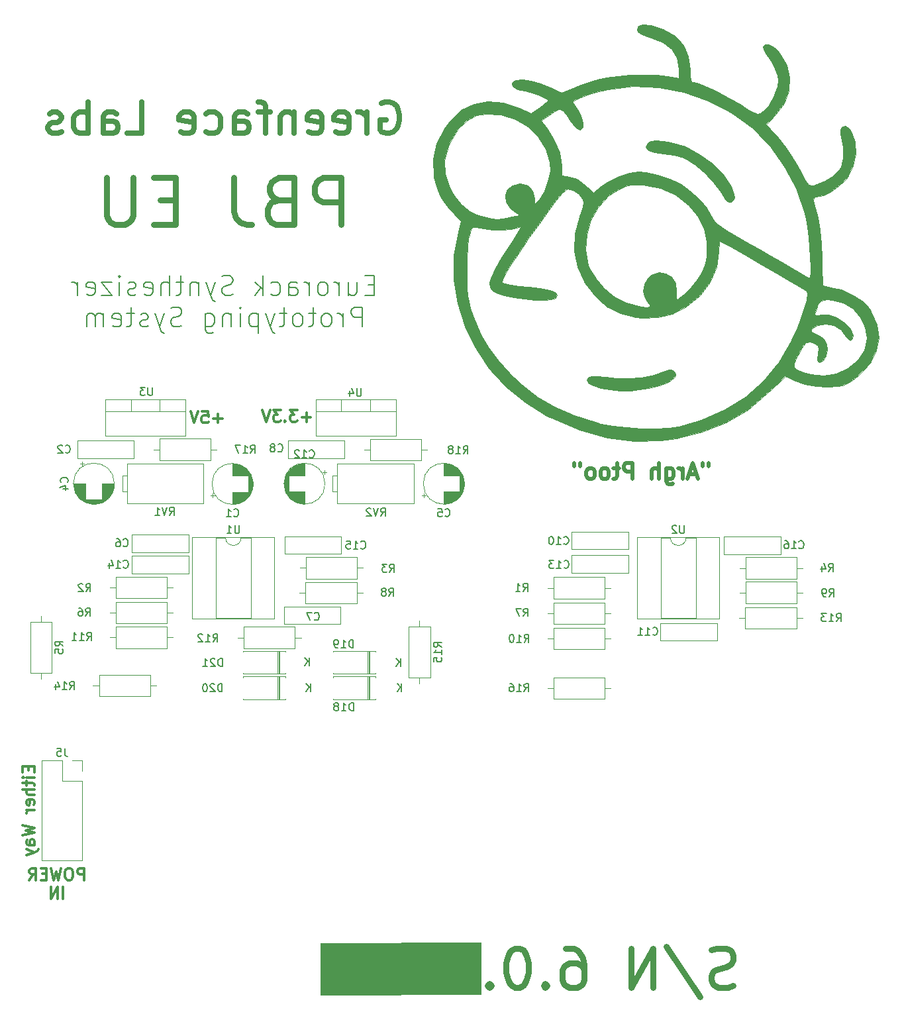
<source format=gbr>
G04 #@! TF.GenerationSoftware,KiCad,Pcbnew,(6.0.1)*
G04 #@! TF.CreationDate,2022-11-15T10:27:02-08:00*
G04 #@! TF.ProjectId,PBJ_EU,50424a5f-4555-42e6-9b69-6361645f7063,6.0*
G04 #@! TF.SameCoordinates,Original*
G04 #@! TF.FileFunction,Legend,Bot*
G04 #@! TF.FilePolarity,Positive*
%FSLAX46Y46*%
G04 Gerber Fmt 4.6, Leading zero omitted, Abs format (unit mm)*
G04 Created by KiCad (PCBNEW (6.0.1)) date 2022-11-15 10:27:02*
%MOMM*%
%LPD*%
G01*
G04 APERTURE LIST*
%ADD10C,0.120000*%
%ADD11C,0.100000*%
%ADD12C,0.650000*%
%ADD13C,0.800000*%
%ADD14C,0.200000*%
%ADD15C,0.750000*%
%ADD16C,0.500000*%
%ADD17C,0.300000*%
%ADD18C,0.150000*%
%ADD19C,0.010000*%
G04 APERTURE END LIST*
D10*
X53390000Y-92980000D02*
X53840000Y-92980000D01*
X53390000Y-91000000D02*
X53390000Y-92980000D01*
X53880000Y-91000000D02*
X53390000Y-91000000D01*
X80210000Y-93010000D02*
X80750000Y-93010000D01*
X80210000Y-91000000D02*
X80210000Y-93010000D01*
X80710000Y-91000000D02*
X80210000Y-91000000D01*
D11*
X99114400Y-157276800D02*
X78648000Y-157327600D01*
X78648000Y-157327600D02*
X78648000Y-150723600D01*
X78648000Y-150723600D02*
X99114400Y-150672800D01*
X99114400Y-150672800D02*
X99114400Y-157276800D01*
G36*
X99114400Y-157276800D02*
G01*
X78648000Y-157327600D01*
X78648000Y-150723600D01*
X99114400Y-150672800D01*
X99114400Y-157276800D01*
G37*
X99114400Y-157276800D02*
X78648000Y-157327600D01*
X78648000Y-150723600D01*
X99114400Y-150672800D01*
X99114400Y-157276800D01*
D12*
X86484476Y-43364400D02*
X86865428Y-43173923D01*
X87436857Y-43173923D01*
X88008285Y-43364400D01*
X88389238Y-43745352D01*
X88579714Y-44126304D01*
X88770190Y-44888209D01*
X88770190Y-45459638D01*
X88579714Y-46221542D01*
X88389238Y-46602495D01*
X88008285Y-46983447D01*
X87436857Y-47173923D01*
X87055904Y-47173923D01*
X86484476Y-46983447D01*
X86294000Y-46792971D01*
X86294000Y-45459638D01*
X87055904Y-45459638D01*
X84579714Y-47173923D02*
X84579714Y-44507257D01*
X84579714Y-45269161D02*
X84389238Y-44888209D01*
X84198761Y-44697733D01*
X83817809Y-44507257D01*
X83436857Y-44507257D01*
X80579714Y-46983447D02*
X80960666Y-47173923D01*
X81722571Y-47173923D01*
X82103523Y-46983447D01*
X82294000Y-46602495D01*
X82294000Y-45078685D01*
X82103523Y-44697733D01*
X81722571Y-44507257D01*
X80960666Y-44507257D01*
X80579714Y-44697733D01*
X80389238Y-45078685D01*
X80389238Y-45459638D01*
X82294000Y-45840590D01*
X77151142Y-46983447D02*
X77532095Y-47173923D01*
X78294000Y-47173923D01*
X78674952Y-46983447D01*
X78865428Y-46602495D01*
X78865428Y-45078685D01*
X78674952Y-44697733D01*
X78294000Y-44507257D01*
X77532095Y-44507257D01*
X77151142Y-44697733D01*
X76960666Y-45078685D01*
X76960666Y-45459638D01*
X78865428Y-45840590D01*
X75246380Y-44507257D02*
X75246380Y-47173923D01*
X75246380Y-44888209D02*
X75055904Y-44697733D01*
X74674952Y-44507257D01*
X74103523Y-44507257D01*
X73722571Y-44697733D01*
X73532095Y-45078685D01*
X73532095Y-47173923D01*
X72198761Y-44507257D02*
X70674952Y-44507257D01*
X71627333Y-47173923D02*
X71627333Y-43745352D01*
X71436857Y-43364400D01*
X71055904Y-43173923D01*
X70674952Y-43173923D01*
X67627333Y-47173923D02*
X67627333Y-45078685D01*
X67817809Y-44697733D01*
X68198761Y-44507257D01*
X68960666Y-44507257D01*
X69341619Y-44697733D01*
X67627333Y-46983447D02*
X68008285Y-47173923D01*
X68960666Y-47173923D01*
X69341619Y-46983447D01*
X69532095Y-46602495D01*
X69532095Y-46221542D01*
X69341619Y-45840590D01*
X68960666Y-45650114D01*
X68008285Y-45650114D01*
X67627333Y-45459638D01*
X64008285Y-46983447D02*
X64389238Y-47173923D01*
X65151142Y-47173923D01*
X65532095Y-46983447D01*
X65722571Y-46792971D01*
X65913047Y-46412019D01*
X65913047Y-45269161D01*
X65722571Y-44888209D01*
X65532095Y-44697733D01*
X65151142Y-44507257D01*
X64389238Y-44507257D01*
X64008285Y-44697733D01*
X60770190Y-46983447D02*
X61151142Y-47173923D01*
X61913047Y-47173923D01*
X62294000Y-46983447D01*
X62484476Y-46602495D01*
X62484476Y-45078685D01*
X62294000Y-44697733D01*
X61913047Y-44507257D01*
X61151142Y-44507257D01*
X60770190Y-44697733D01*
X60579714Y-45078685D01*
X60579714Y-45459638D01*
X62484476Y-45840590D01*
X53913047Y-47173923D02*
X55817809Y-47173923D01*
X55817809Y-43173923D01*
X50865428Y-47173923D02*
X50865428Y-45078685D01*
X51055904Y-44697733D01*
X51436857Y-44507257D01*
X52198761Y-44507257D01*
X52579714Y-44697733D01*
X50865428Y-46983447D02*
X51246380Y-47173923D01*
X52198761Y-47173923D01*
X52579714Y-46983447D01*
X52770190Y-46602495D01*
X52770190Y-46221542D01*
X52579714Y-45840590D01*
X52198761Y-45650114D01*
X51246380Y-45650114D01*
X50865428Y-45459638D01*
X48960666Y-47173923D02*
X48960666Y-43173923D01*
X48960666Y-44697733D02*
X48579714Y-44507257D01*
X47817809Y-44507257D01*
X47436857Y-44697733D01*
X47246380Y-44888209D01*
X47055904Y-45269161D01*
X47055904Y-46412019D01*
X47246380Y-46792971D01*
X47436857Y-46983447D01*
X47817809Y-47173923D01*
X48579714Y-47173923D01*
X48960666Y-46983447D01*
X45532095Y-46983447D02*
X45151142Y-47173923D01*
X44389238Y-47173923D01*
X44008285Y-46983447D01*
X43817809Y-46602495D01*
X43817809Y-46412019D01*
X44008285Y-46031066D01*
X44389238Y-45840590D01*
X44960666Y-45840590D01*
X45341619Y-45650114D01*
X45532095Y-45269161D01*
X45532095Y-45078685D01*
X45341619Y-44697733D01*
X44960666Y-44507257D01*
X44389238Y-44507257D01*
X44008285Y-44697733D01*
D13*
X81294000Y-58899085D02*
X81294000Y-52899085D01*
X79008285Y-52899085D01*
X78436857Y-53184800D01*
X78151142Y-53470514D01*
X77865428Y-54041942D01*
X77865428Y-54899085D01*
X78151142Y-55470514D01*
X78436857Y-55756228D01*
X79008285Y-56041942D01*
X81294000Y-56041942D01*
X73294000Y-55756228D02*
X72436857Y-56041942D01*
X72151142Y-56327657D01*
X71865428Y-56899085D01*
X71865428Y-57756228D01*
X72151142Y-58327657D01*
X72436857Y-58613371D01*
X73008285Y-58899085D01*
X75294000Y-58899085D01*
X75294000Y-52899085D01*
X73294000Y-52899085D01*
X72722571Y-53184800D01*
X72436857Y-53470514D01*
X72151142Y-54041942D01*
X72151142Y-54613371D01*
X72436857Y-55184800D01*
X72722571Y-55470514D01*
X73294000Y-55756228D01*
X75294000Y-55756228D01*
X67579714Y-52899085D02*
X67579714Y-57184800D01*
X67865428Y-58041942D01*
X68436857Y-58613371D01*
X69294000Y-58899085D01*
X69865428Y-58899085D01*
X60151142Y-55756228D02*
X58151142Y-55756228D01*
X57294000Y-58899085D02*
X60151142Y-58899085D01*
X60151142Y-52899085D01*
X57294000Y-52899085D01*
X54722571Y-52899085D02*
X54722571Y-57756228D01*
X54436857Y-58327657D01*
X54151142Y-58613371D01*
X53579714Y-58899085D01*
X52436857Y-58899085D01*
X51865428Y-58613371D01*
X51579714Y-58327657D01*
X51294000Y-57756228D01*
X51294000Y-52899085D01*
D14*
X85562266Y-66592128D02*
X84728933Y-66592128D01*
X84371790Y-67901652D02*
X85562266Y-67901652D01*
X85562266Y-65401652D01*
X84371790Y-65401652D01*
X82228933Y-66234985D02*
X82228933Y-67901652D01*
X83300361Y-66234985D02*
X83300361Y-67544509D01*
X83181314Y-67782604D01*
X82943219Y-67901652D01*
X82586076Y-67901652D01*
X82347980Y-67782604D01*
X82228933Y-67663557D01*
X81038457Y-67901652D02*
X81038457Y-66234985D01*
X81038457Y-66711176D02*
X80919409Y-66473080D01*
X80800361Y-66354033D01*
X80562266Y-66234985D01*
X80324171Y-66234985D01*
X79133695Y-67901652D02*
X79371790Y-67782604D01*
X79490838Y-67663557D01*
X79609885Y-67425461D01*
X79609885Y-66711176D01*
X79490838Y-66473080D01*
X79371790Y-66354033D01*
X79133695Y-66234985D01*
X78776552Y-66234985D01*
X78538457Y-66354033D01*
X78419409Y-66473080D01*
X78300361Y-66711176D01*
X78300361Y-67425461D01*
X78419409Y-67663557D01*
X78538457Y-67782604D01*
X78776552Y-67901652D01*
X79133695Y-67901652D01*
X77228933Y-67901652D02*
X77228933Y-66234985D01*
X77228933Y-66711176D02*
X77109885Y-66473080D01*
X76990838Y-66354033D01*
X76752742Y-66234985D01*
X76514647Y-66234985D01*
X74609885Y-67901652D02*
X74609885Y-66592128D01*
X74728933Y-66354033D01*
X74967028Y-66234985D01*
X75443219Y-66234985D01*
X75681314Y-66354033D01*
X74609885Y-67782604D02*
X74847980Y-67901652D01*
X75443219Y-67901652D01*
X75681314Y-67782604D01*
X75800361Y-67544509D01*
X75800361Y-67306414D01*
X75681314Y-67068319D01*
X75443219Y-66949271D01*
X74847980Y-66949271D01*
X74609885Y-66830223D01*
X72347980Y-67782604D02*
X72586076Y-67901652D01*
X73062266Y-67901652D01*
X73300361Y-67782604D01*
X73419409Y-67663557D01*
X73538457Y-67425461D01*
X73538457Y-66711176D01*
X73419409Y-66473080D01*
X73300361Y-66354033D01*
X73062266Y-66234985D01*
X72586076Y-66234985D01*
X72347980Y-66354033D01*
X71276552Y-67901652D02*
X71276552Y-65401652D01*
X71038457Y-66949271D02*
X70324171Y-67901652D01*
X70324171Y-66234985D02*
X71276552Y-67187366D01*
X67467028Y-67782604D02*
X67109885Y-67901652D01*
X66514647Y-67901652D01*
X66276552Y-67782604D01*
X66157504Y-67663557D01*
X66038457Y-67425461D01*
X66038457Y-67187366D01*
X66157504Y-66949271D01*
X66276552Y-66830223D01*
X66514647Y-66711176D01*
X66990838Y-66592128D01*
X67228933Y-66473080D01*
X67347980Y-66354033D01*
X67467028Y-66115938D01*
X67467028Y-65877842D01*
X67347980Y-65639747D01*
X67228933Y-65520700D01*
X66990838Y-65401652D01*
X66395600Y-65401652D01*
X66038457Y-65520700D01*
X65205123Y-66234985D02*
X64609885Y-67901652D01*
X64014647Y-66234985D02*
X64609885Y-67901652D01*
X64847980Y-68496890D01*
X64967028Y-68615938D01*
X65205123Y-68734985D01*
X63062266Y-66234985D02*
X63062266Y-67901652D01*
X63062266Y-66473080D02*
X62943219Y-66354033D01*
X62705123Y-66234985D01*
X62347980Y-66234985D01*
X62109885Y-66354033D01*
X61990838Y-66592128D01*
X61990838Y-67901652D01*
X61157504Y-66234985D02*
X60205123Y-66234985D01*
X60800361Y-65401652D02*
X60800361Y-67544509D01*
X60681314Y-67782604D01*
X60443219Y-67901652D01*
X60205123Y-67901652D01*
X59371790Y-67901652D02*
X59371790Y-65401652D01*
X58300361Y-67901652D02*
X58300361Y-66592128D01*
X58419409Y-66354033D01*
X58657504Y-66234985D01*
X59014647Y-66234985D01*
X59252742Y-66354033D01*
X59371790Y-66473080D01*
X56157504Y-67782604D02*
X56395600Y-67901652D01*
X56871790Y-67901652D01*
X57109885Y-67782604D01*
X57228933Y-67544509D01*
X57228933Y-66592128D01*
X57109885Y-66354033D01*
X56871790Y-66234985D01*
X56395600Y-66234985D01*
X56157504Y-66354033D01*
X56038457Y-66592128D01*
X56038457Y-66830223D01*
X57228933Y-67068319D01*
X55086076Y-67782604D02*
X54847980Y-67901652D01*
X54371790Y-67901652D01*
X54133695Y-67782604D01*
X54014647Y-67544509D01*
X54014647Y-67425461D01*
X54133695Y-67187366D01*
X54371790Y-67068319D01*
X54728933Y-67068319D01*
X54967028Y-66949271D01*
X55086076Y-66711176D01*
X55086076Y-66592128D01*
X54967028Y-66354033D01*
X54728933Y-66234985D01*
X54371790Y-66234985D01*
X54133695Y-66354033D01*
X52943219Y-67901652D02*
X52943219Y-66234985D01*
X52943219Y-65401652D02*
X53062266Y-65520700D01*
X52943219Y-65639747D01*
X52824171Y-65520700D01*
X52943219Y-65401652D01*
X52943219Y-65639747D01*
X51990838Y-66234985D02*
X50681314Y-66234985D01*
X51990838Y-67901652D01*
X50681314Y-67901652D01*
X48776552Y-67782604D02*
X49014647Y-67901652D01*
X49490838Y-67901652D01*
X49728933Y-67782604D01*
X49847980Y-67544509D01*
X49847980Y-66592128D01*
X49728933Y-66354033D01*
X49490838Y-66234985D01*
X49014647Y-66234985D01*
X48776552Y-66354033D01*
X48657504Y-66592128D01*
X48657504Y-66830223D01*
X49847980Y-67068319D01*
X47586076Y-67901652D02*
X47586076Y-66234985D01*
X47586076Y-66711176D02*
X47467028Y-66473080D01*
X47347980Y-66354033D01*
X47109885Y-66234985D01*
X46871790Y-66234985D01*
X84014647Y-71926652D02*
X84014647Y-69426652D01*
X83062266Y-69426652D01*
X82824171Y-69545700D01*
X82705123Y-69664747D01*
X82586076Y-69902842D01*
X82586076Y-70259985D01*
X82705123Y-70498080D01*
X82824171Y-70617128D01*
X83062266Y-70736176D01*
X84014647Y-70736176D01*
X81514647Y-71926652D02*
X81514647Y-70259985D01*
X81514647Y-70736176D02*
X81395600Y-70498080D01*
X81276552Y-70379033D01*
X81038457Y-70259985D01*
X80800361Y-70259985D01*
X79609885Y-71926652D02*
X79847980Y-71807604D01*
X79967028Y-71688557D01*
X80086076Y-71450461D01*
X80086076Y-70736176D01*
X79967028Y-70498080D01*
X79847980Y-70379033D01*
X79609885Y-70259985D01*
X79252742Y-70259985D01*
X79014647Y-70379033D01*
X78895600Y-70498080D01*
X78776552Y-70736176D01*
X78776552Y-71450461D01*
X78895600Y-71688557D01*
X79014647Y-71807604D01*
X79252742Y-71926652D01*
X79609885Y-71926652D01*
X78062266Y-70259985D02*
X77109885Y-70259985D01*
X77705123Y-69426652D02*
X77705123Y-71569509D01*
X77586076Y-71807604D01*
X77347980Y-71926652D01*
X77109885Y-71926652D01*
X75919409Y-71926652D02*
X76157504Y-71807604D01*
X76276552Y-71688557D01*
X76395600Y-71450461D01*
X76395600Y-70736176D01*
X76276552Y-70498080D01*
X76157504Y-70379033D01*
X75919409Y-70259985D01*
X75562266Y-70259985D01*
X75324171Y-70379033D01*
X75205123Y-70498080D01*
X75086076Y-70736176D01*
X75086076Y-71450461D01*
X75205123Y-71688557D01*
X75324171Y-71807604D01*
X75562266Y-71926652D01*
X75919409Y-71926652D01*
X74371790Y-70259985D02*
X73419409Y-70259985D01*
X74014647Y-69426652D02*
X74014647Y-71569509D01*
X73895600Y-71807604D01*
X73657504Y-71926652D01*
X73419409Y-71926652D01*
X72824171Y-70259985D02*
X72228933Y-71926652D01*
X71633695Y-70259985D02*
X72228933Y-71926652D01*
X72467028Y-72521890D01*
X72586076Y-72640938D01*
X72824171Y-72759985D01*
X70681314Y-70259985D02*
X70681314Y-72759985D01*
X70681314Y-70379033D02*
X70443219Y-70259985D01*
X69967028Y-70259985D01*
X69728933Y-70379033D01*
X69609885Y-70498080D01*
X69490838Y-70736176D01*
X69490838Y-71450461D01*
X69609885Y-71688557D01*
X69728933Y-71807604D01*
X69967028Y-71926652D01*
X70443219Y-71926652D01*
X70681314Y-71807604D01*
X68419409Y-71926652D02*
X68419409Y-70259985D01*
X68419409Y-69426652D02*
X68538457Y-69545700D01*
X68419409Y-69664747D01*
X68300361Y-69545700D01*
X68419409Y-69426652D01*
X68419409Y-69664747D01*
X67228933Y-70259985D02*
X67228933Y-71926652D01*
X67228933Y-70498080D02*
X67109885Y-70379033D01*
X66871790Y-70259985D01*
X66514647Y-70259985D01*
X66276552Y-70379033D01*
X66157504Y-70617128D01*
X66157504Y-71926652D01*
X63895600Y-70259985D02*
X63895600Y-72283795D01*
X64014647Y-72521890D01*
X64133695Y-72640938D01*
X64371790Y-72759985D01*
X64728933Y-72759985D01*
X64967028Y-72640938D01*
X63895600Y-71807604D02*
X64133695Y-71926652D01*
X64609885Y-71926652D01*
X64847980Y-71807604D01*
X64967028Y-71688557D01*
X65086076Y-71450461D01*
X65086076Y-70736176D01*
X64967028Y-70498080D01*
X64847980Y-70379033D01*
X64609885Y-70259985D01*
X64133695Y-70259985D01*
X63895600Y-70379033D01*
X60919409Y-71807604D02*
X60562266Y-71926652D01*
X59967028Y-71926652D01*
X59728933Y-71807604D01*
X59609885Y-71688557D01*
X59490838Y-71450461D01*
X59490838Y-71212366D01*
X59609885Y-70974271D01*
X59728933Y-70855223D01*
X59967028Y-70736176D01*
X60443219Y-70617128D01*
X60681314Y-70498080D01*
X60800361Y-70379033D01*
X60919409Y-70140938D01*
X60919409Y-69902842D01*
X60800361Y-69664747D01*
X60681314Y-69545700D01*
X60443219Y-69426652D01*
X59847980Y-69426652D01*
X59490838Y-69545700D01*
X58657504Y-70259985D02*
X58062266Y-71926652D01*
X57467028Y-70259985D02*
X58062266Y-71926652D01*
X58300361Y-72521890D01*
X58419409Y-72640938D01*
X58657504Y-72759985D01*
X56633695Y-71807604D02*
X56395600Y-71926652D01*
X55919409Y-71926652D01*
X55681314Y-71807604D01*
X55562266Y-71569509D01*
X55562266Y-71450461D01*
X55681314Y-71212366D01*
X55919409Y-71093319D01*
X56276552Y-71093319D01*
X56514647Y-70974271D01*
X56633695Y-70736176D01*
X56633695Y-70617128D01*
X56514647Y-70379033D01*
X56276552Y-70259985D01*
X55919409Y-70259985D01*
X55681314Y-70379033D01*
X54847980Y-70259985D02*
X53895600Y-70259985D01*
X54490838Y-69426652D02*
X54490838Y-71569509D01*
X54371790Y-71807604D01*
X54133695Y-71926652D01*
X53895600Y-71926652D01*
X52109885Y-71807604D02*
X52347980Y-71926652D01*
X52824171Y-71926652D01*
X53062266Y-71807604D01*
X53181314Y-71569509D01*
X53181314Y-70617128D01*
X53062266Y-70379033D01*
X52824171Y-70259985D01*
X52347980Y-70259985D01*
X52109885Y-70379033D01*
X51990838Y-70617128D01*
X51990838Y-70855223D01*
X53181314Y-71093319D01*
X50919409Y-71926652D02*
X50919409Y-70259985D01*
X50919409Y-70498080D02*
X50800361Y-70379033D01*
X50562266Y-70259985D01*
X50205123Y-70259985D01*
X49967028Y-70379033D01*
X49847980Y-70617128D01*
X49847980Y-71926652D01*
X49847980Y-70617128D02*
X49728933Y-70379033D01*
X49490838Y-70259985D01*
X49133695Y-70259985D01*
X48895600Y-70379033D01*
X48776552Y-70617128D01*
X48776552Y-71926652D01*
D15*
X131446285Y-156151009D02*
X130732000Y-156389104D01*
X129541523Y-156389104D01*
X129065333Y-156151009D01*
X128827238Y-155912914D01*
X128589142Y-155436723D01*
X128589142Y-154960533D01*
X128827238Y-154484342D01*
X129065333Y-154246247D01*
X129541523Y-154008152D01*
X130493904Y-153770057D01*
X130970095Y-153531961D01*
X131208190Y-153293866D01*
X131446285Y-152817676D01*
X131446285Y-152341485D01*
X131208190Y-151865295D01*
X130970095Y-151627200D01*
X130493904Y-151389104D01*
X129303428Y-151389104D01*
X128589142Y-151627200D01*
X122874857Y-151151009D02*
X127160571Y-157579580D01*
X121208190Y-156389104D02*
X121208190Y-151389104D01*
X118351047Y-156389104D01*
X118351047Y-151389104D01*
X110017714Y-151389104D02*
X110970095Y-151389104D01*
X111446285Y-151627200D01*
X111684380Y-151865295D01*
X112160571Y-152579580D01*
X112398666Y-153531961D01*
X112398666Y-155436723D01*
X112160571Y-155912914D01*
X111922476Y-156151009D01*
X111446285Y-156389104D01*
X110493904Y-156389104D01*
X110017714Y-156151009D01*
X109779619Y-155912914D01*
X109541523Y-155436723D01*
X109541523Y-154246247D01*
X109779619Y-153770057D01*
X110017714Y-153531961D01*
X110493904Y-153293866D01*
X111446285Y-153293866D01*
X111922476Y-153531961D01*
X112160571Y-153770057D01*
X112398666Y-154246247D01*
X107398666Y-155912914D02*
X107160571Y-156151009D01*
X107398666Y-156389104D01*
X107636761Y-156151009D01*
X107398666Y-155912914D01*
X107398666Y-156389104D01*
X104065333Y-151389104D02*
X103589142Y-151389104D01*
X103112952Y-151627200D01*
X102874857Y-151865295D01*
X102636761Y-152341485D01*
X102398666Y-153293866D01*
X102398666Y-154484342D01*
X102636761Y-155436723D01*
X102874857Y-155912914D01*
X103112952Y-156151009D01*
X103589142Y-156389104D01*
X104065333Y-156389104D01*
X104541523Y-156151009D01*
X104779619Y-155912914D01*
X105017714Y-155436723D01*
X105255809Y-154484342D01*
X105255809Y-153293866D01*
X105017714Y-152341485D01*
X104779619Y-151865295D01*
X104541523Y-151627200D01*
X104065333Y-151389104D01*
X100255809Y-155912914D02*
X100017714Y-156151009D01*
X100255809Y-156389104D01*
X100493904Y-156151009D01*
X100255809Y-155912914D01*
X100255809Y-156389104D01*
D16*
X128271428Y-89374761D02*
X128271428Y-89755714D01*
X127509523Y-89374761D02*
X127509523Y-89755714D01*
X126747619Y-90803333D02*
X125795238Y-90803333D01*
X126938095Y-91374761D02*
X126271428Y-89374761D01*
X125604761Y-91374761D01*
X124938095Y-91374761D02*
X124938095Y-90041428D01*
X124938095Y-90422380D02*
X124842857Y-90231904D01*
X124747619Y-90136666D01*
X124557142Y-90041428D01*
X124366666Y-90041428D01*
X122842857Y-90041428D02*
X122842857Y-91660476D01*
X122938095Y-91850952D01*
X123033333Y-91946190D01*
X123223809Y-92041428D01*
X123509523Y-92041428D01*
X123700000Y-91946190D01*
X122842857Y-91279523D02*
X123033333Y-91374761D01*
X123414285Y-91374761D01*
X123604761Y-91279523D01*
X123700000Y-91184285D01*
X123795238Y-90993809D01*
X123795238Y-90422380D01*
X123700000Y-90231904D01*
X123604761Y-90136666D01*
X123414285Y-90041428D01*
X123033333Y-90041428D01*
X122842857Y-90136666D01*
X121890476Y-91374761D02*
X121890476Y-89374761D01*
X121033333Y-91374761D02*
X121033333Y-90327142D01*
X121128571Y-90136666D01*
X121319047Y-90041428D01*
X121604761Y-90041428D01*
X121795238Y-90136666D01*
X121890476Y-90231904D01*
X118557142Y-91374761D02*
X118557142Y-89374761D01*
X117795238Y-89374761D01*
X117604761Y-89470000D01*
X117509523Y-89565238D01*
X117414285Y-89755714D01*
X117414285Y-90041428D01*
X117509523Y-90231904D01*
X117604761Y-90327142D01*
X117795238Y-90422380D01*
X118557142Y-90422380D01*
X116842857Y-90041428D02*
X116080952Y-90041428D01*
X116557142Y-89374761D02*
X116557142Y-91089047D01*
X116461904Y-91279523D01*
X116271428Y-91374761D01*
X116080952Y-91374761D01*
X115128571Y-91374761D02*
X115319047Y-91279523D01*
X115414285Y-91184285D01*
X115509523Y-90993809D01*
X115509523Y-90422380D01*
X115414285Y-90231904D01*
X115319047Y-90136666D01*
X115128571Y-90041428D01*
X114842857Y-90041428D01*
X114652380Y-90136666D01*
X114557142Y-90231904D01*
X114461904Y-90422380D01*
X114461904Y-90993809D01*
X114557142Y-91184285D01*
X114652380Y-91279523D01*
X114842857Y-91374761D01*
X115128571Y-91374761D01*
X113319047Y-91374761D02*
X113509523Y-91279523D01*
X113604761Y-91184285D01*
X113700000Y-90993809D01*
X113700000Y-90422380D01*
X113604761Y-90231904D01*
X113509523Y-90136666D01*
X113319047Y-90041428D01*
X113033333Y-90041428D01*
X112842857Y-90136666D01*
X112747619Y-90231904D01*
X112652380Y-90422380D01*
X112652380Y-90993809D01*
X112747619Y-91184285D01*
X112842857Y-91279523D01*
X113033333Y-91374761D01*
X113319047Y-91374761D01*
X111890476Y-89374761D02*
X111890476Y-89755714D01*
X111128571Y-89374761D02*
X111128571Y-89755714D01*
D17*
X48434285Y-142661071D02*
X48434285Y-141161071D01*
X47862857Y-141161071D01*
X47720000Y-141232500D01*
X47648571Y-141303928D01*
X47577142Y-141446785D01*
X47577142Y-141661071D01*
X47648571Y-141803928D01*
X47720000Y-141875357D01*
X47862857Y-141946785D01*
X48434285Y-141946785D01*
X46648571Y-141161071D02*
X46362857Y-141161071D01*
X46220000Y-141232500D01*
X46077142Y-141375357D01*
X46005714Y-141661071D01*
X46005714Y-142161071D01*
X46077142Y-142446785D01*
X46220000Y-142589642D01*
X46362857Y-142661071D01*
X46648571Y-142661071D01*
X46791428Y-142589642D01*
X46934285Y-142446785D01*
X47005714Y-142161071D01*
X47005714Y-141661071D01*
X46934285Y-141375357D01*
X46791428Y-141232500D01*
X46648571Y-141161071D01*
X45505714Y-141161071D02*
X45148571Y-142661071D01*
X44862857Y-141589642D01*
X44577142Y-142661071D01*
X44220000Y-141161071D01*
X43648571Y-141875357D02*
X43148571Y-141875357D01*
X42934285Y-142661071D02*
X43648571Y-142661071D01*
X43648571Y-141161071D01*
X42934285Y-141161071D01*
X41434285Y-142661071D02*
X41934285Y-141946785D01*
X42291428Y-142661071D02*
X42291428Y-141161071D01*
X41720000Y-141161071D01*
X41577142Y-141232500D01*
X41505714Y-141303928D01*
X41434285Y-141446785D01*
X41434285Y-141661071D01*
X41505714Y-141803928D01*
X41577142Y-141875357D01*
X41720000Y-141946785D01*
X42291428Y-141946785D01*
X45755714Y-145076071D02*
X45755714Y-143576071D01*
X45041428Y-145076071D02*
X45041428Y-143576071D01*
X44184285Y-145076071D01*
X44184285Y-143576071D01*
X41292857Y-128178571D02*
X41292857Y-128678571D01*
X42078571Y-128892857D02*
X42078571Y-128178571D01*
X40578571Y-128178571D01*
X40578571Y-128892857D01*
X42078571Y-129535714D02*
X41078571Y-129535714D01*
X40578571Y-129535714D02*
X40650000Y-129464285D01*
X40721428Y-129535714D01*
X40650000Y-129607142D01*
X40578571Y-129535714D01*
X40721428Y-129535714D01*
X41078571Y-130035714D02*
X41078571Y-130607142D01*
X40578571Y-130250000D02*
X41864285Y-130250000D01*
X42007142Y-130321428D01*
X42078571Y-130464285D01*
X42078571Y-130607142D01*
X42078571Y-131107142D02*
X40578571Y-131107142D01*
X42078571Y-131750000D02*
X41292857Y-131750000D01*
X41150000Y-131678571D01*
X41078571Y-131535714D01*
X41078571Y-131321428D01*
X41150000Y-131178571D01*
X41221428Y-131107142D01*
X42007142Y-133035714D02*
X42078571Y-132892857D01*
X42078571Y-132607142D01*
X42007142Y-132464285D01*
X41864285Y-132392857D01*
X41292857Y-132392857D01*
X41150000Y-132464285D01*
X41078571Y-132607142D01*
X41078571Y-132892857D01*
X41150000Y-133035714D01*
X41292857Y-133107142D01*
X41435714Y-133107142D01*
X41578571Y-132392857D01*
X42078571Y-133750000D02*
X41078571Y-133750000D01*
X41364285Y-133750000D02*
X41221428Y-133821428D01*
X41150000Y-133892857D01*
X41078571Y-134035714D01*
X41078571Y-134178571D01*
X40578571Y-135678571D02*
X42078571Y-136035714D01*
X41007142Y-136321428D01*
X42078571Y-136607142D01*
X40578571Y-136964285D01*
X42078571Y-138178571D02*
X41292857Y-138178571D01*
X41150000Y-138107142D01*
X41078571Y-137964285D01*
X41078571Y-137678571D01*
X41150000Y-137535714D01*
X42007142Y-138178571D02*
X42078571Y-138035714D01*
X42078571Y-137678571D01*
X42007142Y-137535714D01*
X41864285Y-137464285D01*
X41721428Y-137464285D01*
X41578571Y-137535714D01*
X41507142Y-137678571D01*
X41507142Y-138035714D01*
X41435714Y-138178571D01*
X41078571Y-138750000D02*
X42078571Y-139107142D01*
X41078571Y-139464285D02*
X42078571Y-139107142D01*
X42435714Y-138964285D01*
X42507142Y-138892857D01*
X42578571Y-138750000D01*
X77420000Y-83507142D02*
X76277142Y-83507142D01*
X76848571Y-84078571D02*
X76848571Y-82935714D01*
X75705714Y-82578571D02*
X74777142Y-82578571D01*
X75277142Y-83150000D01*
X75062857Y-83150000D01*
X74920000Y-83221428D01*
X74848571Y-83292857D01*
X74777142Y-83435714D01*
X74777142Y-83792857D01*
X74848571Y-83935714D01*
X74920000Y-84007142D01*
X75062857Y-84078571D01*
X75491428Y-84078571D01*
X75634285Y-84007142D01*
X75705714Y-83935714D01*
X74134285Y-83935714D02*
X74062857Y-84007142D01*
X74134285Y-84078571D01*
X74205714Y-84007142D01*
X74134285Y-83935714D01*
X74134285Y-84078571D01*
X73562857Y-82578571D02*
X72634285Y-82578571D01*
X73134285Y-83150000D01*
X72920000Y-83150000D01*
X72777142Y-83221428D01*
X72705714Y-83292857D01*
X72634285Y-83435714D01*
X72634285Y-83792857D01*
X72705714Y-83935714D01*
X72777142Y-84007142D01*
X72920000Y-84078571D01*
X73348571Y-84078571D01*
X73491428Y-84007142D01*
X73562857Y-83935714D01*
X72205714Y-82578571D02*
X71705714Y-84078571D01*
X71205714Y-82578571D01*
X66108571Y-83657142D02*
X64965714Y-83657142D01*
X65537142Y-84228571D02*
X65537142Y-83085714D01*
X63537142Y-82728571D02*
X64251428Y-82728571D01*
X64322857Y-83442857D01*
X64251428Y-83371428D01*
X64108571Y-83300000D01*
X63751428Y-83300000D01*
X63608571Y-83371428D01*
X63537142Y-83442857D01*
X63465714Y-83585714D01*
X63465714Y-83942857D01*
X63537142Y-84085714D01*
X63608571Y-84157142D01*
X63751428Y-84228571D01*
X64108571Y-84228571D01*
X64251428Y-84157142D01*
X64322857Y-84085714D01*
X63037142Y-82728571D02*
X62537142Y-84228571D01*
X62037142Y-82728571D01*
D18*
X77252857Y-88607142D02*
X77300476Y-88654761D01*
X77443333Y-88702380D01*
X77538571Y-88702380D01*
X77681428Y-88654761D01*
X77776666Y-88559523D01*
X77824285Y-88464285D01*
X77871904Y-88273809D01*
X77871904Y-88130952D01*
X77824285Y-87940476D01*
X77776666Y-87845238D01*
X77681428Y-87750000D01*
X77538571Y-87702380D01*
X77443333Y-87702380D01*
X77300476Y-87750000D01*
X77252857Y-87797619D01*
X76300476Y-88702380D02*
X76871904Y-88702380D01*
X76586190Y-88702380D02*
X76586190Y-87702380D01*
X76681428Y-87845238D01*
X76776666Y-87940476D01*
X76871904Y-87988095D01*
X75919523Y-87797619D02*
X75871904Y-87750000D01*
X75776666Y-87702380D01*
X75538571Y-87702380D01*
X75443333Y-87750000D01*
X75395714Y-87797619D01*
X75348095Y-87892857D01*
X75348095Y-87988095D01*
X75395714Y-88130952D01*
X75967142Y-88702380D01*
X75348095Y-88702380D01*
X94596666Y-96107142D02*
X94644285Y-96154761D01*
X94787142Y-96202380D01*
X94882380Y-96202380D01*
X95025238Y-96154761D01*
X95120476Y-96059523D01*
X95168095Y-95964285D01*
X95215714Y-95773809D01*
X95215714Y-95630952D01*
X95168095Y-95440476D01*
X95120476Y-95345238D01*
X95025238Y-95250000D01*
X94882380Y-95202380D01*
X94787142Y-95202380D01*
X94644285Y-95250000D01*
X94596666Y-95297619D01*
X93691904Y-95202380D02*
X94168095Y-95202380D01*
X94215714Y-95678571D01*
X94168095Y-95630952D01*
X94072857Y-95583333D01*
X93834761Y-95583333D01*
X93739523Y-95630952D01*
X93691904Y-95678571D01*
X93644285Y-95773809D01*
X93644285Y-96011904D01*
X93691904Y-96107142D01*
X93739523Y-96154761D01*
X93834761Y-96202380D01*
X94072857Y-96202380D01*
X94168095Y-96154761D01*
X94215714Y-96107142D01*
X46297142Y-91833333D02*
X46344761Y-91785714D01*
X46392380Y-91642857D01*
X46392380Y-91547619D01*
X46344761Y-91404761D01*
X46249523Y-91309523D01*
X46154285Y-91261904D01*
X45963809Y-91214285D01*
X45820952Y-91214285D01*
X45630476Y-91261904D01*
X45535238Y-91309523D01*
X45440000Y-91404761D01*
X45392380Y-91547619D01*
X45392380Y-91642857D01*
X45440000Y-91785714D01*
X45487619Y-91833333D01*
X45725714Y-92690476D02*
X46392380Y-92690476D01*
X45344761Y-92452380D02*
X46059047Y-92214285D01*
X46059047Y-92833333D01*
X67576666Y-96137142D02*
X67624285Y-96184761D01*
X67767142Y-96232380D01*
X67862380Y-96232380D01*
X68005238Y-96184761D01*
X68100476Y-96089523D01*
X68148095Y-95994285D01*
X68195714Y-95803809D01*
X68195714Y-95660952D01*
X68148095Y-95470476D01*
X68100476Y-95375238D01*
X68005238Y-95280000D01*
X67862380Y-95232380D01*
X67767142Y-95232380D01*
X67624285Y-95280000D01*
X67576666Y-95327619D01*
X66624285Y-96232380D02*
X67195714Y-96232380D01*
X66910000Y-96232380D02*
X66910000Y-95232380D01*
X67005238Y-95375238D01*
X67100476Y-95470476D01*
X67195714Y-95518095D01*
X68276904Y-97347380D02*
X68276904Y-98156904D01*
X68229285Y-98252142D01*
X68181666Y-98299761D01*
X68086428Y-98347380D01*
X67895952Y-98347380D01*
X67800714Y-98299761D01*
X67753095Y-98252142D01*
X67705476Y-98156904D01*
X67705476Y-97347380D01*
X66705476Y-98347380D02*
X67276904Y-98347380D01*
X66991190Y-98347380D02*
X66991190Y-97347380D01*
X67086428Y-97490238D01*
X67181666Y-97585476D01*
X67276904Y-97633095D01*
X53446666Y-99957142D02*
X53494285Y-100004761D01*
X53637142Y-100052380D01*
X53732380Y-100052380D01*
X53875238Y-100004761D01*
X53970476Y-99909523D01*
X54018095Y-99814285D01*
X54065714Y-99623809D01*
X54065714Y-99480952D01*
X54018095Y-99290476D01*
X53970476Y-99195238D01*
X53875238Y-99100000D01*
X53732380Y-99052380D01*
X53637142Y-99052380D01*
X53494285Y-99100000D01*
X53446666Y-99147619D01*
X52589523Y-99052380D02*
X52780000Y-99052380D01*
X52875238Y-99100000D01*
X52922857Y-99147619D01*
X53018095Y-99290476D01*
X53065714Y-99480952D01*
X53065714Y-99861904D01*
X53018095Y-99957142D01*
X52970476Y-100004761D01*
X52875238Y-100052380D01*
X52684761Y-100052380D01*
X52589523Y-100004761D01*
X52541904Y-99957142D01*
X52494285Y-99861904D01*
X52494285Y-99623809D01*
X52541904Y-99528571D01*
X52589523Y-99480952D01*
X52684761Y-99433333D01*
X52875238Y-99433333D01*
X52970476Y-99480952D01*
X53018095Y-99528571D01*
X53065714Y-99623809D01*
X77866666Y-109357142D02*
X77914285Y-109404761D01*
X78057142Y-109452380D01*
X78152380Y-109452380D01*
X78295238Y-109404761D01*
X78390476Y-109309523D01*
X78438095Y-109214285D01*
X78485714Y-109023809D01*
X78485714Y-108880952D01*
X78438095Y-108690476D01*
X78390476Y-108595238D01*
X78295238Y-108500000D01*
X78152380Y-108452380D01*
X78057142Y-108452380D01*
X77914285Y-108500000D01*
X77866666Y-108547619D01*
X77533333Y-108452380D02*
X76866666Y-108452380D01*
X77295238Y-109452380D01*
X46046666Y-87997142D02*
X46094285Y-88044761D01*
X46237142Y-88092380D01*
X46332380Y-88092380D01*
X46475238Y-88044761D01*
X46570476Y-87949523D01*
X46618095Y-87854285D01*
X46665714Y-87663809D01*
X46665714Y-87520952D01*
X46618095Y-87330476D01*
X46570476Y-87235238D01*
X46475238Y-87140000D01*
X46332380Y-87092380D01*
X46237142Y-87092380D01*
X46094285Y-87140000D01*
X46046666Y-87187619D01*
X45665714Y-87187619D02*
X45618095Y-87140000D01*
X45522857Y-87092380D01*
X45284761Y-87092380D01*
X45189523Y-87140000D01*
X45141904Y-87187619D01*
X45094285Y-87282857D01*
X45094285Y-87378095D01*
X45141904Y-87520952D01*
X45713333Y-88092380D01*
X45094285Y-88092380D01*
X125161904Y-97347380D02*
X125161904Y-98156904D01*
X125114285Y-98252142D01*
X125066666Y-98299761D01*
X124971428Y-98347380D01*
X124780952Y-98347380D01*
X124685714Y-98299761D01*
X124638095Y-98252142D01*
X124590476Y-98156904D01*
X124590476Y-97347380D01*
X124161904Y-97442619D02*
X124114285Y-97395000D01*
X124019047Y-97347380D01*
X123780952Y-97347380D01*
X123685714Y-97395000D01*
X123638095Y-97442619D01*
X123590476Y-97537857D01*
X123590476Y-97633095D01*
X123638095Y-97775952D01*
X124209523Y-98347380D01*
X123590476Y-98347380D01*
X104566666Y-105752380D02*
X104900000Y-105276190D01*
X105138095Y-105752380D02*
X105138095Y-104752380D01*
X104757142Y-104752380D01*
X104661904Y-104800000D01*
X104614285Y-104847619D01*
X104566666Y-104942857D01*
X104566666Y-105085714D01*
X104614285Y-105180952D01*
X104661904Y-105228571D01*
X104757142Y-105276190D01*
X105138095Y-105276190D01*
X103614285Y-105752380D02*
X104185714Y-105752380D01*
X103900000Y-105752380D02*
X103900000Y-104752380D01*
X103995238Y-104895238D01*
X104090476Y-104990476D01*
X104185714Y-105038095D01*
X48666666Y-105777380D02*
X49000000Y-105301190D01*
X49238095Y-105777380D02*
X49238095Y-104777380D01*
X48857142Y-104777380D01*
X48761904Y-104825000D01*
X48714285Y-104872619D01*
X48666666Y-104967857D01*
X48666666Y-105110714D01*
X48714285Y-105205952D01*
X48761904Y-105253571D01*
X48857142Y-105301190D01*
X49238095Y-105301190D01*
X48285714Y-104872619D02*
X48238095Y-104825000D01*
X48142857Y-104777380D01*
X47904761Y-104777380D01*
X47809523Y-104825000D01*
X47761904Y-104872619D01*
X47714285Y-104967857D01*
X47714285Y-105063095D01*
X47761904Y-105205952D01*
X48333333Y-105777380D01*
X47714285Y-105777380D01*
X87491666Y-103302380D02*
X87825000Y-102826190D01*
X88063095Y-103302380D02*
X88063095Y-102302380D01*
X87682142Y-102302380D01*
X87586904Y-102350000D01*
X87539285Y-102397619D01*
X87491666Y-102492857D01*
X87491666Y-102635714D01*
X87539285Y-102730952D01*
X87586904Y-102778571D01*
X87682142Y-102826190D01*
X88063095Y-102826190D01*
X87158333Y-102302380D02*
X86539285Y-102302380D01*
X86872619Y-102683333D01*
X86729761Y-102683333D01*
X86634523Y-102730952D01*
X86586904Y-102778571D01*
X86539285Y-102873809D01*
X86539285Y-103111904D01*
X86586904Y-103207142D01*
X86634523Y-103254761D01*
X86729761Y-103302380D01*
X87015476Y-103302380D01*
X87110714Y-103254761D01*
X87158333Y-103207142D01*
X143616666Y-103207380D02*
X143950000Y-102731190D01*
X144188095Y-103207380D02*
X144188095Y-102207380D01*
X143807142Y-102207380D01*
X143711904Y-102255000D01*
X143664285Y-102302619D01*
X143616666Y-102397857D01*
X143616666Y-102540714D01*
X143664285Y-102635952D01*
X143711904Y-102683571D01*
X143807142Y-102731190D01*
X144188095Y-102731190D01*
X142759523Y-102540714D02*
X142759523Y-103207380D01*
X142997619Y-102159761D02*
X143235714Y-102874047D01*
X142616666Y-102874047D01*
X73206666Y-87837142D02*
X73254285Y-87884761D01*
X73397142Y-87932380D01*
X73492380Y-87932380D01*
X73635238Y-87884761D01*
X73730476Y-87789523D01*
X73778095Y-87694285D01*
X73825714Y-87503809D01*
X73825714Y-87360952D01*
X73778095Y-87170476D01*
X73730476Y-87075238D01*
X73635238Y-86980000D01*
X73492380Y-86932380D01*
X73397142Y-86932380D01*
X73254285Y-86980000D01*
X73206666Y-87027619D01*
X72635238Y-87360952D02*
X72730476Y-87313333D01*
X72778095Y-87265714D01*
X72825714Y-87170476D01*
X72825714Y-87122857D01*
X72778095Y-87027619D01*
X72730476Y-86980000D01*
X72635238Y-86932380D01*
X72444761Y-86932380D01*
X72349523Y-86980000D01*
X72301904Y-87027619D01*
X72254285Y-87122857D01*
X72254285Y-87170476D01*
X72301904Y-87265714D01*
X72349523Y-87313333D01*
X72444761Y-87360952D01*
X72635238Y-87360952D01*
X72730476Y-87408571D01*
X72778095Y-87456190D01*
X72825714Y-87551428D01*
X72825714Y-87741904D01*
X72778095Y-87837142D01*
X72730476Y-87884761D01*
X72635238Y-87932380D01*
X72444761Y-87932380D01*
X72349523Y-87884761D01*
X72301904Y-87837142D01*
X72254285Y-87741904D01*
X72254285Y-87551428D01*
X72301904Y-87456190D01*
X72349523Y-87408571D01*
X72444761Y-87360952D01*
X45742380Y-112753333D02*
X45266190Y-112420000D01*
X45742380Y-112181904D02*
X44742380Y-112181904D01*
X44742380Y-112562857D01*
X44790000Y-112658095D01*
X44837619Y-112705714D01*
X44932857Y-112753333D01*
X45075714Y-112753333D01*
X45170952Y-112705714D01*
X45218571Y-112658095D01*
X45266190Y-112562857D01*
X45266190Y-112181904D01*
X44742380Y-113658095D02*
X44742380Y-113181904D01*
X45218571Y-113134285D01*
X45170952Y-113181904D01*
X45123333Y-113277142D01*
X45123333Y-113515238D01*
X45170952Y-113610476D01*
X45218571Y-113658095D01*
X45313809Y-113705714D01*
X45551904Y-113705714D01*
X45647142Y-113658095D01*
X45694761Y-113610476D01*
X45742380Y-113515238D01*
X45742380Y-113277142D01*
X45694761Y-113181904D01*
X45647142Y-113134285D01*
X83822857Y-100237142D02*
X83870476Y-100284761D01*
X84013333Y-100332380D01*
X84108571Y-100332380D01*
X84251428Y-100284761D01*
X84346666Y-100189523D01*
X84394285Y-100094285D01*
X84441904Y-99903809D01*
X84441904Y-99760952D01*
X84394285Y-99570476D01*
X84346666Y-99475238D01*
X84251428Y-99380000D01*
X84108571Y-99332380D01*
X84013333Y-99332380D01*
X83870476Y-99380000D01*
X83822857Y-99427619D01*
X82870476Y-100332380D02*
X83441904Y-100332380D01*
X83156190Y-100332380D02*
X83156190Y-99332380D01*
X83251428Y-99475238D01*
X83346666Y-99570476D01*
X83441904Y-99618095D01*
X81965714Y-99332380D02*
X82441904Y-99332380D01*
X82489523Y-99808571D01*
X82441904Y-99760952D01*
X82346666Y-99713333D01*
X82108571Y-99713333D01*
X82013333Y-99760952D01*
X81965714Y-99808571D01*
X81918095Y-99903809D01*
X81918095Y-100141904D01*
X81965714Y-100237142D01*
X82013333Y-100284761D01*
X82108571Y-100332380D01*
X82346666Y-100332380D01*
X82441904Y-100284761D01*
X82489523Y-100237142D01*
X69702857Y-88092380D02*
X70036190Y-87616190D01*
X70274285Y-88092380D02*
X70274285Y-87092380D01*
X69893333Y-87092380D01*
X69798095Y-87140000D01*
X69750476Y-87187619D01*
X69702857Y-87282857D01*
X69702857Y-87425714D01*
X69750476Y-87520952D01*
X69798095Y-87568571D01*
X69893333Y-87616190D01*
X70274285Y-87616190D01*
X68750476Y-88092380D02*
X69321904Y-88092380D01*
X69036190Y-88092380D02*
X69036190Y-87092380D01*
X69131428Y-87235238D01*
X69226666Y-87330476D01*
X69321904Y-87378095D01*
X68417142Y-87092380D02*
X67750476Y-87092380D01*
X68179047Y-88092380D01*
X64922857Y-112222380D02*
X65256190Y-111746190D01*
X65494285Y-112222380D02*
X65494285Y-111222380D01*
X65113333Y-111222380D01*
X65018095Y-111270000D01*
X64970476Y-111317619D01*
X64922857Y-111412857D01*
X64922857Y-111555714D01*
X64970476Y-111650952D01*
X65018095Y-111698571D01*
X65113333Y-111746190D01*
X65494285Y-111746190D01*
X63970476Y-112222380D02*
X64541904Y-112222380D01*
X64256190Y-112222380D02*
X64256190Y-111222380D01*
X64351428Y-111365238D01*
X64446666Y-111460476D01*
X64541904Y-111508095D01*
X63589523Y-111317619D02*
X63541904Y-111270000D01*
X63446666Y-111222380D01*
X63208571Y-111222380D01*
X63113333Y-111270000D01*
X63065714Y-111317619D01*
X63018095Y-111412857D01*
X63018095Y-111508095D01*
X63065714Y-111650952D01*
X63637142Y-112222380D01*
X63018095Y-112222380D01*
X48641666Y-108902380D02*
X48975000Y-108426190D01*
X49213095Y-108902380D02*
X49213095Y-107902380D01*
X48832142Y-107902380D01*
X48736904Y-107950000D01*
X48689285Y-107997619D01*
X48641666Y-108092857D01*
X48641666Y-108235714D01*
X48689285Y-108330952D01*
X48736904Y-108378571D01*
X48832142Y-108426190D01*
X49213095Y-108426190D01*
X47784523Y-107902380D02*
X47975000Y-107902380D01*
X48070238Y-107950000D01*
X48117857Y-107997619D01*
X48213095Y-108140476D01*
X48260714Y-108330952D01*
X48260714Y-108711904D01*
X48213095Y-108807142D01*
X48165476Y-108854761D01*
X48070238Y-108902380D01*
X47879761Y-108902380D01*
X47784523Y-108854761D01*
X47736904Y-108807142D01*
X47689285Y-108711904D01*
X47689285Y-108473809D01*
X47736904Y-108378571D01*
X47784523Y-108330952D01*
X47879761Y-108283333D01*
X48070238Y-108283333D01*
X48165476Y-108330952D01*
X48213095Y-108378571D01*
X48260714Y-108473809D01*
X109792857Y-102727142D02*
X109840476Y-102774761D01*
X109983333Y-102822380D01*
X110078571Y-102822380D01*
X110221428Y-102774761D01*
X110316666Y-102679523D01*
X110364285Y-102584285D01*
X110411904Y-102393809D01*
X110411904Y-102250952D01*
X110364285Y-102060476D01*
X110316666Y-101965238D01*
X110221428Y-101870000D01*
X110078571Y-101822380D01*
X109983333Y-101822380D01*
X109840476Y-101870000D01*
X109792857Y-101917619D01*
X108840476Y-102822380D02*
X109411904Y-102822380D01*
X109126190Y-102822380D02*
X109126190Y-101822380D01*
X109221428Y-101965238D01*
X109316666Y-102060476D01*
X109411904Y-102108095D01*
X108507142Y-101822380D02*
X107888095Y-101822380D01*
X108221428Y-102203333D01*
X108078571Y-102203333D01*
X107983333Y-102250952D01*
X107935714Y-102298571D01*
X107888095Y-102393809D01*
X107888095Y-102631904D01*
X107935714Y-102727142D01*
X107983333Y-102774761D01*
X108078571Y-102822380D01*
X108364285Y-102822380D01*
X108459523Y-102774761D01*
X108507142Y-102727142D01*
X104702857Y-112272380D02*
X105036190Y-111796190D01*
X105274285Y-112272380D02*
X105274285Y-111272380D01*
X104893333Y-111272380D01*
X104798095Y-111320000D01*
X104750476Y-111367619D01*
X104702857Y-111462857D01*
X104702857Y-111605714D01*
X104750476Y-111700952D01*
X104798095Y-111748571D01*
X104893333Y-111796190D01*
X105274285Y-111796190D01*
X103750476Y-112272380D02*
X104321904Y-112272380D01*
X104036190Y-112272380D02*
X104036190Y-111272380D01*
X104131428Y-111415238D01*
X104226666Y-111510476D01*
X104321904Y-111558095D01*
X103131428Y-111272380D02*
X103036190Y-111272380D01*
X102940952Y-111320000D01*
X102893333Y-111367619D01*
X102845714Y-111462857D01*
X102798095Y-111653333D01*
X102798095Y-111891428D01*
X102845714Y-112081904D01*
X102893333Y-112177142D01*
X102940952Y-112224761D01*
X103036190Y-112272380D01*
X103131428Y-112272380D01*
X103226666Y-112224761D01*
X103274285Y-112177142D01*
X103321904Y-112081904D01*
X103369523Y-111891428D01*
X103369523Y-111653333D01*
X103321904Y-111462857D01*
X103274285Y-111367619D01*
X103226666Y-111320000D01*
X103131428Y-111272380D01*
X57181904Y-79702380D02*
X57181904Y-80511904D01*
X57134285Y-80607142D01*
X57086666Y-80654761D01*
X56991428Y-80702380D01*
X56800952Y-80702380D01*
X56705714Y-80654761D01*
X56658095Y-80607142D01*
X56610476Y-80511904D01*
X56610476Y-79702380D01*
X56229523Y-79702380D02*
X55610476Y-79702380D01*
X55943809Y-80083333D01*
X55800952Y-80083333D01*
X55705714Y-80130952D01*
X55658095Y-80178571D01*
X55610476Y-80273809D01*
X55610476Y-80511904D01*
X55658095Y-80607142D01*
X55705714Y-80654761D01*
X55800952Y-80702380D01*
X56086666Y-80702380D01*
X56181904Y-80654761D01*
X56229523Y-80607142D01*
X66094285Y-115342380D02*
X66094285Y-114342380D01*
X65856190Y-114342380D01*
X65713333Y-114390000D01*
X65618095Y-114485238D01*
X65570476Y-114580476D01*
X65522857Y-114770952D01*
X65522857Y-114913809D01*
X65570476Y-115104285D01*
X65618095Y-115199523D01*
X65713333Y-115294761D01*
X65856190Y-115342380D01*
X66094285Y-115342380D01*
X65141904Y-114437619D02*
X65094285Y-114390000D01*
X64999047Y-114342380D01*
X64760952Y-114342380D01*
X64665714Y-114390000D01*
X64618095Y-114437619D01*
X64570476Y-114532857D01*
X64570476Y-114628095D01*
X64618095Y-114770952D01*
X65189523Y-115342380D01*
X64570476Y-115342380D01*
X63618095Y-115342380D02*
X64189523Y-115342380D01*
X63903809Y-115342380D02*
X63903809Y-114342380D01*
X63999047Y-114485238D01*
X64094285Y-114580476D01*
X64189523Y-114628095D01*
X77241904Y-115282380D02*
X77241904Y-114282380D01*
X76670476Y-115282380D02*
X77099047Y-114710952D01*
X76670476Y-114282380D02*
X77241904Y-114853809D01*
X83871904Y-79832380D02*
X83871904Y-80641904D01*
X83824285Y-80737142D01*
X83776666Y-80784761D01*
X83681428Y-80832380D01*
X83490952Y-80832380D01*
X83395714Y-80784761D01*
X83348095Y-80737142D01*
X83300476Y-80641904D01*
X83300476Y-79832380D01*
X82395714Y-80165714D02*
X82395714Y-80832380D01*
X82633809Y-79784761D02*
X82871904Y-80499047D01*
X82252857Y-80499047D01*
X66074285Y-118582380D02*
X66074285Y-117582380D01*
X65836190Y-117582380D01*
X65693333Y-117630000D01*
X65598095Y-117725238D01*
X65550476Y-117820476D01*
X65502857Y-118010952D01*
X65502857Y-118153809D01*
X65550476Y-118344285D01*
X65598095Y-118439523D01*
X65693333Y-118534761D01*
X65836190Y-118582380D01*
X66074285Y-118582380D01*
X65121904Y-117677619D02*
X65074285Y-117630000D01*
X64979047Y-117582380D01*
X64740952Y-117582380D01*
X64645714Y-117630000D01*
X64598095Y-117677619D01*
X64550476Y-117772857D01*
X64550476Y-117868095D01*
X64598095Y-118010952D01*
X65169523Y-118582380D01*
X64550476Y-118582380D01*
X63931428Y-117582380D02*
X63836190Y-117582380D01*
X63740952Y-117630000D01*
X63693333Y-117677619D01*
X63645714Y-117772857D01*
X63598095Y-117963333D01*
X63598095Y-118201428D01*
X63645714Y-118391904D01*
X63693333Y-118487142D01*
X63740952Y-118534761D01*
X63836190Y-118582380D01*
X63931428Y-118582380D01*
X64026666Y-118534761D01*
X64074285Y-118487142D01*
X64121904Y-118391904D01*
X64169523Y-118201428D01*
X64169523Y-117963333D01*
X64121904Y-117772857D01*
X64074285Y-117677619D01*
X64026666Y-117630000D01*
X63931428Y-117582380D01*
X77411904Y-118552380D02*
X77411904Y-117552380D01*
X76840476Y-118552380D02*
X77269047Y-117980952D01*
X76840476Y-117552380D02*
X77411904Y-118123809D01*
X96922857Y-88162380D02*
X97256190Y-87686190D01*
X97494285Y-88162380D02*
X97494285Y-87162380D01*
X97113333Y-87162380D01*
X97018095Y-87210000D01*
X96970476Y-87257619D01*
X96922857Y-87352857D01*
X96922857Y-87495714D01*
X96970476Y-87590952D01*
X97018095Y-87638571D01*
X97113333Y-87686190D01*
X97494285Y-87686190D01*
X95970476Y-88162380D02*
X96541904Y-88162380D01*
X96256190Y-88162380D02*
X96256190Y-87162380D01*
X96351428Y-87305238D01*
X96446666Y-87400476D01*
X96541904Y-87448095D01*
X95399047Y-87590952D02*
X95494285Y-87543333D01*
X95541904Y-87495714D01*
X95589523Y-87400476D01*
X95589523Y-87352857D01*
X95541904Y-87257619D01*
X95494285Y-87210000D01*
X95399047Y-87162380D01*
X95208571Y-87162380D01*
X95113333Y-87210000D01*
X95065714Y-87257619D01*
X95018095Y-87352857D01*
X95018095Y-87400476D01*
X95065714Y-87495714D01*
X95113333Y-87543333D01*
X95208571Y-87590952D01*
X95399047Y-87590952D01*
X95494285Y-87638571D01*
X95541904Y-87686190D01*
X95589523Y-87781428D01*
X95589523Y-87971904D01*
X95541904Y-88067142D01*
X95494285Y-88114761D01*
X95399047Y-88162380D01*
X95208571Y-88162380D01*
X95113333Y-88114761D01*
X95065714Y-88067142D01*
X95018095Y-87971904D01*
X95018095Y-87781428D01*
X95065714Y-87686190D01*
X95113333Y-87638571D01*
X95208571Y-87590952D01*
X87416666Y-106377380D02*
X87750000Y-105901190D01*
X87988095Y-106377380D02*
X87988095Y-105377380D01*
X87607142Y-105377380D01*
X87511904Y-105425000D01*
X87464285Y-105472619D01*
X87416666Y-105567857D01*
X87416666Y-105710714D01*
X87464285Y-105805952D01*
X87511904Y-105853571D01*
X87607142Y-105901190D01*
X87988095Y-105901190D01*
X86845238Y-105805952D02*
X86940476Y-105758333D01*
X86988095Y-105710714D01*
X87035714Y-105615476D01*
X87035714Y-105567857D01*
X86988095Y-105472619D01*
X86940476Y-105425000D01*
X86845238Y-105377380D01*
X86654761Y-105377380D01*
X86559523Y-105425000D01*
X86511904Y-105472619D01*
X86464285Y-105567857D01*
X86464285Y-105615476D01*
X86511904Y-105710714D01*
X86559523Y-105758333D01*
X86654761Y-105805952D01*
X86845238Y-105805952D01*
X86940476Y-105853571D01*
X86988095Y-105901190D01*
X87035714Y-105996428D01*
X87035714Y-106186904D01*
X86988095Y-106282142D01*
X86940476Y-106329761D01*
X86845238Y-106377380D01*
X86654761Y-106377380D01*
X86559523Y-106329761D01*
X86511904Y-106282142D01*
X86464285Y-106186904D01*
X86464285Y-105996428D01*
X86511904Y-105901190D01*
X86559523Y-105853571D01*
X86654761Y-105805952D01*
X104692857Y-118562380D02*
X105026190Y-118086190D01*
X105264285Y-118562380D02*
X105264285Y-117562380D01*
X104883333Y-117562380D01*
X104788095Y-117610000D01*
X104740476Y-117657619D01*
X104692857Y-117752857D01*
X104692857Y-117895714D01*
X104740476Y-117990952D01*
X104788095Y-118038571D01*
X104883333Y-118086190D01*
X105264285Y-118086190D01*
X103740476Y-118562380D02*
X104311904Y-118562380D01*
X104026190Y-118562380D02*
X104026190Y-117562380D01*
X104121428Y-117705238D01*
X104216666Y-117800476D01*
X104311904Y-117848095D01*
X102883333Y-117562380D02*
X103073809Y-117562380D01*
X103169047Y-117610000D01*
X103216666Y-117657619D01*
X103311904Y-117800476D01*
X103359523Y-117990952D01*
X103359523Y-118371904D01*
X103311904Y-118467142D01*
X103264285Y-118514761D01*
X103169047Y-118562380D01*
X102978571Y-118562380D01*
X102883333Y-118514761D01*
X102835714Y-118467142D01*
X102788095Y-118371904D01*
X102788095Y-118133809D01*
X102835714Y-118038571D01*
X102883333Y-117990952D01*
X102978571Y-117943333D01*
X103169047Y-117943333D01*
X103264285Y-117990952D01*
X103311904Y-118038571D01*
X103359523Y-118133809D01*
X45943333Y-125832380D02*
X45943333Y-126546666D01*
X45990952Y-126689523D01*
X46086190Y-126784761D01*
X46229047Y-126832380D01*
X46324285Y-126832380D01*
X44990952Y-125832380D02*
X45467142Y-125832380D01*
X45514761Y-126308571D01*
X45467142Y-126260952D01*
X45371904Y-126213333D01*
X45133809Y-126213333D01*
X45038571Y-126260952D01*
X44990952Y-126308571D01*
X44943333Y-126403809D01*
X44943333Y-126641904D01*
X44990952Y-126737142D01*
X45038571Y-126784761D01*
X45133809Y-126832380D01*
X45371904Y-126832380D01*
X45467142Y-126784761D01*
X45514761Y-126737142D01*
X86355238Y-96142380D02*
X86688571Y-95666190D01*
X86926666Y-96142380D02*
X86926666Y-95142380D01*
X86545714Y-95142380D01*
X86450476Y-95190000D01*
X86402857Y-95237619D01*
X86355238Y-95332857D01*
X86355238Y-95475714D01*
X86402857Y-95570952D01*
X86450476Y-95618571D01*
X86545714Y-95666190D01*
X86926666Y-95666190D01*
X86069523Y-95142380D02*
X85736190Y-96142380D01*
X85402857Y-95142380D01*
X85117142Y-95237619D02*
X85069523Y-95190000D01*
X84974285Y-95142380D01*
X84736190Y-95142380D01*
X84640952Y-95190000D01*
X84593333Y-95237619D01*
X84545714Y-95332857D01*
X84545714Y-95428095D01*
X84593333Y-95570952D01*
X85164761Y-96142380D01*
X84545714Y-96142380D01*
X48782857Y-112012380D02*
X49116190Y-111536190D01*
X49354285Y-112012380D02*
X49354285Y-111012380D01*
X48973333Y-111012380D01*
X48878095Y-111060000D01*
X48830476Y-111107619D01*
X48782857Y-111202857D01*
X48782857Y-111345714D01*
X48830476Y-111440952D01*
X48878095Y-111488571D01*
X48973333Y-111536190D01*
X49354285Y-111536190D01*
X47830476Y-112012380D02*
X48401904Y-112012380D01*
X48116190Y-112012380D02*
X48116190Y-111012380D01*
X48211428Y-111155238D01*
X48306666Y-111250476D01*
X48401904Y-111298095D01*
X46878095Y-112012380D02*
X47449523Y-112012380D01*
X47163809Y-112012380D02*
X47163809Y-111012380D01*
X47259047Y-111155238D01*
X47354285Y-111250476D01*
X47449523Y-111298095D01*
X143716666Y-106427380D02*
X144050000Y-105951190D01*
X144288095Y-106427380D02*
X144288095Y-105427380D01*
X143907142Y-105427380D01*
X143811904Y-105475000D01*
X143764285Y-105522619D01*
X143716666Y-105617857D01*
X143716666Y-105760714D01*
X143764285Y-105855952D01*
X143811904Y-105903571D01*
X143907142Y-105951190D01*
X144288095Y-105951190D01*
X143240476Y-106427380D02*
X143050000Y-106427380D01*
X142954761Y-106379761D01*
X142907142Y-106332142D01*
X142811904Y-106189285D01*
X142764285Y-105998809D01*
X142764285Y-105617857D01*
X142811904Y-105522619D01*
X142859523Y-105475000D01*
X142954761Y-105427380D01*
X143145238Y-105427380D01*
X143240476Y-105475000D01*
X143288095Y-105522619D01*
X143335714Y-105617857D01*
X143335714Y-105855952D01*
X143288095Y-105951190D01*
X143240476Y-105998809D01*
X143145238Y-106046428D01*
X142954761Y-106046428D01*
X142859523Y-105998809D01*
X142811904Y-105951190D01*
X142764285Y-105855952D01*
X104616666Y-108952380D02*
X104950000Y-108476190D01*
X105188095Y-108952380D02*
X105188095Y-107952380D01*
X104807142Y-107952380D01*
X104711904Y-108000000D01*
X104664285Y-108047619D01*
X104616666Y-108142857D01*
X104616666Y-108285714D01*
X104664285Y-108380952D01*
X104711904Y-108428571D01*
X104807142Y-108476190D01*
X105188095Y-108476190D01*
X104283333Y-107952380D02*
X103616666Y-107952380D01*
X104045238Y-108952380D01*
X46602857Y-118312380D02*
X46936190Y-117836190D01*
X47174285Y-118312380D02*
X47174285Y-117312380D01*
X46793333Y-117312380D01*
X46698095Y-117360000D01*
X46650476Y-117407619D01*
X46602857Y-117502857D01*
X46602857Y-117645714D01*
X46650476Y-117740952D01*
X46698095Y-117788571D01*
X46793333Y-117836190D01*
X47174285Y-117836190D01*
X45650476Y-118312380D02*
X46221904Y-118312380D01*
X45936190Y-118312380D02*
X45936190Y-117312380D01*
X46031428Y-117455238D01*
X46126666Y-117550476D01*
X46221904Y-117598095D01*
X44793333Y-117645714D02*
X44793333Y-118312380D01*
X45031428Y-117264761D02*
X45269523Y-117979047D01*
X44650476Y-117979047D01*
X139832857Y-100207142D02*
X139880476Y-100254761D01*
X140023333Y-100302380D01*
X140118571Y-100302380D01*
X140261428Y-100254761D01*
X140356666Y-100159523D01*
X140404285Y-100064285D01*
X140451904Y-99873809D01*
X140451904Y-99730952D01*
X140404285Y-99540476D01*
X140356666Y-99445238D01*
X140261428Y-99350000D01*
X140118571Y-99302380D01*
X140023333Y-99302380D01*
X139880476Y-99350000D01*
X139832857Y-99397619D01*
X138880476Y-100302380D02*
X139451904Y-100302380D01*
X139166190Y-100302380D02*
X139166190Y-99302380D01*
X139261428Y-99445238D01*
X139356666Y-99540476D01*
X139451904Y-99588095D01*
X138023333Y-99302380D02*
X138213809Y-99302380D01*
X138309047Y-99350000D01*
X138356666Y-99397619D01*
X138451904Y-99540476D01*
X138499523Y-99730952D01*
X138499523Y-100111904D01*
X138451904Y-100207142D01*
X138404285Y-100254761D01*
X138309047Y-100302380D01*
X138118571Y-100302380D01*
X138023333Y-100254761D01*
X137975714Y-100207142D01*
X137928095Y-100111904D01*
X137928095Y-99873809D01*
X137975714Y-99778571D01*
X138023333Y-99730952D01*
X138118571Y-99683333D01*
X138309047Y-99683333D01*
X138404285Y-99730952D01*
X138451904Y-99778571D01*
X138499523Y-99873809D01*
X94132380Y-112877142D02*
X93656190Y-112543809D01*
X94132380Y-112305714D02*
X93132380Y-112305714D01*
X93132380Y-112686666D01*
X93180000Y-112781904D01*
X93227619Y-112829523D01*
X93322857Y-112877142D01*
X93465714Y-112877142D01*
X93560952Y-112829523D01*
X93608571Y-112781904D01*
X93656190Y-112686666D01*
X93656190Y-112305714D01*
X94132380Y-113829523D02*
X94132380Y-113258095D01*
X94132380Y-113543809D02*
X93132380Y-113543809D01*
X93275238Y-113448571D01*
X93370476Y-113353333D01*
X93418095Y-113258095D01*
X93132380Y-114734285D02*
X93132380Y-114258095D01*
X93608571Y-114210476D01*
X93560952Y-114258095D01*
X93513333Y-114353333D01*
X93513333Y-114591428D01*
X93560952Y-114686666D01*
X93608571Y-114734285D01*
X93703809Y-114781904D01*
X93941904Y-114781904D01*
X94037142Y-114734285D01*
X94084761Y-114686666D01*
X94132380Y-114591428D01*
X94132380Y-114353333D01*
X94084761Y-114258095D01*
X94037142Y-114210476D01*
X109762857Y-99667142D02*
X109810476Y-99714761D01*
X109953333Y-99762380D01*
X110048571Y-99762380D01*
X110191428Y-99714761D01*
X110286666Y-99619523D01*
X110334285Y-99524285D01*
X110381904Y-99333809D01*
X110381904Y-99190952D01*
X110334285Y-99000476D01*
X110286666Y-98905238D01*
X110191428Y-98810000D01*
X110048571Y-98762380D01*
X109953333Y-98762380D01*
X109810476Y-98810000D01*
X109762857Y-98857619D01*
X108810476Y-99762380D02*
X109381904Y-99762380D01*
X109096190Y-99762380D02*
X109096190Y-98762380D01*
X109191428Y-98905238D01*
X109286666Y-99000476D01*
X109381904Y-99048095D01*
X108191428Y-98762380D02*
X108096190Y-98762380D01*
X108000952Y-98810000D01*
X107953333Y-98857619D01*
X107905714Y-98952857D01*
X107858095Y-99143333D01*
X107858095Y-99381428D01*
X107905714Y-99571904D01*
X107953333Y-99667142D01*
X108000952Y-99714761D01*
X108096190Y-99762380D01*
X108191428Y-99762380D01*
X108286666Y-99714761D01*
X108334285Y-99667142D01*
X108381904Y-99571904D01*
X108429523Y-99381428D01*
X108429523Y-99143333D01*
X108381904Y-98952857D01*
X108334285Y-98857619D01*
X108286666Y-98810000D01*
X108191428Y-98762380D01*
X121137857Y-111267142D02*
X121185476Y-111314761D01*
X121328333Y-111362380D01*
X121423571Y-111362380D01*
X121566428Y-111314761D01*
X121661666Y-111219523D01*
X121709285Y-111124285D01*
X121756904Y-110933809D01*
X121756904Y-110790952D01*
X121709285Y-110600476D01*
X121661666Y-110505238D01*
X121566428Y-110410000D01*
X121423571Y-110362380D01*
X121328333Y-110362380D01*
X121185476Y-110410000D01*
X121137857Y-110457619D01*
X120185476Y-111362380D02*
X120756904Y-111362380D01*
X120471190Y-111362380D02*
X120471190Y-110362380D01*
X120566428Y-110505238D01*
X120661666Y-110600476D01*
X120756904Y-110648095D01*
X119233095Y-111362380D02*
X119804523Y-111362380D01*
X119518809Y-111362380D02*
X119518809Y-110362380D01*
X119614047Y-110505238D01*
X119709285Y-110600476D01*
X119804523Y-110648095D01*
X82864285Y-121017380D02*
X82864285Y-120017380D01*
X82626190Y-120017380D01*
X82483333Y-120065000D01*
X82388095Y-120160238D01*
X82340476Y-120255476D01*
X82292857Y-120445952D01*
X82292857Y-120588809D01*
X82340476Y-120779285D01*
X82388095Y-120874523D01*
X82483333Y-120969761D01*
X82626190Y-121017380D01*
X82864285Y-121017380D01*
X81340476Y-121017380D02*
X81911904Y-121017380D01*
X81626190Y-121017380D02*
X81626190Y-120017380D01*
X81721428Y-120160238D01*
X81816666Y-120255476D01*
X81911904Y-120303095D01*
X80769047Y-120445952D02*
X80864285Y-120398333D01*
X80911904Y-120350714D01*
X80959523Y-120255476D01*
X80959523Y-120207857D01*
X80911904Y-120112619D01*
X80864285Y-120065000D01*
X80769047Y-120017380D01*
X80578571Y-120017380D01*
X80483333Y-120065000D01*
X80435714Y-120112619D01*
X80388095Y-120207857D01*
X80388095Y-120255476D01*
X80435714Y-120350714D01*
X80483333Y-120398333D01*
X80578571Y-120445952D01*
X80769047Y-120445952D01*
X80864285Y-120493571D01*
X80911904Y-120541190D01*
X80959523Y-120636428D01*
X80959523Y-120826904D01*
X80911904Y-120922142D01*
X80864285Y-120969761D01*
X80769047Y-121017380D01*
X80578571Y-121017380D01*
X80483333Y-120969761D01*
X80435714Y-120922142D01*
X80388095Y-120826904D01*
X80388095Y-120636428D01*
X80435714Y-120541190D01*
X80483333Y-120493571D01*
X80578571Y-120445952D01*
X89021904Y-118577380D02*
X89021904Y-117577380D01*
X88450476Y-118577380D02*
X88879047Y-118005952D01*
X88450476Y-117577380D02*
X89021904Y-118148809D01*
X82844285Y-112952380D02*
X82844285Y-111952380D01*
X82606190Y-111952380D01*
X82463333Y-112000000D01*
X82368095Y-112095238D01*
X82320476Y-112190476D01*
X82272857Y-112380952D01*
X82272857Y-112523809D01*
X82320476Y-112714285D01*
X82368095Y-112809523D01*
X82463333Y-112904761D01*
X82606190Y-112952380D01*
X82844285Y-112952380D01*
X81320476Y-112952380D02*
X81891904Y-112952380D01*
X81606190Y-112952380D02*
X81606190Y-111952380D01*
X81701428Y-112095238D01*
X81796666Y-112190476D01*
X81891904Y-112238095D01*
X80844285Y-112952380D02*
X80653809Y-112952380D01*
X80558571Y-112904761D01*
X80510952Y-112857142D01*
X80415714Y-112714285D01*
X80368095Y-112523809D01*
X80368095Y-112142857D01*
X80415714Y-112047619D01*
X80463333Y-112000000D01*
X80558571Y-111952380D01*
X80749047Y-111952380D01*
X80844285Y-112000000D01*
X80891904Y-112047619D01*
X80939523Y-112142857D01*
X80939523Y-112380952D01*
X80891904Y-112476190D01*
X80844285Y-112523809D01*
X80749047Y-112571428D01*
X80558571Y-112571428D01*
X80463333Y-112523809D01*
X80415714Y-112476190D01*
X80368095Y-112380952D01*
X88891904Y-115362380D02*
X88891904Y-114362380D01*
X88320476Y-115362380D02*
X88749047Y-114790952D01*
X88320476Y-114362380D02*
X88891904Y-114933809D01*
X59345238Y-96022380D02*
X59678571Y-95546190D01*
X59916666Y-96022380D02*
X59916666Y-95022380D01*
X59535714Y-95022380D01*
X59440476Y-95070000D01*
X59392857Y-95117619D01*
X59345238Y-95212857D01*
X59345238Y-95355714D01*
X59392857Y-95450952D01*
X59440476Y-95498571D01*
X59535714Y-95546190D01*
X59916666Y-95546190D01*
X59059523Y-95022380D02*
X58726190Y-96022380D01*
X58392857Y-95022380D01*
X57535714Y-96022380D02*
X58107142Y-96022380D01*
X57821428Y-96022380D02*
X57821428Y-95022380D01*
X57916666Y-95165238D01*
X58011904Y-95260476D01*
X58107142Y-95308095D01*
X53462857Y-102687142D02*
X53510476Y-102734761D01*
X53653333Y-102782380D01*
X53748571Y-102782380D01*
X53891428Y-102734761D01*
X53986666Y-102639523D01*
X54034285Y-102544285D01*
X54081904Y-102353809D01*
X54081904Y-102210952D01*
X54034285Y-102020476D01*
X53986666Y-101925238D01*
X53891428Y-101830000D01*
X53748571Y-101782380D01*
X53653333Y-101782380D01*
X53510476Y-101830000D01*
X53462857Y-101877619D01*
X52510476Y-102782380D02*
X53081904Y-102782380D01*
X52796190Y-102782380D02*
X52796190Y-101782380D01*
X52891428Y-101925238D01*
X52986666Y-102020476D01*
X53081904Y-102068095D01*
X51653333Y-102115714D02*
X51653333Y-102782380D01*
X51891428Y-101734761D02*
X52129523Y-102449047D01*
X51510476Y-102449047D01*
X144612857Y-109612380D02*
X144946190Y-109136190D01*
X145184285Y-109612380D02*
X145184285Y-108612380D01*
X144803333Y-108612380D01*
X144708095Y-108660000D01*
X144660476Y-108707619D01*
X144612857Y-108802857D01*
X144612857Y-108945714D01*
X144660476Y-109040952D01*
X144708095Y-109088571D01*
X144803333Y-109136190D01*
X145184285Y-109136190D01*
X143660476Y-109612380D02*
X144231904Y-109612380D01*
X143946190Y-109612380D02*
X143946190Y-108612380D01*
X144041428Y-108755238D01*
X144136666Y-108850476D01*
X144231904Y-108898095D01*
X143327142Y-108612380D02*
X142708095Y-108612380D01*
X143041428Y-108993333D01*
X142898571Y-108993333D01*
X142803333Y-109040952D01*
X142755714Y-109088571D01*
X142708095Y-109183809D01*
X142708095Y-109421904D01*
X142755714Y-109517142D01*
X142803333Y-109564761D01*
X142898571Y-109612380D01*
X143184285Y-109612380D01*
X143279523Y-109564761D01*
X143327142Y-109517142D01*
D10*
X74609000Y-93040000D02*
X74609000Y-93653000D01*
X75289000Y-93040000D02*
X75289000Y-94224000D01*
X76410000Y-93040000D02*
X76410000Y-94573000D01*
X75369000Y-89732000D02*
X75369000Y-90960000D01*
X75489000Y-89671000D02*
X75489000Y-90960000D01*
X75449000Y-89690000D02*
X75449000Y-90960000D01*
X74929000Y-90029000D02*
X74929000Y-90960000D01*
X74649000Y-93040000D02*
X74649000Y-93699000D01*
X74969000Y-93040000D02*
X74969000Y-94004000D01*
X76450000Y-89424000D02*
X76450000Y-90960000D01*
X75049000Y-89935000D02*
X75049000Y-90960000D01*
X76570000Y-93040000D02*
X76570000Y-94580000D01*
X75889000Y-93040000D02*
X75889000Y-94480000D01*
X75729000Y-89572000D02*
X75729000Y-90960000D01*
X75689000Y-89586000D02*
X75689000Y-90960000D01*
X74849000Y-90099000D02*
X74849000Y-90960000D01*
X76010000Y-89489000D02*
X76010000Y-90960000D01*
X76370000Y-93040000D02*
X76370000Y-94569000D01*
X75769000Y-93040000D02*
X75769000Y-94442000D01*
X76050000Y-93040000D02*
X76050000Y-94520000D01*
X75329000Y-93040000D02*
X75329000Y-94247000D01*
X75209000Y-93040000D02*
X75209000Y-94175000D01*
X76490000Y-93040000D02*
X76490000Y-94578000D01*
X76090000Y-89472000D02*
X76090000Y-90960000D01*
X75169000Y-89851000D02*
X75169000Y-90960000D01*
X74769000Y-90174000D02*
X74769000Y-90960000D01*
X74609000Y-90347000D02*
X74609000Y-90960000D01*
X75569000Y-93040000D02*
X75569000Y-94365000D01*
X76610000Y-89420000D02*
X76610000Y-90960000D01*
X76290000Y-89439000D02*
X76290000Y-90960000D01*
X75569000Y-89635000D02*
X75569000Y-90960000D01*
X76130000Y-89464000D02*
X76130000Y-90960000D01*
X74129000Y-91195000D02*
X74129000Y-92805000D01*
X74329000Y-90749000D02*
X74329000Y-93251000D01*
X74489000Y-90500000D02*
X74489000Y-93500000D01*
X76250000Y-93040000D02*
X76250000Y-94556000D01*
X75529000Y-93040000D02*
X75529000Y-94348000D01*
X74089000Y-91323000D02*
X74089000Y-92677000D01*
X75049000Y-93040000D02*
X75049000Y-94065000D01*
X75089000Y-93040000D02*
X75089000Y-94095000D01*
X75849000Y-89532000D02*
X75849000Y-90960000D01*
X75609000Y-93040000D02*
X75609000Y-94382000D01*
X75729000Y-93040000D02*
X75729000Y-94428000D01*
X75529000Y-89652000D02*
X75529000Y-90960000D01*
X75369000Y-93040000D02*
X75369000Y-94268000D01*
X74729000Y-90215000D02*
X74729000Y-90960000D01*
X75089000Y-89905000D02*
X75089000Y-90960000D01*
X76290000Y-93040000D02*
X76290000Y-94561000D01*
X75689000Y-93040000D02*
X75689000Y-94414000D01*
X75649000Y-93040000D02*
X75649000Y-94398000D01*
X76450000Y-93040000D02*
X76450000Y-94576000D01*
X75609000Y-89618000D02*
X75609000Y-90960000D01*
X75930000Y-89509000D02*
X75930000Y-90960000D01*
X74209000Y-90989000D02*
X74209000Y-93011000D01*
X74529000Y-90446000D02*
X74529000Y-93554000D01*
X74169000Y-91085000D02*
X74169000Y-92915000D01*
X79414775Y-90525000D02*
X78914775Y-90525000D01*
X76610000Y-93040000D02*
X76610000Y-94580000D01*
X75809000Y-89545000D02*
X75809000Y-90960000D01*
X75129000Y-89878000D02*
X75129000Y-90960000D01*
X75409000Y-93040000D02*
X75409000Y-94290000D01*
X75249000Y-89800000D02*
X75249000Y-90960000D01*
X74809000Y-90136000D02*
X74809000Y-90960000D01*
X74689000Y-93040000D02*
X74689000Y-93743000D01*
X74249000Y-90902000D02*
X74249000Y-93098000D01*
X76490000Y-89422000D02*
X76490000Y-90960000D01*
X76330000Y-89435000D02*
X76330000Y-90960000D01*
X76530000Y-89421000D02*
X76530000Y-90960000D01*
X76410000Y-89427000D02*
X76410000Y-90960000D01*
X74809000Y-93040000D02*
X74809000Y-93864000D01*
X75489000Y-93040000D02*
X75489000Y-94329000D01*
X74049000Y-91482000D02*
X74049000Y-92518000D01*
X74009000Y-91716000D02*
X74009000Y-92284000D01*
X76010000Y-93040000D02*
X76010000Y-94511000D01*
X74889000Y-93040000D02*
X74889000Y-93937000D01*
X75449000Y-93040000D02*
X75449000Y-94310000D01*
X76210000Y-93040000D02*
X76210000Y-94550000D01*
X74369000Y-90681000D02*
X74369000Y-93319000D01*
X74409000Y-90617000D02*
X74409000Y-93383000D01*
X75649000Y-89602000D02*
X75649000Y-90960000D01*
X75329000Y-89753000D02*
X75329000Y-90960000D01*
X74289000Y-90822000D02*
X74289000Y-93178000D01*
X75249000Y-93040000D02*
X75249000Y-94200000D01*
X74689000Y-90257000D02*
X74689000Y-90960000D01*
X75009000Y-89965000D02*
X75009000Y-90960000D01*
X74569000Y-90395000D02*
X74569000Y-93605000D01*
X75129000Y-93040000D02*
X75129000Y-94122000D01*
X75849000Y-93040000D02*
X75849000Y-94468000D01*
X76090000Y-93040000D02*
X76090000Y-94528000D01*
X75769000Y-89558000D02*
X75769000Y-90960000D01*
X76250000Y-89444000D02*
X76250000Y-90960000D01*
X76170000Y-93040000D02*
X76170000Y-94543000D01*
X74449000Y-90557000D02*
X74449000Y-93443000D01*
X74769000Y-93040000D02*
X74769000Y-93826000D01*
X75809000Y-93040000D02*
X75809000Y-94455000D01*
X76330000Y-93040000D02*
X76330000Y-94565000D01*
X76530000Y-93040000D02*
X76530000Y-94579000D01*
X75930000Y-93040000D02*
X75930000Y-94491000D01*
X74729000Y-93040000D02*
X74729000Y-93785000D01*
X75889000Y-89520000D02*
X75889000Y-90960000D01*
X74969000Y-89996000D02*
X74969000Y-90960000D01*
X75169000Y-93040000D02*
X75169000Y-94149000D01*
X75209000Y-89825000D02*
X75209000Y-90960000D01*
X75409000Y-89710000D02*
X75409000Y-90960000D01*
X76370000Y-89431000D02*
X76370000Y-90960000D01*
X74889000Y-90063000D02*
X74889000Y-90960000D01*
X76170000Y-89457000D02*
X76170000Y-90960000D01*
X75970000Y-93040000D02*
X75970000Y-94501000D01*
X75289000Y-89776000D02*
X75289000Y-90960000D01*
X79164775Y-90275000D02*
X79164775Y-90775000D01*
X76210000Y-89450000D02*
X76210000Y-90960000D01*
X74929000Y-93040000D02*
X74929000Y-93971000D01*
X76130000Y-93040000D02*
X76130000Y-94536000D01*
X76050000Y-89480000D02*
X76050000Y-90960000D01*
X75009000Y-93040000D02*
X75009000Y-94035000D01*
X74849000Y-93040000D02*
X74849000Y-93901000D01*
X76570000Y-89420000D02*
X76570000Y-90960000D01*
X75970000Y-89499000D02*
X75970000Y-90960000D01*
X74649000Y-90301000D02*
X74649000Y-90960000D01*
X79230000Y-92000000D02*
G75*
G03*
X79230000Y-92000000I-2620000J0D01*
G01*
X96431000Y-90960000D02*
X96431000Y-90347000D01*
X95751000Y-90960000D02*
X95751000Y-89776000D01*
X94630000Y-90960000D02*
X94630000Y-89427000D01*
X95671000Y-94268000D02*
X95671000Y-93040000D01*
X95551000Y-94329000D02*
X95551000Y-93040000D01*
X95591000Y-94310000D02*
X95591000Y-93040000D01*
X96111000Y-93971000D02*
X96111000Y-93040000D01*
X96391000Y-90960000D02*
X96391000Y-90301000D01*
X96071000Y-90960000D02*
X96071000Y-89996000D01*
X94590000Y-94576000D02*
X94590000Y-93040000D01*
X95991000Y-94065000D02*
X95991000Y-93040000D01*
X94470000Y-90960000D02*
X94470000Y-89420000D01*
X95151000Y-90960000D02*
X95151000Y-89520000D01*
X95311000Y-94428000D02*
X95311000Y-93040000D01*
X95351000Y-94414000D02*
X95351000Y-93040000D01*
X96191000Y-93901000D02*
X96191000Y-93040000D01*
X95030000Y-94511000D02*
X95030000Y-93040000D01*
X94670000Y-90960000D02*
X94670000Y-89431000D01*
X95271000Y-90960000D02*
X95271000Y-89558000D01*
X94990000Y-90960000D02*
X94990000Y-89480000D01*
X95711000Y-90960000D02*
X95711000Y-89753000D01*
X95831000Y-90960000D02*
X95831000Y-89825000D01*
X94550000Y-90960000D02*
X94550000Y-89422000D01*
X94950000Y-94528000D02*
X94950000Y-93040000D01*
X95871000Y-94149000D02*
X95871000Y-93040000D01*
X96271000Y-93826000D02*
X96271000Y-93040000D01*
X96431000Y-93653000D02*
X96431000Y-93040000D01*
X95471000Y-90960000D02*
X95471000Y-89635000D01*
X94430000Y-94580000D02*
X94430000Y-93040000D01*
X94750000Y-94561000D02*
X94750000Y-93040000D01*
X95471000Y-94365000D02*
X95471000Y-93040000D01*
X94910000Y-94536000D02*
X94910000Y-93040000D01*
X96911000Y-92805000D02*
X96911000Y-91195000D01*
X96711000Y-93251000D02*
X96711000Y-90749000D01*
X96551000Y-93500000D02*
X96551000Y-90500000D01*
X94790000Y-90960000D02*
X94790000Y-89444000D01*
X95511000Y-90960000D02*
X95511000Y-89652000D01*
X96951000Y-92677000D02*
X96951000Y-91323000D01*
X95991000Y-90960000D02*
X95991000Y-89935000D01*
X95951000Y-90960000D02*
X95951000Y-89905000D01*
X95191000Y-94468000D02*
X95191000Y-93040000D01*
X95431000Y-90960000D02*
X95431000Y-89618000D01*
X95311000Y-90960000D02*
X95311000Y-89572000D01*
X95511000Y-94348000D02*
X95511000Y-93040000D01*
X95671000Y-90960000D02*
X95671000Y-89732000D01*
X96311000Y-93785000D02*
X96311000Y-93040000D01*
X95951000Y-94095000D02*
X95951000Y-93040000D01*
X94750000Y-90960000D02*
X94750000Y-89439000D01*
X95351000Y-90960000D02*
X95351000Y-89586000D01*
X95391000Y-90960000D02*
X95391000Y-89602000D01*
X94590000Y-90960000D02*
X94590000Y-89424000D01*
X95431000Y-94382000D02*
X95431000Y-93040000D01*
X95110000Y-94491000D02*
X95110000Y-93040000D01*
X96831000Y-93011000D02*
X96831000Y-90989000D01*
X96511000Y-93554000D02*
X96511000Y-90446000D01*
X96871000Y-92915000D02*
X96871000Y-91085000D01*
X91625225Y-93475000D02*
X92125225Y-93475000D01*
X94430000Y-90960000D02*
X94430000Y-89420000D01*
X95231000Y-94455000D02*
X95231000Y-93040000D01*
X95911000Y-94122000D02*
X95911000Y-93040000D01*
X95631000Y-90960000D02*
X95631000Y-89710000D01*
X95791000Y-94200000D02*
X95791000Y-93040000D01*
X96231000Y-93864000D02*
X96231000Y-93040000D01*
X96351000Y-90960000D02*
X96351000Y-90257000D01*
X96791000Y-93098000D02*
X96791000Y-90902000D01*
X94550000Y-94578000D02*
X94550000Y-93040000D01*
X94710000Y-94565000D02*
X94710000Y-93040000D01*
X94510000Y-94579000D02*
X94510000Y-93040000D01*
X94630000Y-94573000D02*
X94630000Y-93040000D01*
X96231000Y-90960000D02*
X96231000Y-90136000D01*
X95551000Y-90960000D02*
X95551000Y-89671000D01*
X96991000Y-92518000D02*
X96991000Y-91482000D01*
X97031000Y-92284000D02*
X97031000Y-91716000D01*
X95030000Y-90960000D02*
X95030000Y-89489000D01*
X96151000Y-90960000D02*
X96151000Y-90063000D01*
X95591000Y-90960000D02*
X95591000Y-89690000D01*
X94830000Y-90960000D02*
X94830000Y-89450000D01*
X96671000Y-93319000D02*
X96671000Y-90681000D01*
X96631000Y-93383000D02*
X96631000Y-90617000D01*
X95391000Y-94398000D02*
X95391000Y-93040000D01*
X95711000Y-94247000D02*
X95711000Y-93040000D01*
X96751000Y-93178000D02*
X96751000Y-90822000D01*
X95791000Y-90960000D02*
X95791000Y-89800000D01*
X96351000Y-93743000D02*
X96351000Y-93040000D01*
X96031000Y-94035000D02*
X96031000Y-93040000D01*
X96471000Y-93605000D02*
X96471000Y-90395000D01*
X95911000Y-90960000D02*
X95911000Y-89878000D01*
X95191000Y-90960000D02*
X95191000Y-89532000D01*
X94950000Y-90960000D02*
X94950000Y-89472000D01*
X95271000Y-94442000D02*
X95271000Y-93040000D01*
X94790000Y-94556000D02*
X94790000Y-93040000D01*
X94870000Y-90960000D02*
X94870000Y-89457000D01*
X96591000Y-93443000D02*
X96591000Y-90557000D01*
X96271000Y-90960000D02*
X96271000Y-90174000D01*
X95231000Y-90960000D02*
X95231000Y-89545000D01*
X94710000Y-90960000D02*
X94710000Y-89435000D01*
X94510000Y-90960000D02*
X94510000Y-89421000D01*
X95110000Y-90960000D02*
X95110000Y-89509000D01*
X96311000Y-90960000D02*
X96311000Y-90215000D01*
X95151000Y-94480000D02*
X95151000Y-93040000D01*
X96071000Y-94004000D02*
X96071000Y-93040000D01*
X95871000Y-90960000D02*
X95871000Y-89851000D01*
X95831000Y-94175000D02*
X95831000Y-93040000D01*
X95631000Y-94290000D02*
X95631000Y-93040000D01*
X94670000Y-94569000D02*
X94670000Y-93040000D01*
X96151000Y-93937000D02*
X96151000Y-93040000D01*
X94870000Y-94543000D02*
X94870000Y-93040000D01*
X95070000Y-90960000D02*
X95070000Y-89499000D01*
X95751000Y-94224000D02*
X95751000Y-93040000D01*
X91875225Y-93725000D02*
X91875225Y-93225000D01*
X94830000Y-94550000D02*
X94830000Y-93040000D01*
X96111000Y-90960000D02*
X96111000Y-90029000D01*
X94910000Y-90960000D02*
X94910000Y-89464000D01*
X94990000Y-94520000D02*
X94990000Y-93040000D01*
X96031000Y-90960000D02*
X96031000Y-89965000D01*
X96191000Y-90960000D02*
X96191000Y-90099000D01*
X94470000Y-94580000D02*
X94470000Y-93040000D01*
X95070000Y-94501000D02*
X95070000Y-93040000D01*
X96391000Y-93699000D02*
X96391000Y-93040000D01*
X97050000Y-92000000D02*
G75*
G03*
X97050000Y-92000000I-2620000J0D01*
G01*
X50730000Y-94001000D02*
X51343000Y-94001000D01*
X50730000Y-93321000D02*
X51914000Y-93321000D01*
X50730000Y-92200000D02*
X52263000Y-92200000D01*
X47422000Y-93241000D02*
X48650000Y-93241000D01*
X47361000Y-93121000D02*
X48650000Y-93121000D01*
X47380000Y-93161000D02*
X48650000Y-93161000D01*
X47719000Y-93681000D02*
X48650000Y-93681000D01*
X50730000Y-93961000D02*
X51389000Y-93961000D01*
X50730000Y-93641000D02*
X51694000Y-93641000D01*
X47114000Y-92160000D02*
X48650000Y-92160000D01*
X47625000Y-93561000D02*
X48650000Y-93561000D01*
X50730000Y-92040000D02*
X52270000Y-92040000D01*
X50730000Y-92721000D02*
X52170000Y-92721000D01*
X47262000Y-92881000D02*
X48650000Y-92881000D01*
X47276000Y-92921000D02*
X48650000Y-92921000D01*
X47789000Y-93761000D02*
X48650000Y-93761000D01*
X47179000Y-92600000D02*
X48650000Y-92600000D01*
X50730000Y-92240000D02*
X52259000Y-92240000D01*
X50730000Y-92841000D02*
X52132000Y-92841000D01*
X50730000Y-92560000D02*
X52210000Y-92560000D01*
X50730000Y-93281000D02*
X51937000Y-93281000D01*
X50730000Y-93401000D02*
X51865000Y-93401000D01*
X50730000Y-92120000D02*
X52268000Y-92120000D01*
X47162000Y-92520000D02*
X48650000Y-92520000D01*
X47541000Y-93441000D02*
X48650000Y-93441000D01*
X47864000Y-93841000D02*
X48650000Y-93841000D01*
X48037000Y-94001000D02*
X48650000Y-94001000D01*
X50730000Y-93041000D02*
X52055000Y-93041000D01*
X47110000Y-92000000D02*
X48650000Y-92000000D01*
X47129000Y-92320000D02*
X48650000Y-92320000D01*
X47325000Y-93041000D02*
X48650000Y-93041000D01*
X47154000Y-92480000D02*
X48650000Y-92480000D01*
X48885000Y-94481000D02*
X50495000Y-94481000D01*
X48439000Y-94281000D02*
X50941000Y-94281000D01*
X48190000Y-94121000D02*
X51190000Y-94121000D01*
X50730000Y-92360000D02*
X52246000Y-92360000D01*
X50730000Y-93081000D02*
X52038000Y-93081000D01*
X49013000Y-94521000D02*
X50367000Y-94521000D01*
X50730000Y-93561000D02*
X51755000Y-93561000D01*
X50730000Y-93521000D02*
X51785000Y-93521000D01*
X47222000Y-92761000D02*
X48650000Y-92761000D01*
X50730000Y-93001000D02*
X52072000Y-93001000D01*
X50730000Y-92881000D02*
X52118000Y-92881000D01*
X47342000Y-93081000D02*
X48650000Y-93081000D01*
X50730000Y-93241000D02*
X51958000Y-93241000D01*
X47905000Y-93881000D02*
X48650000Y-93881000D01*
X47595000Y-93521000D02*
X48650000Y-93521000D01*
X50730000Y-92320000D02*
X52251000Y-92320000D01*
X50730000Y-92921000D02*
X52104000Y-92921000D01*
X50730000Y-92961000D02*
X52088000Y-92961000D01*
X50730000Y-92160000D02*
X52266000Y-92160000D01*
X47308000Y-93001000D02*
X48650000Y-93001000D01*
X47199000Y-92680000D02*
X48650000Y-92680000D01*
X48679000Y-94401000D02*
X50701000Y-94401000D01*
X48136000Y-94081000D02*
X51244000Y-94081000D01*
X48775000Y-94441000D02*
X50605000Y-94441000D01*
X48215000Y-89195225D02*
X48215000Y-89695225D01*
X50730000Y-92000000D02*
X52270000Y-92000000D01*
X47235000Y-92801000D02*
X48650000Y-92801000D01*
X47568000Y-93481000D02*
X48650000Y-93481000D01*
X50730000Y-93201000D02*
X51980000Y-93201000D01*
X47490000Y-93361000D02*
X48650000Y-93361000D01*
X47826000Y-93801000D02*
X48650000Y-93801000D01*
X50730000Y-93921000D02*
X51433000Y-93921000D01*
X48592000Y-94361000D02*
X50788000Y-94361000D01*
X47112000Y-92120000D02*
X48650000Y-92120000D01*
X47125000Y-92280000D02*
X48650000Y-92280000D01*
X47111000Y-92080000D02*
X48650000Y-92080000D01*
X47117000Y-92200000D02*
X48650000Y-92200000D01*
X50730000Y-93801000D02*
X51554000Y-93801000D01*
X50730000Y-93121000D02*
X52019000Y-93121000D01*
X49172000Y-94561000D02*
X50208000Y-94561000D01*
X49406000Y-94601000D02*
X49974000Y-94601000D01*
X50730000Y-92600000D02*
X52201000Y-92600000D01*
X50730000Y-93721000D02*
X51627000Y-93721000D01*
X50730000Y-93161000D02*
X52000000Y-93161000D01*
X50730000Y-92400000D02*
X52240000Y-92400000D01*
X48371000Y-94241000D02*
X51009000Y-94241000D01*
X48307000Y-94201000D02*
X51073000Y-94201000D01*
X47292000Y-92961000D02*
X48650000Y-92961000D01*
X47443000Y-93281000D02*
X48650000Y-93281000D01*
X48512000Y-94321000D02*
X50868000Y-94321000D01*
X50730000Y-93361000D02*
X51890000Y-93361000D01*
X47947000Y-93921000D02*
X48650000Y-93921000D01*
X47655000Y-93601000D02*
X48650000Y-93601000D01*
X48085000Y-94041000D02*
X51295000Y-94041000D01*
X50730000Y-93481000D02*
X51812000Y-93481000D01*
X50730000Y-92761000D02*
X52158000Y-92761000D01*
X50730000Y-92520000D02*
X52218000Y-92520000D01*
X47248000Y-92841000D02*
X48650000Y-92841000D01*
X47134000Y-92360000D02*
X48650000Y-92360000D01*
X50730000Y-92440000D02*
X52233000Y-92440000D01*
X48247000Y-94161000D02*
X51133000Y-94161000D01*
X50730000Y-93841000D02*
X51516000Y-93841000D01*
X50730000Y-92801000D02*
X52145000Y-92801000D01*
X50730000Y-92280000D02*
X52255000Y-92280000D01*
X50730000Y-92080000D02*
X52269000Y-92080000D01*
X50730000Y-92680000D02*
X52181000Y-92680000D01*
X50730000Y-93881000D02*
X51475000Y-93881000D01*
X47210000Y-92721000D02*
X48650000Y-92721000D01*
X47686000Y-93641000D02*
X48650000Y-93641000D01*
X50730000Y-93441000D02*
X51839000Y-93441000D01*
X47515000Y-93401000D02*
X48650000Y-93401000D01*
X47400000Y-93201000D02*
X48650000Y-93201000D01*
X47121000Y-92240000D02*
X48650000Y-92240000D01*
X47753000Y-93721000D02*
X48650000Y-93721000D01*
X47147000Y-92440000D02*
X48650000Y-92440000D01*
X50730000Y-92640000D02*
X52191000Y-92640000D01*
X47466000Y-93321000D02*
X48650000Y-93321000D01*
X47965000Y-89445225D02*
X48465000Y-89445225D01*
X47140000Y-92400000D02*
X48650000Y-92400000D01*
X50730000Y-93681000D02*
X51661000Y-93681000D01*
X50730000Y-92480000D02*
X52226000Y-92480000D01*
X47170000Y-92560000D02*
X48650000Y-92560000D01*
X50730000Y-93601000D02*
X51725000Y-93601000D01*
X50730000Y-93761000D02*
X51591000Y-93761000D01*
X47110000Y-92040000D02*
X48650000Y-92040000D01*
X47189000Y-92640000D02*
X48650000Y-92640000D01*
X47991000Y-93961000D02*
X48650000Y-93961000D01*
X52310000Y-92000000D02*
G75*
G03*
X52310000Y-92000000I-2620000J0D01*
G01*
X69411000Y-90990000D02*
X69411000Y-90377000D01*
X68731000Y-90990000D02*
X68731000Y-89806000D01*
X67610000Y-90990000D02*
X67610000Y-89457000D01*
X68651000Y-94298000D02*
X68651000Y-93070000D01*
X68531000Y-94359000D02*
X68531000Y-93070000D01*
X68571000Y-94340000D02*
X68571000Y-93070000D01*
X69091000Y-94001000D02*
X69091000Y-93070000D01*
X69371000Y-90990000D02*
X69371000Y-90331000D01*
X69051000Y-90990000D02*
X69051000Y-90026000D01*
X67570000Y-94606000D02*
X67570000Y-93070000D01*
X68971000Y-94095000D02*
X68971000Y-93070000D01*
X67450000Y-90990000D02*
X67450000Y-89450000D01*
X68131000Y-90990000D02*
X68131000Y-89550000D01*
X68291000Y-94458000D02*
X68291000Y-93070000D01*
X68331000Y-94444000D02*
X68331000Y-93070000D01*
X69171000Y-93931000D02*
X69171000Y-93070000D01*
X68010000Y-94541000D02*
X68010000Y-93070000D01*
X67650000Y-90990000D02*
X67650000Y-89461000D01*
X68251000Y-90990000D02*
X68251000Y-89588000D01*
X67970000Y-90990000D02*
X67970000Y-89510000D01*
X68691000Y-90990000D02*
X68691000Y-89783000D01*
X68811000Y-90990000D02*
X68811000Y-89855000D01*
X67530000Y-90990000D02*
X67530000Y-89452000D01*
X67930000Y-94558000D02*
X67930000Y-93070000D01*
X68851000Y-94179000D02*
X68851000Y-93070000D01*
X69251000Y-93856000D02*
X69251000Y-93070000D01*
X69411000Y-93683000D02*
X69411000Y-93070000D01*
X68451000Y-90990000D02*
X68451000Y-89665000D01*
X67410000Y-94610000D02*
X67410000Y-93070000D01*
X67730000Y-94591000D02*
X67730000Y-93070000D01*
X68451000Y-94395000D02*
X68451000Y-93070000D01*
X67890000Y-94566000D02*
X67890000Y-93070000D01*
X69891000Y-92835000D02*
X69891000Y-91225000D01*
X69691000Y-93281000D02*
X69691000Y-90779000D01*
X69531000Y-93530000D02*
X69531000Y-90530000D01*
X67770000Y-90990000D02*
X67770000Y-89474000D01*
X68491000Y-90990000D02*
X68491000Y-89682000D01*
X69931000Y-92707000D02*
X69931000Y-91353000D01*
X68971000Y-90990000D02*
X68971000Y-89965000D01*
X68931000Y-90990000D02*
X68931000Y-89935000D01*
X68171000Y-94498000D02*
X68171000Y-93070000D01*
X68411000Y-90990000D02*
X68411000Y-89648000D01*
X68291000Y-90990000D02*
X68291000Y-89602000D01*
X68491000Y-94378000D02*
X68491000Y-93070000D01*
X68651000Y-90990000D02*
X68651000Y-89762000D01*
X69291000Y-93815000D02*
X69291000Y-93070000D01*
X68931000Y-94125000D02*
X68931000Y-93070000D01*
X67730000Y-90990000D02*
X67730000Y-89469000D01*
X68331000Y-90990000D02*
X68331000Y-89616000D01*
X68371000Y-90990000D02*
X68371000Y-89632000D01*
X67570000Y-90990000D02*
X67570000Y-89454000D01*
X68411000Y-94412000D02*
X68411000Y-93070000D01*
X68090000Y-94521000D02*
X68090000Y-93070000D01*
X69811000Y-93041000D02*
X69811000Y-91019000D01*
X69491000Y-93584000D02*
X69491000Y-90476000D01*
X69851000Y-92945000D02*
X69851000Y-91115000D01*
X64605225Y-93505000D02*
X65105225Y-93505000D01*
X67410000Y-90990000D02*
X67410000Y-89450000D01*
X68211000Y-94485000D02*
X68211000Y-93070000D01*
X68891000Y-94152000D02*
X68891000Y-93070000D01*
X68611000Y-90990000D02*
X68611000Y-89740000D01*
X68771000Y-94230000D02*
X68771000Y-93070000D01*
X69211000Y-93894000D02*
X69211000Y-93070000D01*
X69331000Y-90990000D02*
X69331000Y-90287000D01*
X69771000Y-93128000D02*
X69771000Y-90932000D01*
X67530000Y-94608000D02*
X67530000Y-93070000D01*
X67690000Y-94595000D02*
X67690000Y-93070000D01*
X67490000Y-94609000D02*
X67490000Y-93070000D01*
X67610000Y-94603000D02*
X67610000Y-93070000D01*
X69211000Y-90990000D02*
X69211000Y-90166000D01*
X68531000Y-90990000D02*
X68531000Y-89701000D01*
X69971000Y-92548000D02*
X69971000Y-91512000D01*
X70011000Y-92314000D02*
X70011000Y-91746000D01*
X68010000Y-90990000D02*
X68010000Y-89519000D01*
X69131000Y-90990000D02*
X69131000Y-90093000D01*
X68571000Y-90990000D02*
X68571000Y-89720000D01*
X67810000Y-90990000D02*
X67810000Y-89480000D01*
X69651000Y-93349000D02*
X69651000Y-90711000D01*
X69611000Y-93413000D02*
X69611000Y-90647000D01*
X68371000Y-94428000D02*
X68371000Y-93070000D01*
X68691000Y-94277000D02*
X68691000Y-93070000D01*
X69731000Y-93208000D02*
X69731000Y-90852000D01*
X68771000Y-90990000D02*
X68771000Y-89830000D01*
X69331000Y-93773000D02*
X69331000Y-93070000D01*
X69011000Y-94065000D02*
X69011000Y-93070000D01*
X69451000Y-93635000D02*
X69451000Y-90425000D01*
X68891000Y-90990000D02*
X68891000Y-89908000D01*
X68171000Y-90990000D02*
X68171000Y-89562000D01*
X67930000Y-90990000D02*
X67930000Y-89502000D01*
X68251000Y-94472000D02*
X68251000Y-93070000D01*
X67770000Y-94586000D02*
X67770000Y-93070000D01*
X67850000Y-90990000D02*
X67850000Y-89487000D01*
X69571000Y-93473000D02*
X69571000Y-90587000D01*
X69251000Y-90990000D02*
X69251000Y-90204000D01*
X68211000Y-90990000D02*
X68211000Y-89575000D01*
X67690000Y-90990000D02*
X67690000Y-89465000D01*
X67490000Y-90990000D02*
X67490000Y-89451000D01*
X68090000Y-90990000D02*
X68090000Y-89539000D01*
X69291000Y-90990000D02*
X69291000Y-90245000D01*
X68131000Y-94510000D02*
X68131000Y-93070000D01*
X69051000Y-94034000D02*
X69051000Y-93070000D01*
X68851000Y-90990000D02*
X68851000Y-89881000D01*
X68811000Y-94205000D02*
X68811000Y-93070000D01*
X68611000Y-94320000D02*
X68611000Y-93070000D01*
X67650000Y-94599000D02*
X67650000Y-93070000D01*
X69131000Y-93967000D02*
X69131000Y-93070000D01*
X67850000Y-94573000D02*
X67850000Y-93070000D01*
X68050000Y-90990000D02*
X68050000Y-89529000D01*
X68731000Y-94254000D02*
X68731000Y-93070000D01*
X64855225Y-93755000D02*
X64855225Y-93255000D01*
X67810000Y-94580000D02*
X67810000Y-93070000D01*
X69091000Y-90990000D02*
X69091000Y-90059000D01*
X67890000Y-90990000D02*
X67890000Y-89494000D01*
X67970000Y-94550000D02*
X67970000Y-93070000D01*
X69011000Y-90990000D02*
X69011000Y-89995000D01*
X69171000Y-90990000D02*
X69171000Y-90129000D01*
X67450000Y-94610000D02*
X67450000Y-93070000D01*
X68050000Y-94531000D02*
X68050000Y-93070000D01*
X69371000Y-93729000D02*
X69371000Y-93070000D01*
X70030000Y-92030000D02*
G75*
G03*
X70030000Y-92030000I-2620000J0D01*
G01*
X65265000Y-98895000D02*
X66515000Y-98895000D01*
X72765000Y-109235000D02*
X62265000Y-109235000D01*
X69765000Y-98895000D02*
X69765000Y-109175000D01*
X69765000Y-109175000D02*
X65265000Y-109175000D01*
X62265000Y-98835000D02*
X72765000Y-98835000D01*
X68515000Y-98895000D02*
X69765000Y-98895000D01*
X72765000Y-98835000D02*
X72765000Y-109235000D01*
X65265000Y-109175000D02*
X65265000Y-98895000D01*
X62265000Y-109235000D02*
X62265000Y-98835000D01*
X66515000Y-98895000D02*
G75*
G03*
X68515000Y-98895000I1000000J0D01*
G01*
X61800000Y-100770000D02*
X54560000Y-100770000D01*
X61800000Y-98530000D02*
X61800000Y-100770000D01*
X61800000Y-98530000D02*
X54560000Y-98530000D01*
X54560000Y-98530000D02*
X54560000Y-100770000D01*
X81220000Y-107730000D02*
X73980000Y-107730000D01*
X81220000Y-107730000D02*
X81220000Y-109970000D01*
X73980000Y-107730000D02*
X73980000Y-109970000D01*
X81220000Y-109970000D02*
X73980000Y-109970000D01*
X54825000Y-86520000D02*
X54825000Y-88760000D01*
X54825000Y-88760000D02*
X47585000Y-88760000D01*
X47585000Y-86520000D02*
X47585000Y-88760000D01*
X54825000Y-86520000D02*
X47585000Y-86520000D01*
X119150000Y-98835000D02*
X129650000Y-98835000D01*
X119150000Y-109235000D02*
X119150000Y-98835000D01*
X129650000Y-98835000D02*
X129650000Y-109235000D01*
X129650000Y-109235000D02*
X119150000Y-109235000D01*
X122150000Y-98895000D02*
X123400000Y-98895000D01*
X126650000Y-109175000D02*
X122150000Y-109175000D01*
X125400000Y-98895000D02*
X126650000Y-98895000D01*
X122150000Y-109175000D02*
X122150000Y-98895000D01*
X126650000Y-98895000D02*
X126650000Y-109175000D01*
X123400000Y-98895000D02*
G75*
G03*
X125400000Y-98895000I1000000J0D01*
G01*
X108455000Y-106695000D02*
X108455000Y-103955000D01*
X114995000Y-106695000D02*
X108455000Y-106695000D01*
X107685000Y-105325000D02*
X108455000Y-105325000D01*
X108455000Y-103955000D02*
X114995000Y-103955000D01*
X115765000Y-105325000D02*
X114995000Y-105325000D01*
X114995000Y-103955000D02*
X114995000Y-106695000D01*
X52480000Y-103930000D02*
X59020000Y-103930000D01*
X59020000Y-103930000D02*
X59020000Y-106670000D01*
X59790000Y-105300000D02*
X59020000Y-105300000D01*
X52480000Y-106670000D02*
X52480000Y-103930000D01*
X59020000Y-106670000D02*
X52480000Y-106670000D01*
X51710000Y-105300000D02*
X52480000Y-105300000D01*
X76775000Y-101405000D02*
X83315000Y-101405000D01*
X83315000Y-104145000D02*
X76775000Y-104145000D01*
X76775000Y-104145000D02*
X76775000Y-101405000D01*
X83315000Y-101405000D02*
X83315000Y-104145000D01*
X76005000Y-102775000D02*
X76775000Y-102775000D01*
X84085000Y-102775000D02*
X83315000Y-102775000D01*
X133030000Y-104150000D02*
X133030000Y-101410000D01*
X140340000Y-102780000D02*
X139570000Y-102780000D01*
X139570000Y-104150000D02*
X133030000Y-104150000D01*
X139570000Y-101410000D02*
X139570000Y-104150000D01*
X132260000Y-102780000D02*
X133030000Y-102780000D01*
X133030000Y-101410000D02*
X139570000Y-101410000D01*
D19*
X122693963Y-77615857D02*
X121379882Y-78102068D01*
X121379882Y-78102068D02*
X119728111Y-78420731D01*
X119728111Y-78420731D02*
X117916400Y-78546645D01*
X117916400Y-78546645D02*
X116499006Y-78494165D01*
X116499006Y-78494165D02*
X115042561Y-78366156D01*
X115042561Y-78366156D02*
X114033366Y-78290180D01*
X114033366Y-78290180D02*
X113386078Y-78270482D01*
X113386078Y-78270482D02*
X113015349Y-78311305D01*
X113015349Y-78311305D02*
X112835833Y-78416890D01*
X112835833Y-78416890D02*
X112762186Y-78591482D01*
X112762186Y-78591482D02*
X112743395Y-78680877D01*
X112743395Y-78680877D02*
X112909412Y-79093681D01*
X112909412Y-79093681D02*
X113511270Y-79465398D01*
X113511270Y-79465398D02*
X114450409Y-79773875D01*
X114450409Y-79773875D02*
X115628269Y-79996955D01*
X115628269Y-79996955D02*
X116946289Y-80112484D01*
X116946289Y-80112484D02*
X118305910Y-80098306D01*
X118305910Y-80098306D02*
X118839916Y-80051289D01*
X118839916Y-80051289D02*
X120586275Y-79788145D01*
X120586275Y-79788145D02*
X122041214Y-79437042D01*
X122041214Y-79437042D02*
X123109444Y-79023985D01*
X123109444Y-79023985D02*
X123496971Y-78780330D01*
X123496971Y-78780330D02*
X123957841Y-78354644D01*
X123957841Y-78354644D02*
X124031734Y-78030977D01*
X124031734Y-78030977D02*
X123846432Y-77708632D01*
X123846432Y-77708632D02*
X123548156Y-77390035D01*
X123548156Y-77390035D02*
X123208660Y-77380108D01*
X123208660Y-77380108D02*
X122693963Y-77615857D01*
X122693963Y-77615857D02*
X122693963Y-77615857D01*
G36*
X123548156Y-77390035D02*
G01*
X123846432Y-77708632D01*
X124031734Y-78030977D01*
X123957841Y-78354644D01*
X123496971Y-78780330D01*
X123109444Y-79023985D01*
X122041214Y-79437042D01*
X120586275Y-79788145D01*
X118839916Y-80051289D01*
X118305910Y-80098306D01*
X116946289Y-80112484D01*
X115628269Y-79996955D01*
X114450409Y-79773875D01*
X113511270Y-79465398D01*
X112909412Y-79093681D01*
X112743395Y-78680877D01*
X112762186Y-78591482D01*
X112835833Y-78416890D01*
X113015349Y-78311305D01*
X113386078Y-78270482D01*
X114033366Y-78290180D01*
X115042561Y-78366156D01*
X116499006Y-78494165D01*
X117916400Y-78546645D01*
X119728111Y-78420731D01*
X121379882Y-78102068D01*
X122693963Y-77615857D01*
X123208660Y-77380108D01*
X123548156Y-77390035D01*
G37*
X123548156Y-77390035D02*
X123846432Y-77708632D01*
X124031734Y-78030977D01*
X123957841Y-78354644D01*
X123496971Y-78780330D01*
X123109444Y-79023985D01*
X122041214Y-79437042D01*
X120586275Y-79788145D01*
X118839916Y-80051289D01*
X118305910Y-80098306D01*
X116946289Y-80112484D01*
X115628269Y-79996955D01*
X114450409Y-79773875D01*
X113511270Y-79465398D01*
X112909412Y-79093681D01*
X112743395Y-78680877D01*
X112762186Y-78591482D01*
X112835833Y-78416890D01*
X113015349Y-78311305D01*
X113386078Y-78270482D01*
X114033366Y-78290180D01*
X115042561Y-78366156D01*
X116499006Y-78494165D01*
X117916400Y-78546645D01*
X119728111Y-78420731D01*
X121379882Y-78102068D01*
X122693963Y-77615857D01*
X123208660Y-77380108D01*
X123548156Y-77390035D01*
X120908659Y-48218434D02*
X120543443Y-48419561D01*
X120543443Y-48419561D02*
X120470564Y-48498186D01*
X120470564Y-48498186D02*
X120256846Y-48999984D01*
X120256846Y-48999984D02*
X120552404Y-49382610D01*
X120552404Y-49382610D02*
X121362065Y-49649109D01*
X121362065Y-49649109D02*
X122519339Y-49791119D01*
X122519339Y-49791119D02*
X123883958Y-49985085D01*
X123883958Y-49985085D02*
X125076839Y-50329705D01*
X125076839Y-50329705D02*
X125428668Y-50486078D01*
X125428668Y-50486078D02*
X126596466Y-51235321D01*
X126596466Y-51235321D02*
X127812557Y-52265411D01*
X127812557Y-52265411D02*
X128913935Y-53418633D01*
X128913935Y-53418633D02*
X129737594Y-54537268D01*
X129737594Y-54537268D02*
X129881961Y-54794874D01*
X129881961Y-54794874D02*
X130381022Y-55649445D01*
X130381022Y-55649445D02*
X130782062Y-56035160D01*
X130782062Y-56035160D02*
X131149881Y-55992509D01*
X131149881Y-55992509D02*
X131407130Y-55747907D01*
X131407130Y-55747907D02*
X131574874Y-55420077D01*
X131574874Y-55420077D02*
X131531845Y-54974872D01*
X131531845Y-54974872D02*
X131253808Y-54261615D01*
X131253808Y-54261615D02*
X131121950Y-53974983D01*
X131121950Y-53974983D02*
X130162465Y-52475987D01*
X130162465Y-52475987D02*
X128793070Y-51079435D01*
X128793070Y-51079435D02*
X127138259Y-49868916D01*
X127138259Y-49868916D02*
X125322527Y-48928022D01*
X125322527Y-48928022D02*
X123470368Y-48340346D01*
X123470368Y-48340346D02*
X122522922Y-48201182D01*
X122522922Y-48201182D02*
X121522154Y-48152345D01*
X121522154Y-48152345D02*
X120908659Y-48218434D01*
X120908659Y-48218434D02*
X120908659Y-48218434D01*
G36*
X122522922Y-48201182D02*
G01*
X123470368Y-48340346D01*
X125322527Y-48928022D01*
X127138259Y-49868916D01*
X128793070Y-51079435D01*
X130162465Y-52475987D01*
X131121950Y-53974983D01*
X131253808Y-54261615D01*
X131531845Y-54974872D01*
X131574874Y-55420077D01*
X131407130Y-55747907D01*
X131149881Y-55992509D01*
X130782062Y-56035160D01*
X130381022Y-55649445D01*
X129881961Y-54794874D01*
X129737594Y-54537268D01*
X128913935Y-53418633D01*
X127812557Y-52265411D01*
X126596466Y-51235321D01*
X125428668Y-50486078D01*
X125076839Y-50329705D01*
X123883958Y-49985085D01*
X122519339Y-49791119D01*
X121362065Y-49649109D01*
X120552404Y-49382610D01*
X120256846Y-48999984D01*
X120470564Y-48498186D01*
X120543443Y-48419561D01*
X120908659Y-48218434D01*
X121522154Y-48152345D01*
X122522922Y-48201182D01*
G37*
X122522922Y-48201182D02*
X123470368Y-48340346D01*
X125322527Y-48928022D01*
X127138259Y-49868916D01*
X128793070Y-51079435D01*
X130162465Y-52475987D01*
X131121950Y-53974983D01*
X131253808Y-54261615D01*
X131531845Y-54974872D01*
X131574874Y-55420077D01*
X131407130Y-55747907D01*
X131149881Y-55992509D01*
X130782062Y-56035160D01*
X130381022Y-55649445D01*
X129881961Y-54794874D01*
X129737594Y-54537268D01*
X128913935Y-53418633D01*
X127812557Y-52265411D01*
X126596466Y-51235321D01*
X125428668Y-50486078D01*
X125076839Y-50329705D01*
X123883958Y-49985085D01*
X122519339Y-49791119D01*
X121362065Y-49649109D01*
X120552404Y-49382610D01*
X120256846Y-48999984D01*
X120470564Y-48498186D01*
X120543443Y-48419561D01*
X120908659Y-48218434D01*
X121522154Y-48152345D01*
X122522922Y-48201182D01*
X119305889Y-33461095D02*
X119107852Y-33924882D01*
X119107852Y-33924882D02*
X119107285Y-33961026D01*
X119107285Y-33961026D02*
X119251549Y-34274483D01*
X119251549Y-34274483D02*
X119739336Y-34574820D01*
X119739336Y-34574820D02*
X120653136Y-34908892D01*
X120653136Y-34908892D02*
X120923765Y-34992854D01*
X120923765Y-34992854D02*
X122477752Y-35628308D01*
X122477752Y-35628308D02*
X123558794Y-36468861D01*
X123558794Y-36468861D02*
X124203843Y-37558530D01*
X124203843Y-37558530D02*
X124449851Y-38941331D01*
X124449851Y-38941331D02*
X124454653Y-39198761D01*
X124454653Y-39198761D02*
X124454653Y-40126354D01*
X124454653Y-40126354D02*
X123050969Y-39916619D01*
X123050969Y-39916619D02*
X121685373Y-39785213D01*
X121685373Y-39785213D02*
X120052960Y-39738605D01*
X120052960Y-39738605D02*
X118320899Y-39770858D01*
X118320899Y-39770858D02*
X116656358Y-39876035D01*
X116656358Y-39876035D02*
X115226505Y-40048198D01*
X115226505Y-40048198D02*
X114384342Y-40224425D01*
X114384342Y-40224425D02*
X113242809Y-40580112D01*
X113242809Y-40580112D02*
X111958634Y-41034387D01*
X111958634Y-41034387D02*
X111164471Y-41344753D01*
X111164471Y-41344753D02*
X109504814Y-42029996D01*
X109504814Y-42029996D02*
X108068981Y-41327508D01*
X108068981Y-41327508D02*
X106818249Y-40812949D01*
X106818249Y-40812949D02*
X105579695Y-40471339D01*
X105579695Y-40471339D02*
X104485025Y-40325504D01*
X104485025Y-40325504D02*
X103665940Y-40398267D01*
X103665940Y-40398267D02*
X103406600Y-40519531D01*
X103406600Y-40519531D02*
X103103765Y-40850159D01*
X103103765Y-40850159D02*
X103257387Y-41218937D01*
X103257387Y-41218937D02*
X103308536Y-41282162D01*
X103308536Y-41282162D02*
X103850382Y-41627942D01*
X103850382Y-41627942D02*
X104291045Y-41712147D01*
X104291045Y-41712147D02*
X104865840Y-41795332D01*
X104865840Y-41795332D02*
X105636186Y-42007900D01*
X105636186Y-42007900D02*
X106455519Y-42294370D01*
X106455519Y-42294370D02*
X107177277Y-42599264D01*
X107177277Y-42599264D02*
X107654897Y-42867101D01*
X107654897Y-42867101D02*
X107759009Y-43024910D01*
X107759009Y-43024910D02*
X107480021Y-43287088D01*
X107480021Y-43287088D02*
X106917242Y-43718554D01*
X106917242Y-43718554D02*
X106597128Y-43945860D01*
X106597128Y-43945860D02*
X105560396Y-44664316D01*
X105560396Y-44664316D02*
X104029747Y-43963562D01*
X104029747Y-43963562D02*
X102004084Y-43278302D01*
X102004084Y-43278302D02*
X100078516Y-43107421D01*
X100078516Y-43107421D02*
X98285214Y-43442120D01*
X98285214Y-43442120D02*
X96656352Y-44273601D01*
X96656352Y-44273601D02*
X95224103Y-45593063D01*
X95224103Y-45593063D02*
X94502171Y-46569178D01*
X94502171Y-46569178D02*
X93511849Y-48528697D01*
X93511849Y-48528697D02*
X93049950Y-50521077D01*
X93049950Y-50521077D02*
X93119409Y-52532469D01*
X93119409Y-52532469D02*
X93175414Y-52832907D01*
X93175414Y-52832907D02*
X93534517Y-54240324D01*
X93534517Y-54240324D02*
X94017736Y-55353209D01*
X94017736Y-55353209D02*
X94741308Y-56394534D01*
X94741308Y-56394534D02*
X95451062Y-57198144D01*
X95451062Y-57198144D02*
X96602899Y-58429551D01*
X96602899Y-58429551D02*
X96237982Y-59836341D01*
X96237982Y-59836341D02*
X95712119Y-62891823D01*
X95712119Y-62891823D02*
X95694089Y-65951152D01*
X95694089Y-65951152D02*
X96159553Y-68965856D01*
X96159553Y-68965856D02*
X97084173Y-71887464D01*
X97084173Y-71887464D02*
X98443609Y-74667504D01*
X98443609Y-74667504D02*
X100213523Y-77257506D01*
X100213523Y-77257506D02*
X102369576Y-79608997D01*
X102369576Y-79608997D02*
X104887430Y-81673506D01*
X104887430Y-81673506D02*
X107742746Y-83402562D01*
X107742746Y-83402562D02*
X108181047Y-83621438D01*
X108181047Y-83621438D02*
X111775766Y-85126672D01*
X111775766Y-85126672D02*
X115298818Y-86106394D01*
X115298818Y-86106394D02*
X118764259Y-86562911D01*
X118764259Y-86562911D02*
X122186146Y-86498530D01*
X122186146Y-86498530D02*
X124095959Y-86234479D01*
X124095959Y-86234479D02*
X127447136Y-85409616D01*
X127447136Y-85409616D02*
X130472972Y-84193107D01*
X130472972Y-84193107D02*
X133250780Y-82545180D01*
X133250780Y-82545180D02*
X135857875Y-80426059D01*
X135857875Y-80426059D02*
X136408477Y-79900248D01*
X136408477Y-79900248D02*
X138068616Y-78272472D01*
X138068616Y-78272472D02*
X139349529Y-78892272D01*
X139349529Y-78892272D02*
X140542765Y-79304804D01*
X140542765Y-79304804D02*
X141991455Y-79566620D01*
X141991455Y-79566620D02*
X143485718Y-79659202D01*
X143485718Y-79659202D02*
X144815670Y-79564036D01*
X144815670Y-79564036D02*
X145398231Y-79425894D01*
X145398231Y-79425894D02*
X146120393Y-79074019D01*
X146120393Y-79074019D02*
X146991756Y-78493970D01*
X146991756Y-78493970D02*
X147570663Y-78028393D01*
X147570663Y-78028393D02*
X148898122Y-76569559D01*
X148898122Y-76569559D02*
X149716518Y-74998910D01*
X149716518Y-74998910D02*
X150020003Y-73352806D01*
X150020003Y-73352806D02*
X150018952Y-73344648D01*
X150018952Y-73344648D02*
X148495691Y-73344648D01*
X148495691Y-73344648D02*
X148224098Y-74753569D01*
X148224098Y-74753569D02*
X148148640Y-74941261D01*
X148148640Y-74941261D02*
X147304419Y-76270508D01*
X147304419Y-76270508D02*
X146103304Y-77277084D01*
X146103304Y-77277084D02*
X144638219Y-77927462D01*
X144638219Y-77927462D02*
X143002090Y-78188116D01*
X143002090Y-78188116D02*
X141287843Y-78025520D01*
X141287843Y-78025520D02*
X140363074Y-77750187D01*
X140363074Y-77750187D02*
X139582418Y-77424508D01*
X139582418Y-77424508D02*
X139193438Y-77100886D01*
X139193438Y-77100886D02*
X139163810Y-76650604D01*
X139163810Y-76650604D02*
X139461214Y-75944945D01*
X139461214Y-75944945D02*
X139766739Y-75375354D01*
X139766739Y-75375354D02*
X140316902Y-74453630D01*
X140316902Y-74453630D02*
X140763450Y-73962809D01*
X140763450Y-73962809D02*
X141208510Y-73840220D01*
X141208510Y-73840220D02*
X141754207Y-74023193D01*
X141754207Y-74023193D02*
X141871272Y-74083887D01*
X141871272Y-74083887D02*
X142212611Y-74362885D01*
X142212611Y-74362885D02*
X142304245Y-74809431D01*
X142304245Y-74809431D02*
X142231247Y-75420729D01*
X142231247Y-75420729D02*
X142155041Y-76111163D01*
X142155041Y-76111163D02*
X142258544Y-76416591D01*
X142258544Y-76416591D02*
X142469113Y-76470042D01*
X142469113Y-76470042D02*
X142953517Y-76238948D01*
X142953517Y-76238948D02*
X143280240Y-75659027D01*
X143280240Y-75659027D02*
X143420914Y-74900317D01*
X143420914Y-74900317D02*
X143347170Y-74132856D01*
X143347170Y-74132856D02*
X143030637Y-73526684D01*
X143030637Y-73526684D02*
X142969916Y-73468368D01*
X142969916Y-73468368D02*
X142315676Y-73046555D01*
X142315676Y-73046555D02*
X141900443Y-72874175D01*
X141900443Y-72874175D02*
X141389006Y-72606411D01*
X141389006Y-72606411D02*
X141406895Y-72274759D01*
X141406895Y-72274759D02*
X141954574Y-71877297D01*
X141954574Y-71877297D02*
X142167811Y-71770516D01*
X142167811Y-71770516D02*
X143222956Y-71539380D01*
X143222956Y-71539380D02*
X144289819Y-71749969D01*
X144289819Y-71749969D02*
X145192175Y-72345967D01*
X145192175Y-72345967D02*
X145578805Y-72860568D01*
X145578805Y-72860568D02*
X146021382Y-73451622D01*
X146021382Y-73451622D02*
X146420437Y-73655323D01*
X146420437Y-73655323D02*
X146674789Y-73459054D01*
X146674789Y-73459054D02*
X146705591Y-73001072D01*
X146705591Y-73001072D02*
X146364208Y-72143300D01*
X146364208Y-72143300D02*
X145631732Y-71371130D01*
X145631732Y-71371130D02*
X144651806Y-70770428D01*
X144651806Y-70770428D02*
X143568076Y-70427064D01*
X143568076Y-70427064D02*
X142524184Y-70426905D01*
X142524184Y-70426905D02*
X142433819Y-70447479D01*
X142433819Y-70447479D02*
X141975807Y-70516992D01*
X141975807Y-70516992D02*
X141867662Y-70304526D01*
X141867662Y-70304526D02*
X141956482Y-69867369D01*
X141956482Y-69867369D02*
X142256455Y-69030630D01*
X142256455Y-69030630D02*
X142711835Y-68598550D01*
X142711835Y-68598550D02*
X143460914Y-68480549D01*
X143460914Y-68480549D02*
X144022442Y-68514203D01*
X144022442Y-68514203D02*
X145504050Y-68888286D01*
X145504050Y-68888286D02*
X146749340Y-69647408D01*
X146749340Y-69647408D02*
X147701151Y-70702532D01*
X147701151Y-70702532D02*
X148302321Y-71964624D01*
X148302321Y-71964624D02*
X148495691Y-73344648D01*
X148495691Y-73344648D02*
X150018952Y-73344648D01*
X150018952Y-73344648D02*
X149802728Y-71667605D01*
X149802728Y-71667605D02*
X149058844Y-69979664D01*
X149058844Y-69979664D02*
X148904920Y-69733768D01*
X148904920Y-69733768D02*
X147989922Y-68731143D01*
X147989922Y-68731143D02*
X146696259Y-67857686D01*
X146696259Y-67857686D02*
X146437137Y-67746393D01*
X146437137Y-67746393D02*
X140901873Y-67746393D01*
X140901873Y-67746393D02*
X140778255Y-68527662D01*
X140778255Y-68527662D02*
X140486314Y-69601406D01*
X140486314Y-69601406D02*
X140055716Y-70871934D01*
X140055716Y-70871934D02*
X139516128Y-72243557D01*
X139516128Y-72243557D02*
X138897219Y-73620584D01*
X138897219Y-73620584D02*
X138861526Y-73694455D01*
X138861526Y-73694455D02*
X137249949Y-76490471D01*
X137249949Y-76490471D02*
X135313209Y-78886519D01*
X135313209Y-78886519D02*
X133030493Y-80898446D01*
X133030493Y-80898446D02*
X130380990Y-82542094D01*
X130380990Y-82542094D02*
X127343888Y-83833308D01*
X127343888Y-83833308D02*
X124454653Y-84662626D01*
X124454653Y-84662626D02*
X123177684Y-84851689D01*
X123177684Y-84851689D02*
X121535201Y-84935220D01*
X121535201Y-84935220D02*
X119684568Y-84919687D01*
X119684568Y-84919687D02*
X117783148Y-84811562D01*
X117783148Y-84811562D02*
X115988304Y-84617312D01*
X115988304Y-84617312D02*
X114457397Y-84343408D01*
X114457397Y-84343408D02*
X114027285Y-84233935D01*
X114027285Y-84233935D02*
X111108321Y-83289549D01*
X111108321Y-83289549D02*
X108595869Y-82189167D01*
X108595869Y-82189167D02*
X106369006Y-80864881D01*
X106369006Y-80864881D02*
X104306814Y-79248783D01*
X104306814Y-79248783D02*
X103065179Y-78077747D01*
X103065179Y-78077747D02*
X101446807Y-76335304D01*
X101446807Y-76335304D02*
X100188321Y-74669289D01*
X100188321Y-74669289D02*
X99177144Y-72905685D01*
X99177144Y-72905685D02*
X98300699Y-70870476D01*
X98300699Y-70870476D02*
X98161961Y-70498496D01*
X98161961Y-70498496D02*
X97824902Y-69534112D01*
X97824902Y-69534112D02*
X97597425Y-68718042D01*
X97597425Y-68718042D02*
X97457744Y-67898502D01*
X97457744Y-67898502D02*
X97384072Y-66923710D01*
X97384072Y-66923710D02*
X97354622Y-65641882D01*
X97354622Y-65641882D02*
X97349675Y-64839515D01*
X97349675Y-64839515D02*
X97373908Y-63199408D01*
X97373908Y-63199408D02*
X97452853Y-61770158D01*
X97452853Y-61770158D02*
X97577847Y-60673878D01*
X97577847Y-60673878D02*
X97678771Y-60200796D01*
X97678771Y-60200796D02*
X97922101Y-59491105D01*
X97922101Y-59491105D02*
X98163249Y-59193446D01*
X98163249Y-59193446D02*
X98508087Y-59196145D01*
X98508087Y-59196145D02*
X98604230Y-59224626D01*
X98604230Y-59224626D02*
X99519340Y-59419281D01*
X99519340Y-59419281D02*
X100673304Y-59533722D01*
X100673304Y-59533722D02*
X101859660Y-59560880D01*
X101859660Y-59560880D02*
X102871946Y-59493683D01*
X102871946Y-59493683D02*
X103363796Y-59387633D01*
X103363796Y-59387633D02*
X103957535Y-59204491D01*
X103957535Y-59204491D02*
X104277037Y-59151412D01*
X104277037Y-59151412D02*
X104288022Y-59156731D01*
X104288022Y-59156731D02*
X104179724Y-59393309D01*
X104179724Y-59393309D02*
X103834173Y-59974001D01*
X103834173Y-59974001D02*
X103312191Y-60798967D01*
X103312191Y-60798967D02*
X102943534Y-61363726D01*
X102943534Y-61363726D02*
X101817776Y-63116543D01*
X101817776Y-63116543D02*
X101009225Y-64500266D01*
X101009225Y-64500266D02*
X100503331Y-65565181D01*
X100503331Y-65565181D02*
X100285545Y-66361575D01*
X100285545Y-66361575D02*
X100341314Y-66939733D01*
X100341314Y-66939733D02*
X100656091Y-67349944D01*
X100656091Y-67349944D02*
X101135649Y-67611879D01*
X101135649Y-67611879D02*
X102149479Y-67929133D01*
X102149479Y-67929133D02*
X103390455Y-68188300D01*
X103390455Y-68188300D02*
X104735815Y-68379293D01*
X104735815Y-68379293D02*
X106062794Y-68492022D01*
X106062794Y-68492022D02*
X107248630Y-68516398D01*
X107248630Y-68516398D02*
X108170561Y-68442334D01*
X108170561Y-68442334D02*
X108705823Y-68259739D01*
X108705823Y-68259739D02*
X108732307Y-68236177D01*
X108732307Y-68236177D02*
X108924263Y-67860177D01*
X108924263Y-67860177D02*
X108669095Y-67542484D01*
X108669095Y-67542484D02*
X107944406Y-67274408D01*
X107944406Y-67274408D02*
X106727800Y-67047258D01*
X106727800Y-67047258D02*
X105219536Y-66873083D01*
X105219536Y-66873083D02*
X103982523Y-66736153D01*
X103982523Y-66736153D02*
X102938448Y-66584978D01*
X102938448Y-66584978D02*
X102204616Y-66438869D01*
X102204616Y-66438869D02*
X101906394Y-66327677D01*
X101906394Y-66327677D02*
X101847723Y-66146417D01*
X101847723Y-66146417D02*
X101930903Y-65817286D01*
X101930903Y-65817286D02*
X102181537Y-65299074D01*
X102181537Y-65299074D02*
X102625231Y-64550574D01*
X102625231Y-64550574D02*
X103287587Y-63530576D01*
X103287587Y-63530576D02*
X104194210Y-62197870D01*
X104194210Y-62197870D02*
X105370706Y-60511248D01*
X105370706Y-60511248D02*
X106610329Y-58756884D01*
X106610329Y-58756884D02*
X107784267Y-57133495D01*
X107784267Y-57133495D02*
X108763663Y-55844595D01*
X108763663Y-55844595D02*
X109523299Y-54921270D01*
X109523299Y-54921270D02*
X110037957Y-54394604D01*
X110037957Y-54394604D02*
X110243448Y-54278463D01*
X110243448Y-54278463D02*
X110934014Y-54485725D01*
X110934014Y-54485725D02*
X111655431Y-55000290D01*
X111655431Y-55000290D02*
X112168161Y-55638577D01*
X112168161Y-55638577D02*
X112280418Y-56064485D01*
X112280418Y-56064485D02*
X112194096Y-56667815D01*
X112194096Y-56667815D02*
X111885892Y-57579269D01*
X111885892Y-57579269D02*
X111769177Y-57876256D01*
X111769177Y-57876256D02*
X111161333Y-60065587D01*
X111161333Y-60065587D02*
X111072922Y-62239309D01*
X111072922Y-62239309D02*
X111492892Y-64339313D01*
X111492892Y-64339313D02*
X112410191Y-66307492D01*
X112410191Y-66307492D02*
X113685822Y-67953906D01*
X113685822Y-67953906D02*
X115283217Y-69339985D01*
X115283217Y-69339985D02*
X117014297Y-70245331D01*
X117014297Y-70245331D02*
X118992650Y-70723569D01*
X118992650Y-70723569D02*
X119705512Y-70795817D01*
X119705512Y-70795817D02*
X121756058Y-70756322D01*
X121756058Y-70756322D02*
X123600328Y-70288805D01*
X123600328Y-70288805D02*
X125402378Y-69350988D01*
X125402378Y-69350988D02*
X125461623Y-69312451D01*
X125461623Y-69312451D02*
X127171474Y-67905939D01*
X127171474Y-67905939D02*
X128445305Y-66228537D01*
X128445305Y-66228537D02*
X129255320Y-64327648D01*
X129255320Y-64327648D02*
X129572026Y-62302935D01*
X129572026Y-62302935D02*
X129592402Y-61898463D01*
X129592402Y-61898463D02*
X128055086Y-61898463D01*
X128055086Y-61898463D02*
X128017220Y-63041936D01*
X128017220Y-63041936D02*
X127855559Y-63907456D01*
X127855559Y-63907456D02*
X127509897Y-64748012D01*
X127509897Y-64748012D02*
X127268732Y-65202816D01*
X127268732Y-65202816D02*
X126764826Y-65972873D01*
X126764826Y-65972873D02*
X126104843Y-66796470D01*
X126104843Y-66796470D02*
X125397851Y-67558272D01*
X125397851Y-67558272D02*
X124752920Y-68142943D01*
X124752920Y-68142943D02*
X124279118Y-68435147D01*
X124279118Y-68435147D02*
X124198935Y-68448989D01*
X124198935Y-68448989D02*
X124121250Y-68213482D01*
X124121250Y-68213482D02*
X124121887Y-67625621D01*
X124121887Y-67625621D02*
X124140073Y-67394059D01*
X124140073Y-67394059D02*
X124021604Y-66370700D01*
X124021604Y-66370700D02*
X123531005Y-65588404D01*
X123531005Y-65588404D02*
X122787155Y-65105859D01*
X122787155Y-65105859D02*
X121908935Y-64981751D01*
X121908935Y-64981751D02*
X121015223Y-65274769D01*
X121015223Y-65274769D02*
X120565658Y-65629468D01*
X120565658Y-65629468D02*
X120051022Y-66457010D01*
X120051022Y-66457010D02*
X119906340Y-67416295D01*
X119906340Y-67416295D02*
X120140779Y-68311979D01*
X120140779Y-68311979D02*
X120421846Y-68694077D01*
X120421846Y-68694077D02*
X120747371Y-69116708D01*
X120747371Y-69116708D02*
X120781757Y-69359079D01*
X120781757Y-69359079D02*
X120390036Y-69437262D01*
X120390036Y-69437262D02*
X119646858Y-69359596D01*
X119646858Y-69359596D02*
X118702340Y-69155615D01*
X118702340Y-69155615D02*
X117706598Y-68854856D01*
X117706598Y-68854856D02*
X117163486Y-68647179D01*
X117163486Y-68647179D02*
X116061885Y-68000332D01*
X116061885Y-68000332D02*
X114938195Y-67036944D01*
X114938195Y-67036944D02*
X113931938Y-65906318D01*
X113931938Y-65906318D02*
X113182637Y-64757758D01*
X113182637Y-64757758D02*
X112904578Y-64089692D01*
X112904578Y-64089692D02*
X112574438Y-62136432D01*
X112574438Y-62136432D02*
X112700946Y-60182851D01*
X112700946Y-60182851D02*
X113246301Y-58323543D01*
X113246301Y-58323543D02*
X114172698Y-56653101D01*
X114172698Y-56653101D02*
X115442336Y-55266118D01*
X115442336Y-55266118D02*
X116790132Y-54366965D01*
X116790132Y-54366965D02*
X117648488Y-53980123D01*
X117648488Y-53980123D02*
X118403446Y-53796458D01*
X118403446Y-53796458D02*
X119304544Y-53771329D01*
X119304544Y-53771329D02*
X119922047Y-53806691D01*
X119922047Y-53806691D02*
X122092867Y-54217267D01*
X122092867Y-54217267D02*
X124064374Y-55107514D01*
X124064374Y-55107514D02*
X125765807Y-56442630D01*
X125765807Y-56442630D02*
X126966400Y-57882131D01*
X126966400Y-57882131D02*
X127699169Y-59386604D01*
X127699169Y-59386604D02*
X128024992Y-61101132D01*
X128024992Y-61101132D02*
X128055086Y-61898463D01*
X128055086Y-61898463D02*
X129592402Y-61898463D01*
X129592402Y-61898463D02*
X129610512Y-61539003D01*
X129610512Y-61539003D02*
X129656966Y-61053669D01*
X129656966Y-61053669D02*
X129683220Y-60962673D01*
X129683220Y-60962673D02*
X129931464Y-61089299D01*
X129931464Y-61089299D02*
X130564116Y-61439277D01*
X130564116Y-61439277D02*
X131502969Y-61967762D01*
X131502969Y-61967762D02*
X132669819Y-62629905D01*
X132669819Y-62629905D02*
X133986458Y-63380861D01*
X133986458Y-63380861D02*
X135374680Y-64175783D01*
X135374680Y-64175783D02*
X136756278Y-64969823D01*
X136756278Y-64969823D02*
X138053047Y-65718134D01*
X138053047Y-65718134D02*
X139186780Y-66375870D01*
X139186780Y-66375870D02*
X140079271Y-66898183D01*
X140079271Y-66898183D02*
X140652313Y-67240228D01*
X140652313Y-67240228D02*
X140827501Y-67353288D01*
X140827501Y-67353288D02*
X140901873Y-67746393D01*
X140901873Y-67746393D02*
X146437137Y-67746393D01*
X146437137Y-67746393D02*
X145178744Y-67205914D01*
X145178744Y-67205914D02*
X144281411Y-66970746D01*
X144281411Y-66970746D02*
X142837537Y-66682435D01*
X142837537Y-66682435D02*
X142792217Y-64194495D01*
X142792217Y-64194495D02*
X141313423Y-64194495D01*
X141313423Y-64194495D02*
X141308462Y-65073435D01*
X141308462Y-65073435D02*
X141244251Y-65607056D01*
X141244251Y-65607056D02*
X141135937Y-65714140D01*
X141135937Y-65714140D02*
X140847236Y-65548145D01*
X140847236Y-65548145D02*
X140159472Y-65153896D01*
X140159472Y-65153896D02*
X139137738Y-64568669D01*
X139137738Y-64568669D02*
X137847125Y-63829738D01*
X137847125Y-63829738D02*
X136352722Y-62974380D01*
X136352722Y-62974380D02*
X135015706Y-62209281D01*
X135015706Y-62209281D02*
X133192206Y-61161516D01*
X133192206Y-61161516D02*
X131777283Y-60333986D01*
X131777283Y-60333986D02*
X130712657Y-59686174D01*
X130712657Y-59686174D02*
X129940051Y-59177565D01*
X129940051Y-59177565D02*
X129401186Y-58767643D01*
X129401186Y-58767643D02*
X129037785Y-58415891D01*
X129037785Y-58415891D02*
X128791569Y-58081795D01*
X128791569Y-58081795D02*
X128623095Y-57765030D01*
X128623095Y-57765030D02*
X127909036Y-56632770D01*
X127909036Y-56632770D02*
X126863984Y-55441024D01*
X126863984Y-55441024D02*
X125644226Y-54350547D01*
X125644226Y-54350547D02*
X124609234Y-53636423D01*
X124609234Y-53636423D02*
X123310813Y-53025519D01*
X123310813Y-53025519D02*
X121778810Y-52527677D01*
X121778810Y-52527677D02*
X120261249Y-52213108D01*
X120261249Y-52213108D02*
X119321347Y-52139515D01*
X119321347Y-52139515D02*
X118087849Y-52312655D01*
X118087849Y-52312655D02*
X116689239Y-52776002D01*
X116689239Y-52776002D02*
X115342284Y-53445444D01*
X115342284Y-53445444D02*
X114544436Y-53993078D01*
X114544436Y-53993078D02*
X113547360Y-54794350D01*
X113547360Y-54794350D02*
X112565275Y-53868124D01*
X112565275Y-53868124D02*
X111444741Y-53075626D01*
X111444741Y-53075626D02*
X110532605Y-52773904D01*
X110532605Y-52773904D02*
X109482021Y-52605908D01*
X109482021Y-52605908D02*
X109482021Y-52035679D01*
X109482021Y-52035679D02*
X108007077Y-52035679D01*
X108007077Y-52035679D02*
X107743445Y-53359419D01*
X107743445Y-53359419D02*
X107265507Y-54619959D01*
X107265507Y-54619959D02*
X106678367Y-55539058D01*
X106678367Y-55539058D02*
X106023130Y-56283726D01*
X106023130Y-56283726D02*
X106014681Y-55456217D01*
X106014681Y-55456217D02*
X105768633Y-54548396D01*
X105768633Y-54548396D02*
X105126142Y-53912209D01*
X105126142Y-53912209D02*
X104199828Y-53655577D01*
X104199828Y-53655577D02*
X104134653Y-53654603D01*
X104134653Y-53654603D02*
X103203971Y-53862706D01*
X103203971Y-53862706D02*
X102580125Y-54403592D01*
X102580125Y-54403592D02*
X102293806Y-55152131D01*
X102293806Y-55152131D02*
X102375702Y-55983191D01*
X102375702Y-55983191D02*
X102856503Y-56771640D01*
X102856503Y-56771640D02*
X103282572Y-57128793D01*
X103282572Y-57128793D02*
X104168385Y-57723693D01*
X104168385Y-57723693D02*
X103148888Y-57894553D01*
X103148888Y-57894553D02*
X102419718Y-58027751D01*
X102419718Y-58027751D02*
X101916699Y-58139211D01*
X101916699Y-58139211D02*
X101862021Y-58155488D01*
X101862021Y-58155488D02*
X101350872Y-58181078D01*
X101350872Y-58181078D02*
X100514302Y-58083949D01*
X100514302Y-58083949D02*
X99539913Y-57892216D01*
X99539913Y-57892216D02*
X98819180Y-57699469D01*
X98819180Y-57699469D02*
X97733847Y-57150827D01*
X97733847Y-57150827D02*
X96639867Y-56232231D01*
X96639867Y-56232231D02*
X95683971Y-55085388D01*
X95683971Y-55085388D02*
X95138468Y-54144779D01*
X95138468Y-54144779D02*
X94577338Y-52400403D01*
X94577338Y-52400403D02*
X94537578Y-50658815D01*
X94537578Y-50658815D02*
X95020867Y-48877782D01*
X95020867Y-48877782D02*
X95378337Y-48111450D01*
X95378337Y-48111450D02*
X96318407Y-46598950D01*
X96318407Y-46598950D02*
X97344399Y-45564051D01*
X97344399Y-45564051D02*
X98530935Y-44949737D01*
X98530935Y-44949737D02*
X99834539Y-44706574D01*
X99834539Y-44706574D02*
X101726382Y-44818431D01*
X101726382Y-44818431D02*
X103518139Y-45388538D01*
X103518139Y-45388538D02*
X105125948Y-46353374D01*
X105125948Y-46353374D02*
X106465944Y-47649419D01*
X106465944Y-47649419D02*
X107454265Y-49213153D01*
X107454265Y-49213153D02*
X107990151Y-50883851D01*
X107990151Y-50883851D02*
X108007077Y-52035679D01*
X108007077Y-52035679D02*
X109482021Y-52035679D01*
X109482021Y-52035679D02*
X109482021Y-51325405D01*
X109482021Y-51325405D02*
X109232336Y-49674795D01*
X109232336Y-49674795D02*
X108506564Y-47956186D01*
X108506564Y-47956186D02*
X107665533Y-46669487D01*
X107665533Y-46669487D02*
X106862801Y-45611038D01*
X106862801Y-45611038D02*
X107838201Y-44872189D01*
X107838201Y-44872189D02*
X108524983Y-44420613D01*
X108524983Y-44420613D02*
X109103828Y-44154917D01*
X109103828Y-44154917D02*
X109258562Y-44125901D01*
X109258562Y-44125901D02*
X109638169Y-44338611D01*
X109638169Y-44338611D02*
X110148136Y-44905115D01*
X110148136Y-44905115D02*
X110537137Y-45473258D01*
X110537137Y-45473258D02*
X111148886Y-46336950D01*
X111148886Y-46336950D02*
X111630512Y-46716247D01*
X111630512Y-46716247D02*
X111830070Y-46732780D01*
X111830070Y-46732780D02*
X112175498Y-46431012D01*
X112175498Y-46431012D02*
X112220885Y-45807232D01*
X112220885Y-45807232D02*
X111979675Y-44972636D01*
X111979675Y-44972636D02*
X111512836Y-44109117D01*
X111512836Y-44109117D02*
X110846878Y-43102787D01*
X110846878Y-43102787D02*
X112102871Y-42564230D01*
X112102871Y-42564230D02*
X113010300Y-42237273D01*
X113010300Y-42237273D02*
X114192204Y-41893571D01*
X114192204Y-41893571D02*
X115395961Y-41606445D01*
X115395961Y-41606445D02*
X115419697Y-41601542D01*
X115419697Y-41601542D02*
X118647195Y-41204928D01*
X118647195Y-41204928D02*
X121895810Y-41318903D01*
X121895810Y-41318903D02*
X125102275Y-41926020D01*
X125102275Y-41926020D02*
X128203322Y-43008833D01*
X128203322Y-43008833D02*
X131135683Y-44549893D01*
X131135683Y-44549893D02*
X133836091Y-46531753D01*
X133836091Y-46531753D02*
X134086004Y-46749152D01*
X134086004Y-46749152D02*
X136148324Y-48895649D01*
X136148324Y-48895649D02*
X137951751Y-51429715D01*
X137951751Y-51429715D02*
X139427421Y-54239089D01*
X139427421Y-54239089D02*
X140506470Y-57211506D01*
X140506470Y-57211506D02*
X140508746Y-57219515D01*
X140508746Y-57219515D02*
X140705608Y-58088984D01*
X140705608Y-58088984D02*
X140887127Y-59207816D01*
X140887127Y-59207816D02*
X141045987Y-60476896D01*
X141045987Y-60476896D02*
X141174868Y-61797112D01*
X141174868Y-61797112D02*
X141266452Y-63069350D01*
X141266452Y-63069350D02*
X141313423Y-64194495D01*
X141313423Y-64194495D02*
X142792217Y-64194495D01*
X142792217Y-64194495D02*
X142774483Y-63220975D01*
X142774483Y-63220975D02*
X142699462Y-61244693D01*
X142699462Y-61244693D02*
X142531776Y-59570018D01*
X142531776Y-59570018D02*
X142237063Y-57967008D01*
X142237063Y-57967008D02*
X141780956Y-56205720D01*
X141780956Y-56205720D02*
X141667814Y-55815831D01*
X141667814Y-55815831D02*
X141707075Y-55431537D01*
X141707075Y-55431537D02*
X142030455Y-55347936D01*
X142030455Y-55347936D02*
X142920087Y-55152927D01*
X142920087Y-55152927D02*
X143964466Y-54639560D01*
X143964466Y-54639560D02*
X144994928Y-53915330D01*
X144994928Y-53915330D02*
X145842811Y-53087733D01*
X145842811Y-53087733D02*
X146085240Y-52763697D01*
X146085240Y-52763697D02*
X146780317Y-51325582D01*
X146780317Y-51325582D02*
X147081651Y-49790304D01*
X147081651Y-49790304D02*
X146984697Y-48293542D01*
X146984697Y-48293542D02*
X146484908Y-46970973D01*
X146484908Y-46970973D02*
X146289312Y-46673602D01*
X146289312Y-46673602D02*
X145804250Y-46295523D01*
X145804250Y-46295523D02*
X145367328Y-46362887D01*
X145367328Y-46362887D02*
X145130085Y-46796489D01*
X145130085Y-46796489D02*
X145160936Y-47263367D01*
X145160936Y-47263367D02*
X145458943Y-48964141D01*
X145458943Y-48964141D02*
X145472377Y-50419393D01*
X145472377Y-50419393D02*
X145203123Y-51537883D01*
X145203123Y-51537883D02*
X145067253Y-51794520D01*
X145067253Y-51794520D02*
X144303676Y-52613624D01*
X144303676Y-52613624D02*
X143181561Y-53324293D01*
X143181561Y-53324293D02*
X141877107Y-53816972D01*
X141877107Y-53816972D02*
X141772457Y-53843134D01*
X141772457Y-53843134D02*
X141370162Y-53899285D01*
X141370162Y-53899285D02*
X141061372Y-53773732D01*
X141061372Y-53773732D02*
X140747277Y-53372877D01*
X140747277Y-53372877D02*
X140329071Y-52603118D01*
X140329071Y-52603118D02*
X140204736Y-52358045D01*
X140204736Y-52358045D02*
X139278353Y-50721992D01*
X139278353Y-50721992D02*
X138151439Y-49032027D01*
X138151439Y-49032027D02*
X136978787Y-47512483D01*
X136978787Y-47512483D02*
X136445562Y-46909980D01*
X136445562Y-46909980D02*
X135678074Y-46092024D01*
X135678074Y-46092024D02*
X136868424Y-44849705D01*
X136868424Y-44849705D02*
X137948208Y-43375772D01*
X137948208Y-43375772D02*
X138538648Y-41767995D01*
X138538648Y-41767995D02*
X138636873Y-40103566D01*
X138636873Y-40103566D02*
X138240015Y-38459674D01*
X138240015Y-38459674D02*
X137345204Y-36913511D01*
X137345204Y-36913511D02*
X137171402Y-36698989D01*
X137171402Y-36698989D02*
X136527802Y-36118112D01*
X136527802Y-36118112D02*
X135927310Y-35856081D01*
X135927310Y-35856081D02*
X135469042Y-35884836D01*
X135469042Y-35884836D02*
X135252113Y-36176314D01*
X135252113Y-36176314D02*
X135375638Y-36702455D01*
X135375638Y-36702455D02*
X135660584Y-37126733D01*
X135660584Y-37126733D02*
X136138282Y-37820555D01*
X136138282Y-37820555D02*
X136640296Y-38703548D01*
X136640296Y-38703548D02*
X136787099Y-38999323D01*
X136787099Y-38999323D02*
X137117558Y-39805425D01*
X137117558Y-39805425D02*
X137198488Y-40459769D01*
X137198488Y-40459769D02*
X137060024Y-41266371D01*
X137060024Y-41266371D02*
X137025629Y-41405638D01*
X137025629Y-41405638D02*
X136593536Y-42566563D01*
X136593536Y-42566563D02*
X135952698Y-43633204D01*
X135952698Y-43633204D02*
X135220225Y-44427122D01*
X135220225Y-44427122D02*
X134900964Y-44643062D01*
X134900964Y-44643062D02*
X134561721Y-44715057D01*
X134561721Y-44715057D02*
X134084111Y-44579510D01*
X134084111Y-44579510D02*
X133370572Y-44194931D01*
X133370572Y-44194931D02*
X132435497Y-43594582D01*
X132435497Y-43594582D02*
X131505375Y-43026950D01*
X131505375Y-43026950D02*
X130376621Y-42414584D01*
X130376621Y-42414584D02*
X129171515Y-41814854D01*
X129171515Y-41814854D02*
X128012340Y-41285130D01*
X128012340Y-41285130D02*
X127021379Y-40882781D01*
X127021379Y-40882781D02*
X126320913Y-40665177D01*
X126320913Y-40665177D02*
X126143552Y-40642673D01*
X126143552Y-40642673D02*
X126019973Y-40400267D01*
X126019973Y-40400267D02*
X125933697Y-39772514D01*
X125933697Y-39772514D02*
X125907026Y-39105305D01*
X125907026Y-39105305D02*
X125683254Y-37343090D01*
X125683254Y-37343090D02*
X125030807Y-35892619D01*
X125030807Y-35892619D02*
X123943353Y-34746744D01*
X123943353Y-34746744D02*
X122414562Y-33898315D01*
X122414562Y-33898315D02*
X120882280Y-33431793D01*
X120882280Y-33431793D02*
X119885075Y-33300396D01*
X119885075Y-33300396D02*
X119305889Y-33461095D01*
X119305889Y-33461095D02*
X119305889Y-33461095D01*
G36*
X147989922Y-68731143D02*
G01*
X148904920Y-69733768D01*
X149058844Y-69979664D01*
X149802728Y-71667605D01*
X150018952Y-73344648D01*
X150020003Y-73352806D01*
X149716518Y-74998910D01*
X148898122Y-76569559D01*
X147570663Y-78028393D01*
X146991756Y-78493970D01*
X146120393Y-79074019D01*
X145398231Y-79425894D01*
X144815670Y-79564036D01*
X143485718Y-79659202D01*
X141991455Y-79566620D01*
X140542765Y-79304804D01*
X139349529Y-78892272D01*
X138068616Y-78272472D01*
X136408477Y-79900248D01*
X135857875Y-80426059D01*
X133250780Y-82545180D01*
X130472972Y-84193107D01*
X127447136Y-85409616D01*
X124095959Y-86234479D01*
X122186146Y-86498530D01*
X118764259Y-86562911D01*
X115298818Y-86106394D01*
X111775766Y-85126672D01*
X108181047Y-83621438D01*
X107742746Y-83402562D01*
X104887430Y-81673506D01*
X102369576Y-79608997D01*
X100213523Y-77257506D01*
X98443609Y-74667504D01*
X97084173Y-71887464D01*
X96159553Y-68965856D01*
X95694089Y-65951152D01*
X95700640Y-64839515D01*
X97349675Y-64839515D01*
X97354622Y-65641882D01*
X97384072Y-66923710D01*
X97457744Y-67898502D01*
X97597425Y-68718042D01*
X97824902Y-69534112D01*
X98161961Y-70498496D01*
X98300699Y-70870476D01*
X99177144Y-72905685D01*
X100188321Y-74669289D01*
X101446807Y-76335304D01*
X103065179Y-78077747D01*
X104306814Y-79248783D01*
X106369006Y-80864881D01*
X108595869Y-82189167D01*
X111108321Y-83289549D01*
X114027285Y-84233935D01*
X114457397Y-84343408D01*
X115988304Y-84617312D01*
X117783148Y-84811562D01*
X119684568Y-84919687D01*
X121535201Y-84935220D01*
X123177684Y-84851689D01*
X124454653Y-84662626D01*
X127343888Y-83833308D01*
X130380990Y-82542094D01*
X133030493Y-80898446D01*
X135313209Y-78886519D01*
X137120513Y-76650604D01*
X139163810Y-76650604D01*
X139193438Y-77100886D01*
X139582418Y-77424508D01*
X140363074Y-77750187D01*
X141287843Y-78025520D01*
X143002090Y-78188116D01*
X144638219Y-77927462D01*
X146103304Y-77277084D01*
X147304419Y-76270508D01*
X148148640Y-74941261D01*
X148224098Y-74753569D01*
X148495691Y-73344648D01*
X148302321Y-71964624D01*
X147701151Y-70702532D01*
X146749340Y-69647408D01*
X145504050Y-68888286D01*
X144022442Y-68514203D01*
X143460914Y-68480549D01*
X142711835Y-68598550D01*
X142256455Y-69030630D01*
X141956482Y-69867369D01*
X141867662Y-70304526D01*
X141975807Y-70516992D01*
X142433819Y-70447479D01*
X142524184Y-70426905D01*
X143568076Y-70427064D01*
X144651806Y-70770428D01*
X145631732Y-71371130D01*
X146364208Y-72143300D01*
X146705591Y-73001072D01*
X146674789Y-73459054D01*
X146420437Y-73655323D01*
X146021382Y-73451622D01*
X145578805Y-72860568D01*
X145192175Y-72345967D01*
X144289819Y-71749969D01*
X143222956Y-71539380D01*
X142167811Y-71770516D01*
X141954574Y-71877297D01*
X141406895Y-72274759D01*
X141389006Y-72606411D01*
X141900443Y-72874175D01*
X142315676Y-73046555D01*
X142969916Y-73468368D01*
X143030637Y-73526684D01*
X143347170Y-74132856D01*
X143420914Y-74900317D01*
X143280240Y-75659027D01*
X142953517Y-76238948D01*
X142469113Y-76470042D01*
X142258544Y-76416591D01*
X142155041Y-76111163D01*
X142231247Y-75420729D01*
X142304245Y-74809431D01*
X142212611Y-74362885D01*
X141871272Y-74083887D01*
X141754207Y-74023193D01*
X141208510Y-73840220D01*
X140763450Y-73962809D01*
X140316902Y-74453630D01*
X139766739Y-75375354D01*
X139461214Y-75944945D01*
X139163810Y-76650604D01*
X137120513Y-76650604D01*
X137249949Y-76490471D01*
X138861526Y-73694455D01*
X138897219Y-73620584D01*
X139516128Y-72243557D01*
X140055716Y-70871934D01*
X140486314Y-69601406D01*
X140778255Y-68527662D01*
X140901873Y-67746393D01*
X140827501Y-67353288D01*
X140652313Y-67240228D01*
X140079271Y-66898183D01*
X139186780Y-66375870D01*
X138053047Y-65718134D01*
X136756278Y-64969823D01*
X135374680Y-64175783D01*
X133986458Y-63380861D01*
X132669819Y-62629905D01*
X131502969Y-61967762D01*
X130564116Y-61439277D01*
X129931464Y-61089299D01*
X129683220Y-60962673D01*
X129656966Y-61053669D01*
X129610512Y-61539003D01*
X129592402Y-61898463D01*
X129572026Y-62302935D01*
X129255320Y-64327648D01*
X128445305Y-66228537D01*
X127171474Y-67905939D01*
X125461623Y-69312451D01*
X125402378Y-69350988D01*
X123600328Y-70288805D01*
X121756058Y-70756322D01*
X119705512Y-70795817D01*
X118992650Y-70723569D01*
X117014297Y-70245331D01*
X115283217Y-69339985D01*
X113685822Y-67953906D01*
X112410191Y-66307492D01*
X111492892Y-64339313D01*
X111072922Y-62239309D01*
X111077106Y-62136432D01*
X112574438Y-62136432D01*
X112904578Y-64089692D01*
X113182637Y-64757758D01*
X113931938Y-65906318D01*
X114938195Y-67036944D01*
X116061885Y-68000332D01*
X117163486Y-68647179D01*
X117706598Y-68854856D01*
X118702340Y-69155615D01*
X119646858Y-69359596D01*
X120390036Y-69437262D01*
X120781757Y-69359079D01*
X120747371Y-69116708D01*
X120421846Y-68694077D01*
X120140779Y-68311979D01*
X119906340Y-67416295D01*
X120051022Y-66457010D01*
X120565658Y-65629468D01*
X121015223Y-65274769D01*
X121908935Y-64981751D01*
X122787155Y-65105859D01*
X123531005Y-65588404D01*
X124021604Y-66370700D01*
X124140073Y-67394059D01*
X124121887Y-67625621D01*
X124121250Y-68213482D01*
X124198935Y-68448989D01*
X124279118Y-68435147D01*
X124752920Y-68142943D01*
X125397851Y-67558272D01*
X126104843Y-66796470D01*
X126764826Y-65972873D01*
X127268732Y-65202816D01*
X127509897Y-64748012D01*
X127855559Y-63907456D01*
X128017220Y-63041936D01*
X128055086Y-61898463D01*
X128024992Y-61101132D01*
X127699169Y-59386604D01*
X126966400Y-57882131D01*
X125765807Y-56442630D01*
X124064374Y-55107514D01*
X122092867Y-54217267D01*
X119922047Y-53806691D01*
X119304544Y-53771329D01*
X118403446Y-53796458D01*
X117648488Y-53980123D01*
X116790132Y-54366965D01*
X115442336Y-55266118D01*
X114172698Y-56653101D01*
X113246301Y-58323543D01*
X112700946Y-60182851D01*
X112574438Y-62136432D01*
X111077106Y-62136432D01*
X111161333Y-60065587D01*
X111769177Y-57876256D01*
X111885892Y-57579269D01*
X112194096Y-56667815D01*
X112280418Y-56064485D01*
X112168161Y-55638577D01*
X111655431Y-55000290D01*
X110934014Y-54485725D01*
X110243448Y-54278463D01*
X110037957Y-54394604D01*
X109523299Y-54921270D01*
X108763663Y-55844595D01*
X107784267Y-57133495D01*
X106610329Y-58756884D01*
X105370706Y-60511248D01*
X104194210Y-62197870D01*
X103287587Y-63530576D01*
X102625231Y-64550574D01*
X102181537Y-65299074D01*
X101930903Y-65817286D01*
X101847723Y-66146417D01*
X101906394Y-66327677D01*
X102204616Y-66438869D01*
X102938448Y-66584978D01*
X103982523Y-66736153D01*
X105219536Y-66873083D01*
X106727800Y-67047258D01*
X107944406Y-67274408D01*
X108669095Y-67542484D01*
X108924263Y-67860177D01*
X108732307Y-68236177D01*
X108705823Y-68259739D01*
X108170561Y-68442334D01*
X107248630Y-68516398D01*
X106062794Y-68492022D01*
X104735815Y-68379293D01*
X103390455Y-68188300D01*
X102149479Y-67929133D01*
X101135649Y-67611879D01*
X100656091Y-67349944D01*
X100341314Y-66939733D01*
X100285545Y-66361575D01*
X100503331Y-65565181D01*
X101009225Y-64500266D01*
X101817776Y-63116543D01*
X102943534Y-61363726D01*
X103312191Y-60798967D01*
X103834173Y-59974001D01*
X104179724Y-59393309D01*
X104288022Y-59156731D01*
X104277037Y-59151412D01*
X103957535Y-59204491D01*
X103363796Y-59387633D01*
X102871946Y-59493683D01*
X101859660Y-59560880D01*
X100673304Y-59533722D01*
X99519340Y-59419281D01*
X98604230Y-59224626D01*
X98508087Y-59196145D01*
X98163249Y-59193446D01*
X97922101Y-59491105D01*
X97678771Y-60200796D01*
X97577847Y-60673878D01*
X97452853Y-61770158D01*
X97373908Y-63199408D01*
X97349675Y-64839515D01*
X95700640Y-64839515D01*
X95712119Y-62891823D01*
X96237982Y-59836341D01*
X96602899Y-58429551D01*
X95451062Y-57198144D01*
X94741308Y-56394534D01*
X94017736Y-55353209D01*
X93534517Y-54240324D01*
X93175414Y-52832907D01*
X93119409Y-52532469D01*
X93054706Y-50658815D01*
X94537578Y-50658815D01*
X94577338Y-52400403D01*
X95138468Y-54144779D01*
X95683971Y-55085388D01*
X96639867Y-56232231D01*
X97733847Y-57150827D01*
X98819180Y-57699469D01*
X99539913Y-57892216D01*
X100514302Y-58083949D01*
X101350872Y-58181078D01*
X101862021Y-58155488D01*
X101916699Y-58139211D01*
X102419718Y-58027751D01*
X103148888Y-57894553D01*
X104168385Y-57723693D01*
X103282572Y-57128793D01*
X102856503Y-56771640D01*
X102375702Y-55983191D01*
X102293806Y-55152131D01*
X102580125Y-54403592D01*
X103203971Y-53862706D01*
X104134653Y-53654603D01*
X104199828Y-53655577D01*
X105126142Y-53912209D01*
X105768633Y-54548396D01*
X106014681Y-55456217D01*
X106023130Y-56283726D01*
X106678367Y-55539058D01*
X107265507Y-54619959D01*
X107743445Y-53359419D01*
X108007077Y-52035679D01*
X107990151Y-50883851D01*
X107454265Y-49213153D01*
X106465944Y-47649419D01*
X105125948Y-46353374D01*
X103888914Y-45611038D01*
X106862801Y-45611038D01*
X107665533Y-46669487D01*
X108506564Y-47956186D01*
X109232336Y-49674795D01*
X109482021Y-51325405D01*
X109482021Y-52605908D01*
X110532605Y-52773904D01*
X111444741Y-53075626D01*
X112565275Y-53868124D01*
X113547360Y-54794350D01*
X114544436Y-53993078D01*
X115342284Y-53445444D01*
X116689239Y-52776002D01*
X118087849Y-52312655D01*
X119321347Y-52139515D01*
X120261249Y-52213108D01*
X121778810Y-52527677D01*
X123310813Y-53025519D01*
X124609234Y-53636423D01*
X125644226Y-54350547D01*
X126863984Y-55441024D01*
X127909036Y-56632770D01*
X128623095Y-57765030D01*
X128791569Y-58081795D01*
X129037785Y-58415891D01*
X129401186Y-58767643D01*
X129940051Y-59177565D01*
X130712657Y-59686174D01*
X131777283Y-60333986D01*
X133192206Y-61161516D01*
X135015706Y-62209281D01*
X136352722Y-62974380D01*
X137847125Y-63829738D01*
X139137738Y-64568669D01*
X140159472Y-65153896D01*
X140847236Y-65548145D01*
X141135937Y-65714140D01*
X141244251Y-65607056D01*
X141308462Y-65073435D01*
X141313423Y-64194495D01*
X141266452Y-63069350D01*
X141174868Y-61797112D01*
X141045987Y-60476896D01*
X140887127Y-59207816D01*
X140705608Y-58088984D01*
X140508746Y-57219515D01*
X140506470Y-57211506D01*
X139427421Y-54239089D01*
X137951751Y-51429715D01*
X136148324Y-48895649D01*
X134086004Y-46749152D01*
X133836091Y-46531753D01*
X131135683Y-44549893D01*
X128203322Y-43008833D01*
X125102275Y-41926020D01*
X121895810Y-41318903D01*
X118647195Y-41204928D01*
X115419697Y-41601542D01*
X115395961Y-41606445D01*
X114192204Y-41893571D01*
X113010300Y-42237273D01*
X112102871Y-42564230D01*
X110846878Y-43102787D01*
X111512836Y-44109117D01*
X111979675Y-44972636D01*
X112220885Y-45807232D01*
X112175498Y-46431012D01*
X111830070Y-46732780D01*
X111630512Y-46716247D01*
X111148886Y-46336950D01*
X110537137Y-45473258D01*
X110148136Y-44905115D01*
X109638169Y-44338611D01*
X109258562Y-44125901D01*
X109103828Y-44154917D01*
X108524983Y-44420613D01*
X107838201Y-44872189D01*
X106862801Y-45611038D01*
X103888914Y-45611038D01*
X103518139Y-45388538D01*
X101726382Y-44818431D01*
X99834539Y-44706574D01*
X98530935Y-44949737D01*
X97344399Y-45564051D01*
X96318407Y-46598950D01*
X95378337Y-48111450D01*
X95020867Y-48877782D01*
X94537578Y-50658815D01*
X93054706Y-50658815D01*
X93049950Y-50521077D01*
X93511849Y-48528697D01*
X94502171Y-46569178D01*
X95224103Y-45593063D01*
X96656352Y-44273601D01*
X98285214Y-43442120D01*
X100078516Y-43107421D01*
X102004084Y-43278302D01*
X104029747Y-43963562D01*
X105560396Y-44664316D01*
X106597128Y-43945860D01*
X106917242Y-43718554D01*
X107480021Y-43287088D01*
X107759009Y-43024910D01*
X107654897Y-42867101D01*
X107177277Y-42599264D01*
X106455519Y-42294370D01*
X105636186Y-42007900D01*
X104865840Y-41795332D01*
X104291045Y-41712147D01*
X103850382Y-41627942D01*
X103308536Y-41282162D01*
X103257387Y-41218937D01*
X103103765Y-40850159D01*
X103406600Y-40519531D01*
X103665940Y-40398267D01*
X104485025Y-40325504D01*
X105579695Y-40471339D01*
X106818249Y-40812949D01*
X108068981Y-41327508D01*
X109504814Y-42029996D01*
X111164471Y-41344753D01*
X111958634Y-41034387D01*
X113242809Y-40580112D01*
X114384342Y-40224425D01*
X115226505Y-40048198D01*
X116656358Y-39876035D01*
X118320899Y-39770858D01*
X120052960Y-39738605D01*
X121685373Y-39785213D01*
X123050969Y-39916619D01*
X124454653Y-40126354D01*
X124454653Y-39198761D01*
X124449851Y-38941331D01*
X124203843Y-37558530D01*
X123558794Y-36468861D01*
X122477752Y-35628308D01*
X120923765Y-34992854D01*
X120653136Y-34908892D01*
X119739336Y-34574820D01*
X119251549Y-34274483D01*
X119107285Y-33961026D01*
X119107852Y-33924882D01*
X119305889Y-33461095D01*
X119885075Y-33300396D01*
X120882280Y-33431793D01*
X122414562Y-33898315D01*
X123943353Y-34746744D01*
X125030807Y-35892619D01*
X125683254Y-37343090D01*
X125907026Y-39105305D01*
X125933697Y-39772514D01*
X126019973Y-40400267D01*
X126143552Y-40642673D01*
X126320913Y-40665177D01*
X127021379Y-40882781D01*
X128012340Y-41285130D01*
X129171515Y-41814854D01*
X130376621Y-42414584D01*
X131505375Y-43026950D01*
X132435497Y-43594582D01*
X133370572Y-44194931D01*
X134084111Y-44579510D01*
X134561721Y-44715057D01*
X134900964Y-44643062D01*
X135220225Y-44427122D01*
X135952698Y-43633204D01*
X136593536Y-42566563D01*
X137025629Y-41405638D01*
X137060024Y-41266371D01*
X137198488Y-40459769D01*
X137117558Y-39805425D01*
X136787099Y-38999323D01*
X136640296Y-38703548D01*
X136138282Y-37820555D01*
X135660584Y-37126733D01*
X135375638Y-36702455D01*
X135252113Y-36176314D01*
X135469042Y-35884836D01*
X135927310Y-35856081D01*
X136527802Y-36118112D01*
X137171402Y-36698989D01*
X137345204Y-36913511D01*
X138240015Y-38459674D01*
X138636873Y-40103566D01*
X138538648Y-41767995D01*
X137948208Y-43375772D01*
X136868424Y-44849705D01*
X135678074Y-46092024D01*
X136445562Y-46909980D01*
X136978787Y-47512483D01*
X138151439Y-49032027D01*
X139278353Y-50721992D01*
X140204736Y-52358045D01*
X140329071Y-52603118D01*
X140747277Y-53372877D01*
X141061372Y-53773732D01*
X141370162Y-53899285D01*
X141772457Y-53843134D01*
X141877107Y-53816972D01*
X143181561Y-53324293D01*
X144303676Y-52613624D01*
X145067253Y-51794520D01*
X145203123Y-51537883D01*
X145472377Y-50419393D01*
X145458943Y-48964141D01*
X145160936Y-47263367D01*
X145130085Y-46796489D01*
X145367328Y-46362887D01*
X145804250Y-46295523D01*
X146289312Y-46673602D01*
X146484908Y-46970973D01*
X146984697Y-48293542D01*
X147081651Y-49790304D01*
X146780317Y-51325582D01*
X146085240Y-52763697D01*
X145842811Y-53087733D01*
X144994928Y-53915330D01*
X143964466Y-54639560D01*
X142920087Y-55152927D01*
X142030455Y-55347936D01*
X141707075Y-55431537D01*
X141667814Y-55815831D01*
X141780956Y-56205720D01*
X142237063Y-57967008D01*
X142531776Y-59570018D01*
X142699462Y-61244693D01*
X142774483Y-63220975D01*
X142792217Y-64194495D01*
X142837537Y-66682435D01*
X144281411Y-66970746D01*
X145178744Y-67205914D01*
X146437137Y-67746393D01*
X146696259Y-67857686D01*
X147989922Y-68731143D01*
G37*
X147989922Y-68731143D02*
X148904920Y-69733768D01*
X149058844Y-69979664D01*
X149802728Y-71667605D01*
X150018952Y-73344648D01*
X150020003Y-73352806D01*
X149716518Y-74998910D01*
X148898122Y-76569559D01*
X147570663Y-78028393D01*
X146991756Y-78493970D01*
X146120393Y-79074019D01*
X145398231Y-79425894D01*
X144815670Y-79564036D01*
X143485718Y-79659202D01*
X141991455Y-79566620D01*
X140542765Y-79304804D01*
X139349529Y-78892272D01*
X138068616Y-78272472D01*
X136408477Y-79900248D01*
X135857875Y-80426059D01*
X133250780Y-82545180D01*
X130472972Y-84193107D01*
X127447136Y-85409616D01*
X124095959Y-86234479D01*
X122186146Y-86498530D01*
X118764259Y-86562911D01*
X115298818Y-86106394D01*
X111775766Y-85126672D01*
X108181047Y-83621438D01*
X107742746Y-83402562D01*
X104887430Y-81673506D01*
X102369576Y-79608997D01*
X100213523Y-77257506D01*
X98443609Y-74667504D01*
X97084173Y-71887464D01*
X96159553Y-68965856D01*
X95694089Y-65951152D01*
X95700640Y-64839515D01*
X97349675Y-64839515D01*
X97354622Y-65641882D01*
X97384072Y-66923710D01*
X97457744Y-67898502D01*
X97597425Y-68718042D01*
X97824902Y-69534112D01*
X98161961Y-70498496D01*
X98300699Y-70870476D01*
X99177144Y-72905685D01*
X100188321Y-74669289D01*
X101446807Y-76335304D01*
X103065179Y-78077747D01*
X104306814Y-79248783D01*
X106369006Y-80864881D01*
X108595869Y-82189167D01*
X111108321Y-83289549D01*
X114027285Y-84233935D01*
X114457397Y-84343408D01*
X115988304Y-84617312D01*
X117783148Y-84811562D01*
X119684568Y-84919687D01*
X121535201Y-84935220D01*
X123177684Y-84851689D01*
X124454653Y-84662626D01*
X127343888Y-83833308D01*
X130380990Y-82542094D01*
X133030493Y-80898446D01*
X135313209Y-78886519D01*
X137120513Y-76650604D01*
X139163810Y-76650604D01*
X139193438Y-77100886D01*
X139582418Y-77424508D01*
X140363074Y-77750187D01*
X141287843Y-78025520D01*
X143002090Y-78188116D01*
X144638219Y-77927462D01*
X146103304Y-77277084D01*
X147304419Y-76270508D01*
X148148640Y-74941261D01*
X148224098Y-74753569D01*
X148495691Y-73344648D01*
X148302321Y-71964624D01*
X147701151Y-70702532D01*
X146749340Y-69647408D01*
X145504050Y-68888286D01*
X144022442Y-68514203D01*
X143460914Y-68480549D01*
X142711835Y-68598550D01*
X142256455Y-69030630D01*
X141956482Y-69867369D01*
X141867662Y-70304526D01*
X141975807Y-70516992D01*
X142433819Y-70447479D01*
X142524184Y-70426905D01*
X143568076Y-70427064D01*
X144651806Y-70770428D01*
X145631732Y-71371130D01*
X146364208Y-72143300D01*
X146705591Y-73001072D01*
X146674789Y-73459054D01*
X146420437Y-73655323D01*
X146021382Y-73451622D01*
X145578805Y-72860568D01*
X145192175Y-72345967D01*
X144289819Y-71749969D01*
X143222956Y-71539380D01*
X142167811Y-71770516D01*
X141954574Y-71877297D01*
X141406895Y-72274759D01*
X141389006Y-72606411D01*
X141900443Y-72874175D01*
X142315676Y-73046555D01*
X142969916Y-73468368D01*
X143030637Y-73526684D01*
X143347170Y-74132856D01*
X143420914Y-74900317D01*
X143280240Y-75659027D01*
X142953517Y-76238948D01*
X142469113Y-76470042D01*
X142258544Y-76416591D01*
X142155041Y-76111163D01*
X142231247Y-75420729D01*
X142304245Y-74809431D01*
X142212611Y-74362885D01*
X141871272Y-74083887D01*
X141754207Y-74023193D01*
X141208510Y-73840220D01*
X140763450Y-73962809D01*
X140316902Y-74453630D01*
X139766739Y-75375354D01*
X139461214Y-75944945D01*
X139163810Y-76650604D01*
X137120513Y-76650604D01*
X137249949Y-76490471D01*
X138861526Y-73694455D01*
X138897219Y-73620584D01*
X139516128Y-72243557D01*
X140055716Y-70871934D01*
X140486314Y-69601406D01*
X140778255Y-68527662D01*
X140901873Y-67746393D01*
X140827501Y-67353288D01*
X140652313Y-67240228D01*
X140079271Y-66898183D01*
X139186780Y-66375870D01*
X138053047Y-65718134D01*
X136756278Y-64969823D01*
X135374680Y-64175783D01*
X133986458Y-63380861D01*
X132669819Y-62629905D01*
X131502969Y-61967762D01*
X130564116Y-61439277D01*
X129931464Y-61089299D01*
X129683220Y-60962673D01*
X129656966Y-61053669D01*
X129610512Y-61539003D01*
X129592402Y-61898463D01*
X129572026Y-62302935D01*
X129255320Y-64327648D01*
X128445305Y-66228537D01*
X127171474Y-67905939D01*
X125461623Y-69312451D01*
X125402378Y-69350988D01*
X123600328Y-70288805D01*
X121756058Y-70756322D01*
X119705512Y-70795817D01*
X118992650Y-70723569D01*
X117014297Y-70245331D01*
X115283217Y-69339985D01*
X113685822Y-67953906D01*
X112410191Y-66307492D01*
X111492892Y-64339313D01*
X111072922Y-62239309D01*
X111077106Y-62136432D01*
X112574438Y-62136432D01*
X112904578Y-64089692D01*
X113182637Y-64757758D01*
X113931938Y-65906318D01*
X114938195Y-67036944D01*
X116061885Y-68000332D01*
X117163486Y-68647179D01*
X117706598Y-68854856D01*
X118702340Y-69155615D01*
X119646858Y-69359596D01*
X120390036Y-69437262D01*
X120781757Y-69359079D01*
X120747371Y-69116708D01*
X120421846Y-68694077D01*
X120140779Y-68311979D01*
X119906340Y-67416295D01*
X120051022Y-66457010D01*
X120565658Y-65629468D01*
X121015223Y-65274769D01*
X121908935Y-64981751D01*
X122787155Y-65105859D01*
X123531005Y-65588404D01*
X124021604Y-66370700D01*
X124140073Y-67394059D01*
X124121887Y-67625621D01*
X124121250Y-68213482D01*
X124198935Y-68448989D01*
X124279118Y-68435147D01*
X124752920Y-68142943D01*
X125397851Y-67558272D01*
X126104843Y-66796470D01*
X126764826Y-65972873D01*
X127268732Y-65202816D01*
X127509897Y-64748012D01*
X127855559Y-63907456D01*
X128017220Y-63041936D01*
X128055086Y-61898463D01*
X128024992Y-61101132D01*
X127699169Y-59386604D01*
X126966400Y-57882131D01*
X125765807Y-56442630D01*
X124064374Y-55107514D01*
X122092867Y-54217267D01*
X119922047Y-53806691D01*
X119304544Y-53771329D01*
X118403446Y-53796458D01*
X117648488Y-53980123D01*
X116790132Y-54366965D01*
X115442336Y-55266118D01*
X114172698Y-56653101D01*
X113246301Y-58323543D01*
X112700946Y-60182851D01*
X112574438Y-62136432D01*
X111077106Y-62136432D01*
X111161333Y-60065587D01*
X111769177Y-57876256D01*
X111885892Y-57579269D01*
X112194096Y-56667815D01*
X112280418Y-56064485D01*
X112168161Y-55638577D01*
X111655431Y-55000290D01*
X110934014Y-54485725D01*
X110243448Y-54278463D01*
X110037957Y-54394604D01*
X109523299Y-54921270D01*
X108763663Y-55844595D01*
X107784267Y-57133495D01*
X106610329Y-58756884D01*
X105370706Y-60511248D01*
X104194210Y-62197870D01*
X103287587Y-63530576D01*
X102625231Y-64550574D01*
X102181537Y-65299074D01*
X101930903Y-65817286D01*
X101847723Y-66146417D01*
X101906394Y-66327677D01*
X102204616Y-66438869D01*
X102938448Y-66584978D01*
X103982523Y-66736153D01*
X105219536Y-66873083D01*
X106727800Y-67047258D01*
X107944406Y-67274408D01*
X108669095Y-67542484D01*
X108924263Y-67860177D01*
X108732307Y-68236177D01*
X108705823Y-68259739D01*
X108170561Y-68442334D01*
X107248630Y-68516398D01*
X106062794Y-68492022D01*
X104735815Y-68379293D01*
X103390455Y-68188300D01*
X102149479Y-67929133D01*
X101135649Y-67611879D01*
X100656091Y-67349944D01*
X100341314Y-66939733D01*
X100285545Y-66361575D01*
X100503331Y-65565181D01*
X101009225Y-64500266D01*
X101817776Y-63116543D01*
X102943534Y-61363726D01*
X103312191Y-60798967D01*
X103834173Y-59974001D01*
X104179724Y-59393309D01*
X104288022Y-59156731D01*
X104277037Y-59151412D01*
X103957535Y-59204491D01*
X103363796Y-59387633D01*
X102871946Y-59493683D01*
X101859660Y-59560880D01*
X100673304Y-59533722D01*
X99519340Y-59419281D01*
X98604230Y-59224626D01*
X98508087Y-59196145D01*
X98163249Y-59193446D01*
X97922101Y-59491105D01*
X97678771Y-60200796D01*
X97577847Y-60673878D01*
X97452853Y-61770158D01*
X97373908Y-63199408D01*
X97349675Y-64839515D01*
X95700640Y-64839515D01*
X95712119Y-62891823D01*
X96237982Y-59836341D01*
X96602899Y-58429551D01*
X95451062Y-57198144D01*
X94741308Y-56394534D01*
X94017736Y-55353209D01*
X93534517Y-54240324D01*
X93175414Y-52832907D01*
X93119409Y-52532469D01*
X93054706Y-50658815D01*
X94537578Y-50658815D01*
X94577338Y-52400403D01*
X95138468Y-54144779D01*
X95683971Y-55085388D01*
X96639867Y-56232231D01*
X97733847Y-57150827D01*
X98819180Y-57699469D01*
X99539913Y-57892216D01*
X100514302Y-58083949D01*
X101350872Y-58181078D01*
X101862021Y-58155488D01*
X101916699Y-58139211D01*
X102419718Y-58027751D01*
X103148888Y-57894553D01*
X104168385Y-57723693D01*
X103282572Y-57128793D01*
X102856503Y-56771640D01*
X102375702Y-55983191D01*
X102293806Y-55152131D01*
X102580125Y-54403592D01*
X103203971Y-53862706D01*
X104134653Y-53654603D01*
X104199828Y-53655577D01*
X105126142Y-53912209D01*
X105768633Y-54548396D01*
X106014681Y-55456217D01*
X106023130Y-56283726D01*
X106678367Y-55539058D01*
X107265507Y-54619959D01*
X107743445Y-53359419D01*
X108007077Y-52035679D01*
X107990151Y-50883851D01*
X107454265Y-49213153D01*
X106465944Y-47649419D01*
X105125948Y-46353374D01*
X103888914Y-45611038D01*
X106862801Y-45611038D01*
X107665533Y-46669487D01*
X108506564Y-47956186D01*
X109232336Y-49674795D01*
X109482021Y-51325405D01*
X109482021Y-52605908D01*
X110532605Y-52773904D01*
X111444741Y-53075626D01*
X112565275Y-53868124D01*
X113547360Y-54794350D01*
X114544436Y-53993078D01*
X115342284Y-53445444D01*
X116689239Y-52776002D01*
X118087849Y-52312655D01*
X119321347Y-52139515D01*
X120261249Y-52213108D01*
X121778810Y-52527677D01*
X123310813Y-53025519D01*
X124609234Y-53636423D01*
X125644226Y-54350547D01*
X126863984Y-55441024D01*
X127909036Y-56632770D01*
X128623095Y-57765030D01*
X128791569Y-58081795D01*
X129037785Y-58415891D01*
X129401186Y-58767643D01*
X129940051Y-59177565D01*
X130712657Y-59686174D01*
X131777283Y-60333986D01*
X133192206Y-61161516D01*
X135015706Y-62209281D01*
X136352722Y-62974380D01*
X137847125Y-63829738D01*
X139137738Y-64568669D01*
X140159472Y-65153896D01*
X140847236Y-65548145D01*
X141135937Y-65714140D01*
X141244251Y-65607056D01*
X141308462Y-65073435D01*
X141313423Y-64194495D01*
X141266452Y-63069350D01*
X141174868Y-61797112D01*
X141045987Y-60476896D01*
X140887127Y-59207816D01*
X140705608Y-58088984D01*
X140508746Y-57219515D01*
X140506470Y-57211506D01*
X139427421Y-54239089D01*
X137951751Y-51429715D01*
X136148324Y-48895649D01*
X134086004Y-46749152D01*
X133836091Y-46531753D01*
X131135683Y-44549893D01*
X128203322Y-43008833D01*
X125102275Y-41926020D01*
X121895810Y-41318903D01*
X118647195Y-41204928D01*
X115419697Y-41601542D01*
X115395961Y-41606445D01*
X114192204Y-41893571D01*
X113010300Y-42237273D01*
X112102871Y-42564230D01*
X110846878Y-43102787D01*
X111512836Y-44109117D01*
X111979675Y-44972636D01*
X112220885Y-45807232D01*
X112175498Y-46431012D01*
X111830070Y-46732780D01*
X111630512Y-46716247D01*
X111148886Y-46336950D01*
X110537137Y-45473258D01*
X110148136Y-44905115D01*
X109638169Y-44338611D01*
X109258562Y-44125901D01*
X109103828Y-44154917D01*
X108524983Y-44420613D01*
X107838201Y-44872189D01*
X106862801Y-45611038D01*
X103888914Y-45611038D01*
X103518139Y-45388538D01*
X101726382Y-44818431D01*
X99834539Y-44706574D01*
X98530935Y-44949737D01*
X97344399Y-45564051D01*
X96318407Y-46598950D01*
X95378337Y-48111450D01*
X95020867Y-48877782D01*
X94537578Y-50658815D01*
X93054706Y-50658815D01*
X93049950Y-50521077D01*
X93511849Y-48528697D01*
X94502171Y-46569178D01*
X95224103Y-45593063D01*
X96656352Y-44273601D01*
X98285214Y-43442120D01*
X100078516Y-43107421D01*
X102004084Y-43278302D01*
X104029747Y-43963562D01*
X105560396Y-44664316D01*
X106597128Y-43945860D01*
X106917242Y-43718554D01*
X107480021Y-43287088D01*
X107759009Y-43024910D01*
X107654897Y-42867101D01*
X107177277Y-42599264D01*
X106455519Y-42294370D01*
X105636186Y-42007900D01*
X104865840Y-41795332D01*
X104291045Y-41712147D01*
X103850382Y-41627942D01*
X103308536Y-41282162D01*
X103257387Y-41218937D01*
X103103765Y-40850159D01*
X103406600Y-40519531D01*
X103665940Y-40398267D01*
X104485025Y-40325504D01*
X105579695Y-40471339D01*
X106818249Y-40812949D01*
X108068981Y-41327508D01*
X109504814Y-42029996D01*
X111164471Y-41344753D01*
X111958634Y-41034387D01*
X113242809Y-40580112D01*
X114384342Y-40224425D01*
X115226505Y-40048198D01*
X116656358Y-39876035D01*
X118320899Y-39770858D01*
X120052960Y-39738605D01*
X121685373Y-39785213D01*
X123050969Y-39916619D01*
X124454653Y-40126354D01*
X124454653Y-39198761D01*
X124449851Y-38941331D01*
X124203843Y-37558530D01*
X123558794Y-36468861D01*
X122477752Y-35628308D01*
X120923765Y-34992854D01*
X120653136Y-34908892D01*
X119739336Y-34574820D01*
X119251549Y-34274483D01*
X119107285Y-33961026D01*
X119107852Y-33924882D01*
X119305889Y-33461095D01*
X119885075Y-33300396D01*
X120882280Y-33431793D01*
X122414562Y-33898315D01*
X123943353Y-34746744D01*
X125030807Y-35892619D01*
X125683254Y-37343090D01*
X125907026Y-39105305D01*
X125933697Y-39772514D01*
X126019973Y-40400267D01*
X126143552Y-40642673D01*
X126320913Y-40665177D01*
X127021379Y-40882781D01*
X128012340Y-41285130D01*
X129171515Y-41814854D01*
X130376621Y-42414584D01*
X131505375Y-43026950D01*
X132435497Y-43594582D01*
X133370572Y-44194931D01*
X134084111Y-44579510D01*
X134561721Y-44715057D01*
X134900964Y-44643062D01*
X135220225Y-44427122D01*
X135952698Y-43633204D01*
X136593536Y-42566563D01*
X137025629Y-41405638D01*
X137060024Y-41266371D01*
X137198488Y-40459769D01*
X137117558Y-39805425D01*
X136787099Y-38999323D01*
X136640296Y-38703548D01*
X136138282Y-37820555D01*
X135660584Y-37126733D01*
X135375638Y-36702455D01*
X135252113Y-36176314D01*
X135469042Y-35884836D01*
X135927310Y-35856081D01*
X136527802Y-36118112D01*
X137171402Y-36698989D01*
X137345204Y-36913511D01*
X138240015Y-38459674D01*
X138636873Y-40103566D01*
X138538648Y-41767995D01*
X137948208Y-43375772D01*
X136868424Y-44849705D01*
X135678074Y-46092024D01*
X136445562Y-46909980D01*
X136978787Y-47512483D01*
X138151439Y-49032027D01*
X139278353Y-50721992D01*
X140204736Y-52358045D01*
X140329071Y-52603118D01*
X140747277Y-53372877D01*
X141061372Y-53773732D01*
X141370162Y-53899285D01*
X141772457Y-53843134D01*
X141877107Y-53816972D01*
X143181561Y-53324293D01*
X144303676Y-52613624D01*
X145067253Y-51794520D01*
X145203123Y-51537883D01*
X145472377Y-50419393D01*
X145458943Y-48964141D01*
X145160936Y-47263367D01*
X145130085Y-46796489D01*
X145367328Y-46362887D01*
X145804250Y-46295523D01*
X146289312Y-46673602D01*
X146484908Y-46970973D01*
X146984697Y-48293542D01*
X147081651Y-49790304D01*
X146780317Y-51325582D01*
X146085240Y-52763697D01*
X145842811Y-53087733D01*
X144994928Y-53915330D01*
X143964466Y-54639560D01*
X142920087Y-55152927D01*
X142030455Y-55347936D01*
X141707075Y-55431537D01*
X141667814Y-55815831D01*
X141780956Y-56205720D01*
X142237063Y-57967008D01*
X142531776Y-59570018D01*
X142699462Y-61244693D01*
X142774483Y-63220975D01*
X142792217Y-64194495D01*
X142837537Y-66682435D01*
X144281411Y-66970746D01*
X145178744Y-67205914D01*
X146437137Y-67746393D01*
X146696259Y-67857686D01*
X147989922Y-68731143D01*
D10*
X81740000Y-88760000D02*
X74500000Y-88760000D01*
X81740000Y-86520000D02*
X81740000Y-88760000D01*
X74500000Y-86520000D02*
X74500000Y-88760000D01*
X81740000Y-86520000D02*
X74500000Y-86520000D01*
X44290000Y-116190000D02*
X41550000Y-116190000D01*
X42920000Y-116960000D02*
X42920000Y-116190000D01*
X44290000Y-109650000D02*
X44290000Y-116190000D01*
X41550000Y-109650000D02*
X44290000Y-109650000D01*
X41550000Y-116190000D02*
X41550000Y-109650000D01*
X42920000Y-108880000D02*
X42920000Y-109650000D01*
X74060000Y-98730000D02*
X74060000Y-100970000D01*
X81300000Y-98730000D02*
X74060000Y-98730000D01*
X81300000Y-98730000D02*
X81300000Y-100970000D01*
X81300000Y-100970000D02*
X74060000Y-100970000D01*
X58070000Y-89000000D02*
X58070000Y-86260000D01*
X64610000Y-86260000D02*
X64610000Y-89000000D01*
X57300000Y-87630000D02*
X58070000Y-87630000D01*
X64610000Y-89000000D02*
X58070000Y-89000000D01*
X58070000Y-86260000D02*
X64610000Y-86260000D01*
X65380000Y-87630000D02*
X64610000Y-87630000D01*
X68860000Y-110310000D02*
X75400000Y-110310000D01*
X76170000Y-111680000D02*
X75400000Y-111680000D01*
X68090000Y-111680000D02*
X68860000Y-111680000D01*
X75400000Y-110310000D02*
X75400000Y-113050000D01*
X68860000Y-113050000D02*
X68860000Y-110310000D01*
X75400000Y-113050000D02*
X68860000Y-113050000D01*
X59040000Y-107130000D02*
X59040000Y-109870000D01*
X52500000Y-107130000D02*
X59040000Y-107130000D01*
X51730000Y-108500000D02*
X52500000Y-108500000D01*
X59040000Y-109870000D02*
X52500000Y-109870000D01*
X59810000Y-108500000D02*
X59040000Y-108500000D01*
X52500000Y-109870000D02*
X52500000Y-107130000D01*
X110770000Y-101160000D02*
X110770000Y-103400000D01*
X118010000Y-101160000D02*
X118010000Y-103400000D01*
X118010000Y-101160000D02*
X110770000Y-101160000D01*
X118010000Y-103400000D02*
X110770000Y-103400000D01*
X108440000Y-110410000D02*
X114980000Y-110410000D01*
X114980000Y-113150000D02*
X108440000Y-113150000D01*
X108440000Y-113150000D02*
X108440000Y-110410000D01*
X115750000Y-111780000D02*
X114980000Y-111780000D01*
X114980000Y-110410000D02*
X114980000Y-113150000D01*
X107670000Y-111780000D02*
X108440000Y-111780000D01*
X58130000Y-81215000D02*
X58130000Y-82725000D01*
X54429000Y-81215000D02*
X54429000Y-82725000D01*
X61400000Y-82725000D02*
X51160000Y-82725000D01*
X51160000Y-81215000D02*
X51160000Y-85856000D01*
X61400000Y-85856000D02*
X51160000Y-85856000D01*
X61400000Y-81215000D02*
X51160000Y-81215000D01*
X61400000Y-81215000D02*
X61400000Y-85856000D01*
X73440000Y-113380000D02*
X73440000Y-116320000D01*
X74220000Y-113380000D02*
X68780000Y-113380000D01*
X68780000Y-113380000D02*
X68780000Y-113510000D01*
X74220000Y-113510000D02*
X74220000Y-113380000D01*
X73200000Y-113380000D02*
X73200000Y-116320000D01*
X74220000Y-116190000D02*
X74220000Y-116320000D01*
X73320000Y-113380000D02*
X73320000Y-116320000D01*
X68780000Y-116320000D02*
X68780000Y-116190000D01*
X74220000Y-116320000D02*
X68780000Y-116320000D01*
X78040000Y-81215000D02*
X78040000Y-85856000D01*
X88280000Y-85856000D02*
X78040000Y-85856000D01*
X85010000Y-81215000D02*
X85010000Y-82725000D01*
X88280000Y-82725000D02*
X78040000Y-82725000D01*
X88280000Y-81215000D02*
X88280000Y-85856000D01*
X88280000Y-81215000D02*
X78040000Y-81215000D01*
X81309000Y-81215000D02*
X81309000Y-82725000D01*
X73175000Y-116655000D02*
X73175000Y-119595000D01*
X68755000Y-119595000D02*
X68755000Y-119465000D01*
X74195000Y-116655000D02*
X68755000Y-116655000D01*
X74195000Y-116785000D02*
X74195000Y-116655000D01*
X68755000Y-116655000D02*
X68755000Y-116785000D01*
X74195000Y-119595000D02*
X68755000Y-119595000D01*
X73295000Y-116655000D02*
X73295000Y-119595000D01*
X73415000Y-116655000D02*
X73415000Y-119595000D01*
X74195000Y-119465000D02*
X74195000Y-119595000D01*
X92300000Y-87640000D02*
X91530000Y-87640000D01*
X84990000Y-86270000D02*
X91530000Y-86270000D01*
X91530000Y-86270000D02*
X91530000Y-89010000D01*
X84220000Y-87640000D02*
X84990000Y-87640000D01*
X84990000Y-89010000D02*
X84990000Y-86270000D01*
X91530000Y-89010000D02*
X84990000Y-89010000D01*
X76755000Y-104580000D02*
X83295000Y-104580000D01*
X75985000Y-105950000D02*
X76755000Y-105950000D01*
X83295000Y-107320000D02*
X76755000Y-107320000D01*
X83295000Y-104580000D02*
X83295000Y-107320000D01*
X76755000Y-107320000D02*
X76755000Y-104580000D01*
X84065000Y-105950000D02*
X83295000Y-105950000D01*
X114990000Y-119500000D02*
X108450000Y-119500000D01*
X108450000Y-119500000D02*
X108450000Y-116760000D01*
X107680000Y-118130000D02*
X108450000Y-118130000D01*
X108450000Y-116760000D02*
X114990000Y-116760000D01*
X114990000Y-116760000D02*
X114990000Y-119500000D01*
X115760000Y-118130000D02*
X114990000Y-118130000D01*
X45610000Y-129980000D02*
X45610000Y-127380000D01*
X43010000Y-127380000D02*
X43010000Y-140200000D01*
X48210000Y-140200000D02*
X43010000Y-140200000D01*
X48210000Y-127380000D02*
X46880000Y-127380000D01*
X45610000Y-127380000D02*
X43010000Y-127380000D01*
X48210000Y-129980000D02*
X45610000Y-129980000D01*
X48210000Y-129980000D02*
X48210000Y-140200000D01*
X48210000Y-128710000D02*
X48210000Y-127380000D01*
X90565000Y-89480000D02*
X80795000Y-89480000D01*
X90565000Y-89480000D02*
X90565000Y-94550000D01*
X80795000Y-89480000D02*
X80795000Y-94550000D01*
X90565000Y-94550000D02*
X80795000Y-94550000D01*
X52510000Y-110290000D02*
X59050000Y-110290000D01*
X59820000Y-111660000D02*
X59050000Y-111660000D01*
X51740000Y-111660000D02*
X52510000Y-111660000D01*
X52510000Y-113030000D02*
X52510000Y-110290000D01*
X59050000Y-110290000D02*
X59050000Y-113030000D01*
X59050000Y-113030000D02*
X52510000Y-113030000D01*
X139570000Y-107295000D02*
X133030000Y-107295000D01*
X132260000Y-105925000D02*
X133030000Y-105925000D01*
X140340000Y-105925000D02*
X139570000Y-105925000D01*
X133030000Y-107295000D02*
X133030000Y-104555000D01*
X133030000Y-104555000D02*
X139570000Y-104555000D01*
X139570000Y-104555000D02*
X139570000Y-107295000D01*
X107685000Y-108575000D02*
X108455000Y-108575000D01*
X108455000Y-109945000D02*
X108455000Y-107205000D01*
X114995000Y-107205000D02*
X114995000Y-109945000D01*
X115765000Y-108575000D02*
X114995000Y-108575000D01*
X108455000Y-107205000D02*
X114995000Y-107205000D01*
X114995000Y-109945000D02*
X108455000Y-109945000D01*
X56890000Y-116440000D02*
X56890000Y-119180000D01*
X56890000Y-119180000D02*
X50350000Y-119180000D01*
X50350000Y-116440000D02*
X56890000Y-116440000D01*
X49580000Y-117810000D02*
X50350000Y-117810000D01*
X50350000Y-119180000D02*
X50350000Y-116440000D01*
X57660000Y-117810000D02*
X56890000Y-117810000D01*
X137510000Y-101010000D02*
X130270000Y-101010000D01*
X137510000Y-98770000D02*
X137510000Y-101010000D01*
X130270000Y-98770000D02*
X130270000Y-101010000D01*
X137510000Y-98770000D02*
X130270000Y-98770000D01*
X89940000Y-110250000D02*
X92680000Y-110250000D01*
X92680000Y-116790000D02*
X89940000Y-116790000D01*
X91310000Y-109480000D02*
X91310000Y-110250000D01*
X91310000Y-117560000D02*
X91310000Y-116790000D01*
X92680000Y-110250000D02*
X92680000Y-116790000D01*
X89940000Y-116790000D02*
X89940000Y-110250000D01*
X118030000Y-98150000D02*
X110790000Y-98150000D01*
X118030000Y-98150000D02*
X118030000Y-100390000D01*
X118030000Y-100390000D02*
X110790000Y-100390000D01*
X110790000Y-98150000D02*
X110790000Y-100390000D01*
X129340000Y-112080000D02*
X129340000Y-109840000D01*
X122100000Y-109840000D02*
X129340000Y-109840000D01*
X122100000Y-112080000D02*
X122100000Y-109840000D01*
X122100000Y-112080000D02*
X129340000Y-112080000D01*
X84710000Y-116655000D02*
X84710000Y-119595000D01*
X85730000Y-119595000D02*
X80290000Y-119595000D01*
X84830000Y-116655000D02*
X84830000Y-119595000D01*
X85730000Y-116655000D02*
X80290000Y-116655000D01*
X80290000Y-116655000D02*
X80290000Y-116785000D01*
X80290000Y-119595000D02*
X80290000Y-119465000D01*
X85730000Y-119465000D02*
X85730000Y-119595000D01*
X84950000Y-116655000D02*
X84950000Y-119595000D01*
X85730000Y-116785000D02*
X85730000Y-116655000D01*
X84950000Y-113380000D02*
X84950000Y-116320000D01*
X85730000Y-113380000D02*
X80290000Y-113380000D01*
X80290000Y-116320000D02*
X80290000Y-116190000D01*
X84710000Y-113380000D02*
X84710000Y-116320000D01*
X84830000Y-113380000D02*
X84830000Y-116320000D01*
X85730000Y-116190000D02*
X85730000Y-116320000D01*
X80290000Y-113380000D02*
X80290000Y-113510000D01*
X85730000Y-113510000D02*
X85730000Y-113380000D01*
X85730000Y-116320000D02*
X80290000Y-116320000D01*
X63705000Y-89480000D02*
X63705000Y-94550000D01*
X63705000Y-94550000D02*
X53935000Y-94550000D01*
X63705000Y-89480000D02*
X53935000Y-89480000D01*
X53935000Y-89480000D02*
X53935000Y-94550000D01*
X54560000Y-103490000D02*
X61800000Y-103490000D01*
X54560000Y-103490000D02*
X54560000Y-101250000D01*
X61800000Y-103490000D02*
X61800000Y-101250000D01*
X54560000Y-101250000D02*
X61800000Y-101250000D01*
X132190000Y-109160000D02*
X132960000Y-109160000D01*
X139500000Y-110530000D02*
X132960000Y-110530000D01*
X139500000Y-107790000D02*
X139500000Y-110530000D01*
X132960000Y-107790000D02*
X139500000Y-107790000D01*
X140270000Y-109160000D02*
X139500000Y-109160000D01*
X132960000Y-110530000D02*
X132960000Y-107790000D01*
M02*

</source>
